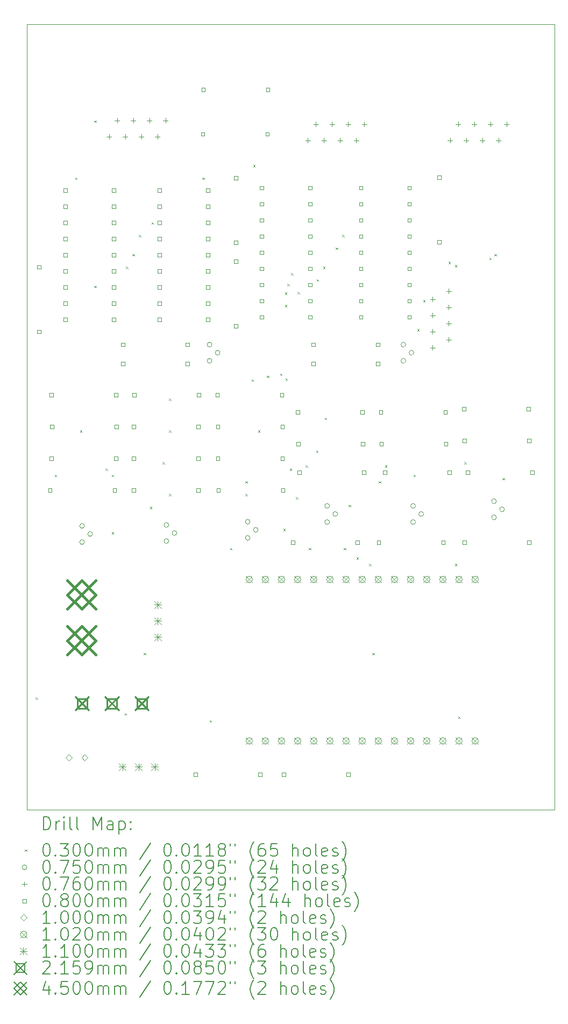
<source format=gbr>
%TF.GenerationSoftware,KiCad,Pcbnew,9.0.2*%
%TF.CreationDate,2025-06-26T10:54:21-04:00*%
%TF.ProjectId,caeluspcb,6361656c-7573-4706-9362-2e6b69636164,rev?*%
%TF.SameCoordinates,Original*%
%TF.FileFunction,Drillmap*%
%TF.FilePolarity,Positive*%
%FSLAX45Y45*%
G04 Gerber Fmt 4.5, Leading zero omitted, Abs format (unit mm)*
G04 Created by KiCad (PCBNEW 9.0.2) date 2025-06-26 10:54:21*
%MOMM*%
%LPD*%
G01*
G04 APERTURE LIST*
%ADD10C,0.050000*%
%ADD11C,0.200000*%
%ADD12C,0.100000*%
%ADD13C,0.102000*%
%ADD14C,0.110000*%
%ADD15C,0.215900*%
%ADD16C,0.450000*%
G04 APERTURE END LIST*
D10*
X4150000Y-6500000D02*
X12450000Y-6500000D01*
X12450000Y-18850000D01*
X4150000Y-18850000D01*
X4150000Y-6500000D01*
D11*
D12*
X4285000Y-17085000D02*
X4315000Y-17115000D01*
X4315000Y-17085000D02*
X4285000Y-17115000D01*
X4585000Y-13585000D02*
X4615000Y-13615000D01*
X4615000Y-13585000D02*
X4585000Y-13615000D01*
X4909000Y-8911000D02*
X4939000Y-8941000D01*
X4939000Y-8911000D02*
X4909000Y-8941000D01*
X4985000Y-12885000D02*
X5015000Y-12915000D01*
X5015000Y-12885000D02*
X4985000Y-12915000D01*
X5209000Y-8011000D02*
X5239000Y-8041000D01*
X5239000Y-8011000D02*
X5209000Y-8041000D01*
X5209000Y-10611000D02*
X5239000Y-10641000D01*
X5239000Y-10611000D02*
X5209000Y-10641000D01*
X5385000Y-13485000D02*
X5415000Y-13515000D01*
X5415000Y-13485000D02*
X5385000Y-13515000D01*
X5485000Y-13585000D02*
X5515000Y-13615000D01*
X5515000Y-13585000D02*
X5485000Y-13615000D01*
X5485000Y-14485000D02*
X5515000Y-14515000D01*
X5515000Y-14485000D02*
X5485000Y-14515000D01*
X5685000Y-17335000D02*
X5715000Y-17365000D01*
X5715000Y-17335000D02*
X5685000Y-17365000D01*
X5709000Y-10311000D02*
X5739000Y-10341000D01*
X5739000Y-10311000D02*
X5709000Y-10341000D01*
X5809000Y-10111000D02*
X5839000Y-10141000D01*
X5839000Y-10111000D02*
X5809000Y-10141000D01*
X5909000Y-9811000D02*
X5939000Y-9841000D01*
X5939000Y-9811000D02*
X5909000Y-9841000D01*
X5985000Y-16385000D02*
X6015000Y-16415000D01*
X6015000Y-16385000D02*
X5985000Y-16415000D01*
X6085000Y-14085000D02*
X6115000Y-14115000D01*
X6115000Y-14085000D02*
X6085000Y-14115000D01*
X6109000Y-9611000D02*
X6139000Y-9641000D01*
X6139000Y-9611000D02*
X6109000Y-9641000D01*
X6285000Y-13385000D02*
X6315000Y-13415000D01*
X6315000Y-13385000D02*
X6285000Y-13415000D01*
X6385000Y-12385000D02*
X6415000Y-12415000D01*
X6415000Y-12385000D02*
X6385000Y-12415000D01*
X6385000Y-12885000D02*
X6415000Y-12915000D01*
X6415000Y-12885000D02*
X6385000Y-12915000D01*
X6385000Y-13885000D02*
X6415000Y-13915000D01*
X6415000Y-13885000D02*
X6385000Y-13915000D01*
X6909000Y-8911000D02*
X6939000Y-8941000D01*
X6939000Y-8911000D02*
X6909000Y-8941000D01*
X7022600Y-17445000D02*
X7052600Y-17475000D01*
X7052600Y-17445000D02*
X7022600Y-17475000D01*
X7345000Y-14735000D02*
X7375000Y-14765000D01*
X7375000Y-14735000D02*
X7345000Y-14765000D01*
X7585000Y-13685000D02*
X7615000Y-13715000D01*
X7615000Y-13685000D02*
X7585000Y-13715000D01*
X7585000Y-13885000D02*
X7615000Y-13915000D01*
X7615000Y-13885000D02*
X7585000Y-13915000D01*
X7685000Y-12085000D02*
X7715000Y-12115000D01*
X7715000Y-12085000D02*
X7685000Y-12115000D01*
X7709000Y-8711000D02*
X7739000Y-8741000D01*
X7739000Y-8711000D02*
X7709000Y-8741000D01*
X7785000Y-12885000D02*
X7815000Y-12915000D01*
X7815000Y-12885000D02*
X7785000Y-12915000D01*
X7924900Y-12025000D02*
X7954900Y-12055000D01*
X7954900Y-12025000D02*
X7924900Y-12055000D01*
X8135000Y-11993100D02*
X8165000Y-12023100D01*
X8165000Y-11993100D02*
X8135000Y-12023100D01*
X8185000Y-14435000D02*
X8215000Y-14465000D01*
X8215000Y-14435000D02*
X8185000Y-14465000D01*
X8208900Y-10716721D02*
X8238900Y-10746721D01*
X8238900Y-10716721D02*
X8208900Y-10746721D01*
X8208900Y-10911000D02*
X8238900Y-10941000D01*
X8238900Y-10911000D02*
X8208900Y-10941000D01*
X8217000Y-12067000D02*
X8247000Y-12097000D01*
X8247000Y-12067000D02*
X8217000Y-12097000D01*
X8249000Y-10581000D02*
X8279000Y-10611000D01*
X8279000Y-10581000D02*
X8249000Y-10611000D01*
X8285000Y-13485000D02*
X8315000Y-13515000D01*
X8315000Y-13485000D02*
X8285000Y-13515000D01*
X8309000Y-10411000D02*
X8339000Y-10441000D01*
X8339000Y-10411000D02*
X8309000Y-10441000D01*
X8385000Y-13935000D02*
X8415000Y-13965000D01*
X8415000Y-13935000D02*
X8385000Y-13965000D01*
X8409000Y-10711000D02*
X8439000Y-10741000D01*
X8439000Y-10711000D02*
X8409000Y-10741000D01*
X8535000Y-13435000D02*
X8565000Y-13465000D01*
X8565000Y-13435000D02*
X8535000Y-13465000D01*
X8585000Y-14735000D02*
X8615000Y-14765000D01*
X8615000Y-14735000D02*
X8585000Y-14765000D01*
X8701900Y-13201900D02*
X8731900Y-13231900D01*
X8731900Y-13201900D02*
X8701900Y-13231900D01*
X8709000Y-10511000D02*
X8739000Y-10541000D01*
X8739000Y-10511000D02*
X8709000Y-10541000D01*
X8809000Y-10311000D02*
X8839000Y-10341000D01*
X8839000Y-10311000D02*
X8809000Y-10341000D01*
X8835000Y-12685000D02*
X8865000Y-12715000D01*
X8865000Y-12685000D02*
X8835000Y-12715000D01*
X9009000Y-10011000D02*
X9039000Y-10041000D01*
X9039000Y-10011000D02*
X9009000Y-10041000D01*
X9109000Y-9811000D02*
X9139000Y-9841000D01*
X9139000Y-9811000D02*
X9109000Y-9841000D01*
X9135000Y-14735000D02*
X9165000Y-14765000D01*
X9165000Y-14735000D02*
X9135000Y-14765000D01*
X9212000Y-14058000D02*
X9242000Y-14088000D01*
X9242000Y-14058000D02*
X9212000Y-14088000D01*
X9335000Y-14885000D02*
X9365000Y-14915000D01*
X9365000Y-14885000D02*
X9335000Y-14915000D01*
X9535000Y-14985000D02*
X9565000Y-15015000D01*
X9565000Y-14985000D02*
X9535000Y-15015000D01*
X9585000Y-16385000D02*
X9615000Y-16415000D01*
X9615000Y-16385000D02*
X9585000Y-16415000D01*
X9685000Y-13685000D02*
X9715000Y-13715000D01*
X9715000Y-13685000D02*
X9685000Y-13715000D01*
X9785000Y-13435000D02*
X9815000Y-13465000D01*
X9815000Y-13435000D02*
X9785000Y-13465000D01*
X10235000Y-13585000D02*
X10265000Y-13615000D01*
X10265000Y-13585000D02*
X10235000Y-13615000D01*
X10290875Y-11292875D02*
X10320875Y-11322875D01*
X10320875Y-11292875D02*
X10290875Y-11322875D01*
X10385000Y-10835000D02*
X10415000Y-10865000D01*
X10415000Y-10835000D02*
X10385000Y-10865000D01*
X10785000Y-10235000D02*
X10815000Y-10265000D01*
X10815000Y-10235000D02*
X10785000Y-10265000D01*
X10885000Y-10285000D02*
X10915000Y-10315000D01*
X10915000Y-10285000D02*
X10885000Y-10315000D01*
X10885000Y-14985000D02*
X10915000Y-15015000D01*
X10915000Y-14985000D02*
X10885000Y-15015000D01*
X10935000Y-17385000D02*
X10965000Y-17415000D01*
X10965000Y-17385000D02*
X10935000Y-17415000D01*
X11035000Y-13385000D02*
X11065000Y-13415000D01*
X11065000Y-13385000D02*
X11035000Y-13415000D01*
X11428000Y-10171000D02*
X11458000Y-10201000D01*
X11458000Y-10171000D02*
X11428000Y-10201000D01*
X11509000Y-10111000D02*
X11539000Y-10141000D01*
X11539000Y-10111000D02*
X11509000Y-10141000D01*
X11635000Y-13635000D02*
X11665000Y-13665000D01*
X11665000Y-13635000D02*
X11635000Y-13665000D01*
X5053500Y-14388000D02*
G75*
G02*
X4978500Y-14388000I-37500J0D01*
G01*
X4978500Y-14388000D02*
G75*
G02*
X5053500Y-14388000I37500J0D01*
G01*
X5053500Y-14642000D02*
G75*
G02*
X4978500Y-14642000I-37500J0D01*
G01*
X4978500Y-14642000D02*
G75*
G02*
X5053500Y-14642000I37500J0D01*
G01*
X5180500Y-14515000D02*
G75*
G02*
X5105500Y-14515000I-37500J0D01*
G01*
X5105500Y-14515000D02*
G75*
G02*
X5180500Y-14515000I37500J0D01*
G01*
X6380500Y-14373000D02*
G75*
G02*
X6305500Y-14373000I-37500J0D01*
G01*
X6305500Y-14373000D02*
G75*
G02*
X6380500Y-14373000I37500J0D01*
G01*
X6380500Y-14627000D02*
G75*
G02*
X6305500Y-14627000I-37500J0D01*
G01*
X6305500Y-14627000D02*
G75*
G02*
X6380500Y-14627000I37500J0D01*
G01*
X6507500Y-14500000D02*
G75*
G02*
X6432500Y-14500000I-37500J0D01*
G01*
X6432500Y-14500000D02*
G75*
G02*
X6507500Y-14500000I37500J0D01*
G01*
X7061500Y-11538000D02*
G75*
G02*
X6986500Y-11538000I-37500J0D01*
G01*
X6986500Y-11538000D02*
G75*
G02*
X7061500Y-11538000I37500J0D01*
G01*
X7061500Y-11792000D02*
G75*
G02*
X6986500Y-11792000I-37500J0D01*
G01*
X6986500Y-11792000D02*
G75*
G02*
X7061500Y-11792000I37500J0D01*
G01*
X7188500Y-11665000D02*
G75*
G02*
X7113500Y-11665000I-37500J0D01*
G01*
X7113500Y-11665000D02*
G75*
G02*
X7188500Y-11665000I37500J0D01*
G01*
X7660500Y-14323000D02*
G75*
G02*
X7585500Y-14323000I-37500J0D01*
G01*
X7585500Y-14323000D02*
G75*
G02*
X7660500Y-14323000I37500J0D01*
G01*
X7660500Y-14577000D02*
G75*
G02*
X7585500Y-14577000I-37500J0D01*
G01*
X7585500Y-14577000D02*
G75*
G02*
X7660500Y-14577000I37500J0D01*
G01*
X7787500Y-14450000D02*
G75*
G02*
X7712500Y-14450000I-37500J0D01*
G01*
X7712500Y-14450000D02*
G75*
G02*
X7787500Y-14450000I37500J0D01*
G01*
X8910500Y-14073000D02*
G75*
G02*
X8835500Y-14073000I-37500J0D01*
G01*
X8835500Y-14073000D02*
G75*
G02*
X8910500Y-14073000I37500J0D01*
G01*
X8910500Y-14327000D02*
G75*
G02*
X8835500Y-14327000I-37500J0D01*
G01*
X8835500Y-14327000D02*
G75*
G02*
X8910500Y-14327000I37500J0D01*
G01*
X9037500Y-14200000D02*
G75*
G02*
X8962500Y-14200000I-37500J0D01*
G01*
X8962500Y-14200000D02*
G75*
G02*
X9037500Y-14200000I37500J0D01*
G01*
X10111500Y-11538000D02*
G75*
G02*
X10036500Y-11538000I-37500J0D01*
G01*
X10036500Y-11538000D02*
G75*
G02*
X10111500Y-11538000I37500J0D01*
G01*
X10111500Y-11792000D02*
G75*
G02*
X10036500Y-11792000I-37500J0D01*
G01*
X10036500Y-11792000D02*
G75*
G02*
X10111500Y-11792000I37500J0D01*
G01*
X10238500Y-11665000D02*
G75*
G02*
X10163500Y-11665000I-37500J0D01*
G01*
X10163500Y-11665000D02*
G75*
G02*
X10238500Y-11665000I37500J0D01*
G01*
X10264500Y-14073000D02*
G75*
G02*
X10189500Y-14073000I-37500J0D01*
G01*
X10189500Y-14073000D02*
G75*
G02*
X10264500Y-14073000I37500J0D01*
G01*
X10264500Y-14327000D02*
G75*
G02*
X10189500Y-14327000I-37500J0D01*
G01*
X10189500Y-14327000D02*
G75*
G02*
X10264500Y-14327000I37500J0D01*
G01*
X10391500Y-14200000D02*
G75*
G02*
X10316500Y-14200000I-37500J0D01*
G01*
X10316500Y-14200000D02*
G75*
G02*
X10391500Y-14200000I37500J0D01*
G01*
X11537500Y-14000000D02*
G75*
G02*
X11462500Y-14000000I-37500J0D01*
G01*
X11462500Y-14000000D02*
G75*
G02*
X11537500Y-14000000I37500J0D01*
G01*
X11537500Y-14254000D02*
G75*
G02*
X11462500Y-14254000I-37500J0D01*
G01*
X11462500Y-14254000D02*
G75*
G02*
X11537500Y-14254000I37500J0D01*
G01*
X11664500Y-14127000D02*
G75*
G02*
X11589500Y-14127000I-37500J0D01*
G01*
X11589500Y-14127000D02*
G75*
G02*
X11664500Y-14127000I37500J0D01*
G01*
X5439750Y-8229000D02*
X5439750Y-8305000D01*
X5401750Y-8267000D02*
X5477750Y-8267000D01*
X5566750Y-7975000D02*
X5566750Y-8051000D01*
X5528750Y-8013000D02*
X5604750Y-8013000D01*
X5693750Y-8229000D02*
X5693750Y-8305000D01*
X5655750Y-8267000D02*
X5731750Y-8267000D01*
X5820750Y-7975000D02*
X5820750Y-8051000D01*
X5782750Y-8013000D02*
X5858750Y-8013000D01*
X5947750Y-8229000D02*
X5947750Y-8305000D01*
X5909750Y-8267000D02*
X5985750Y-8267000D01*
X6074750Y-7975000D02*
X6074750Y-8051000D01*
X6036750Y-8013000D02*
X6112750Y-8013000D01*
X6201750Y-8229000D02*
X6201750Y-8305000D01*
X6163750Y-8267000D02*
X6239750Y-8267000D01*
X6328750Y-7975000D02*
X6328750Y-8051000D01*
X6290750Y-8013000D02*
X6366750Y-8013000D01*
X8569000Y-8289000D02*
X8569000Y-8365000D01*
X8531000Y-8327000D02*
X8607000Y-8327000D01*
X8696000Y-8035000D02*
X8696000Y-8111000D01*
X8658000Y-8073000D02*
X8734000Y-8073000D01*
X8823000Y-8289000D02*
X8823000Y-8365000D01*
X8785000Y-8327000D02*
X8861000Y-8327000D01*
X8950000Y-8035000D02*
X8950000Y-8111000D01*
X8912000Y-8073000D02*
X8988000Y-8073000D01*
X9077000Y-8289000D02*
X9077000Y-8365000D01*
X9039000Y-8327000D02*
X9115000Y-8327000D01*
X9204000Y-8035000D02*
X9204000Y-8111000D01*
X9166000Y-8073000D02*
X9242000Y-8073000D01*
X9331000Y-8289000D02*
X9331000Y-8365000D01*
X9293000Y-8327000D02*
X9369000Y-8327000D01*
X9458000Y-8035000D02*
X9458000Y-8111000D01*
X9420000Y-8073000D02*
X9496000Y-8073000D01*
X10535000Y-10786750D02*
X10535000Y-10862750D01*
X10497000Y-10824750D02*
X10573000Y-10824750D01*
X10535000Y-11040750D02*
X10535000Y-11116750D01*
X10497000Y-11078750D02*
X10573000Y-11078750D01*
X10535000Y-11294750D02*
X10535000Y-11370750D01*
X10497000Y-11332750D02*
X10573000Y-11332750D01*
X10535000Y-11548750D02*
X10535000Y-11624750D01*
X10497000Y-11586750D02*
X10573000Y-11586750D01*
X10789000Y-10659750D02*
X10789000Y-10735750D01*
X10751000Y-10697750D02*
X10827000Y-10697750D01*
X10789000Y-10913750D02*
X10789000Y-10989750D01*
X10751000Y-10951750D02*
X10827000Y-10951750D01*
X10789000Y-11167750D02*
X10789000Y-11243750D01*
X10751000Y-11205750D02*
X10827000Y-11205750D01*
X10789000Y-11421750D02*
X10789000Y-11497750D01*
X10751000Y-11459750D02*
X10827000Y-11459750D01*
X10808000Y-8289000D02*
X10808000Y-8365000D01*
X10770000Y-8327000D02*
X10846000Y-8327000D01*
X10935000Y-8035000D02*
X10935000Y-8111000D01*
X10897000Y-8073000D02*
X10973000Y-8073000D01*
X11062000Y-8289000D02*
X11062000Y-8365000D01*
X11024000Y-8327000D02*
X11100000Y-8327000D01*
X11189000Y-8035000D02*
X11189000Y-8111000D01*
X11151000Y-8073000D02*
X11227000Y-8073000D01*
X11316000Y-8289000D02*
X11316000Y-8365000D01*
X11278000Y-8327000D02*
X11354000Y-8327000D01*
X11443000Y-8035000D02*
X11443000Y-8111000D01*
X11405000Y-8073000D02*
X11481000Y-8073000D01*
X11570000Y-8289000D02*
X11570000Y-8365000D01*
X11532000Y-8327000D02*
X11608000Y-8327000D01*
X11697000Y-8035000D02*
X11697000Y-8111000D01*
X11659000Y-8073000D02*
X11735000Y-8073000D01*
X4365035Y-10346285D02*
X4365035Y-10289716D01*
X4308466Y-10289716D01*
X4308466Y-10346285D01*
X4365035Y-10346285D01*
X4365035Y-11362284D02*
X4365035Y-11305715D01*
X4308466Y-11305715D01*
X4308466Y-11362284D01*
X4365035Y-11362284D01*
X4539285Y-13855284D02*
X4539285Y-13798715D01*
X4482716Y-13798715D01*
X4482716Y-13855284D01*
X4539285Y-13855284D01*
X4563285Y-12355284D02*
X4563285Y-12298715D01*
X4506716Y-12298715D01*
X4506716Y-12355284D01*
X4563285Y-12355284D01*
X4563285Y-13355284D02*
X4563285Y-13298715D01*
X4506716Y-13298715D01*
X4506716Y-13355284D01*
X4563285Y-13355284D01*
X4571285Y-12855284D02*
X4571285Y-12798715D01*
X4514716Y-12798715D01*
X4514716Y-12855284D01*
X4571285Y-12855284D01*
X4779035Y-9138285D02*
X4779035Y-9081716D01*
X4722466Y-9081716D01*
X4722466Y-9138285D01*
X4779035Y-9138285D01*
X4779035Y-9392285D02*
X4779035Y-9335716D01*
X4722466Y-9335716D01*
X4722466Y-9392285D01*
X4779035Y-9392285D01*
X4779035Y-9646285D02*
X4779035Y-9589716D01*
X4722466Y-9589716D01*
X4722466Y-9646285D01*
X4779035Y-9646285D01*
X4779035Y-9900285D02*
X4779035Y-9843716D01*
X4722466Y-9843716D01*
X4722466Y-9900285D01*
X4779035Y-9900285D01*
X4779035Y-10154285D02*
X4779035Y-10097716D01*
X4722466Y-10097716D01*
X4722466Y-10154285D01*
X4779035Y-10154285D01*
X4779035Y-10408285D02*
X4779035Y-10351716D01*
X4722466Y-10351716D01*
X4722466Y-10408285D01*
X4779035Y-10408285D01*
X4779035Y-10662285D02*
X4779035Y-10605716D01*
X4722466Y-10605716D01*
X4722466Y-10662285D01*
X4779035Y-10662285D01*
X4779035Y-10916285D02*
X4779035Y-10859716D01*
X4722466Y-10859716D01*
X4722466Y-10916285D01*
X4779035Y-10916285D01*
X4779035Y-11170285D02*
X4779035Y-11113716D01*
X4722466Y-11113716D01*
X4722466Y-11170285D01*
X4779035Y-11170285D01*
X5541035Y-9138285D02*
X5541035Y-9081716D01*
X5484466Y-9081716D01*
X5484466Y-9138285D01*
X5541035Y-9138285D01*
X5541035Y-9392285D02*
X5541035Y-9335716D01*
X5484466Y-9335716D01*
X5484466Y-9392285D01*
X5541035Y-9392285D01*
X5541035Y-9646285D02*
X5541035Y-9589716D01*
X5484466Y-9589716D01*
X5484466Y-9646285D01*
X5541035Y-9646285D01*
X5541035Y-9900285D02*
X5541035Y-9843716D01*
X5484466Y-9843716D01*
X5484466Y-9900285D01*
X5541035Y-9900285D01*
X5541035Y-10154285D02*
X5541035Y-10097716D01*
X5484466Y-10097716D01*
X5484466Y-10154285D01*
X5541035Y-10154285D01*
X5541035Y-10408285D02*
X5541035Y-10351716D01*
X5484466Y-10351716D01*
X5484466Y-10408285D01*
X5541035Y-10408285D01*
X5541035Y-10662285D02*
X5541035Y-10605716D01*
X5484466Y-10605716D01*
X5484466Y-10662285D01*
X5541035Y-10662285D01*
X5541035Y-10916285D02*
X5541035Y-10859716D01*
X5484466Y-10859716D01*
X5484466Y-10916285D01*
X5541035Y-10916285D01*
X5541035Y-11170285D02*
X5541035Y-11113716D01*
X5484466Y-11113716D01*
X5484466Y-11170285D01*
X5541035Y-11170285D01*
X5555285Y-13855284D02*
X5555285Y-13798715D01*
X5498716Y-13798715D01*
X5498716Y-13855284D01*
X5555285Y-13855284D01*
X5579285Y-12355284D02*
X5579285Y-12298715D01*
X5522716Y-12298715D01*
X5522716Y-12355284D01*
X5579285Y-12355284D01*
X5579285Y-13355284D02*
X5579285Y-13298715D01*
X5522716Y-13298715D01*
X5522716Y-13355284D01*
X5579285Y-13355284D01*
X5587285Y-12855284D02*
X5587285Y-12798715D01*
X5530716Y-12798715D01*
X5530716Y-12855284D01*
X5587285Y-12855284D01*
X5686284Y-11566284D02*
X5686284Y-11509715D01*
X5629715Y-11509715D01*
X5629715Y-11566284D01*
X5686284Y-11566284D01*
X5686284Y-11866284D02*
X5686284Y-11809715D01*
X5629715Y-11809715D01*
X5629715Y-11866284D01*
X5686284Y-11866284D01*
X5855284Y-12855284D02*
X5855284Y-12798715D01*
X5798715Y-12798715D01*
X5798715Y-12855284D01*
X5855284Y-12855284D01*
X5855284Y-13355284D02*
X5855284Y-13298715D01*
X5798715Y-13298715D01*
X5798715Y-13355284D01*
X5855284Y-13355284D01*
X5855284Y-13855284D02*
X5855284Y-13798715D01*
X5798715Y-13798715D01*
X5798715Y-13855284D01*
X5855284Y-13855284D01*
X5863284Y-12355284D02*
X5863284Y-12298715D01*
X5806715Y-12298715D01*
X5806715Y-12355284D01*
X5863284Y-12355284D01*
X6265034Y-9138285D02*
X6265034Y-9081716D01*
X6208465Y-9081716D01*
X6208465Y-9138285D01*
X6265034Y-9138285D01*
X6265034Y-9392285D02*
X6265034Y-9335716D01*
X6208465Y-9335716D01*
X6208465Y-9392285D01*
X6265034Y-9392285D01*
X6265034Y-9646285D02*
X6265034Y-9589716D01*
X6208465Y-9589716D01*
X6208465Y-9646285D01*
X6265034Y-9646285D01*
X6265034Y-9900285D02*
X6265034Y-9843716D01*
X6208465Y-9843716D01*
X6208465Y-9900285D01*
X6265034Y-9900285D01*
X6265034Y-10154285D02*
X6265034Y-10097716D01*
X6208465Y-10097716D01*
X6208465Y-10154285D01*
X6265034Y-10154285D01*
X6265034Y-10408285D02*
X6265034Y-10351716D01*
X6208465Y-10351716D01*
X6208465Y-10408285D01*
X6265034Y-10408285D01*
X6265034Y-10662285D02*
X6265034Y-10605716D01*
X6208465Y-10605716D01*
X6208465Y-10662285D01*
X6265034Y-10662285D01*
X6265034Y-10916285D02*
X6265034Y-10859716D01*
X6208465Y-10859716D01*
X6208465Y-10916285D01*
X6265034Y-10916285D01*
X6265034Y-11170285D02*
X6265034Y-11113716D01*
X6208465Y-11113716D01*
X6208465Y-11170285D01*
X6265034Y-11170285D01*
X6702284Y-11566284D02*
X6702284Y-11509715D01*
X6645715Y-11509715D01*
X6645715Y-11566284D01*
X6702284Y-11566284D01*
X6702284Y-11866284D02*
X6702284Y-11809715D01*
X6645715Y-11809715D01*
X6645715Y-11866284D01*
X6702284Y-11866284D01*
X6828284Y-18328285D02*
X6828284Y-18271716D01*
X6771715Y-18271716D01*
X6771715Y-18328285D01*
X6828284Y-18328285D01*
X6871284Y-12855284D02*
X6871284Y-12798715D01*
X6814715Y-12798715D01*
X6814715Y-12855284D01*
X6871284Y-12855284D01*
X6871284Y-13355284D02*
X6871284Y-13298715D01*
X6814715Y-13298715D01*
X6814715Y-13355284D01*
X6871284Y-13355284D01*
X6871284Y-13855284D02*
X6871284Y-13798715D01*
X6814715Y-13798715D01*
X6814715Y-13855284D01*
X6871284Y-13855284D01*
X6879284Y-12355284D02*
X6879284Y-12298715D01*
X6822715Y-12298715D01*
X6822715Y-12355284D01*
X6879284Y-12355284D01*
X6944284Y-8254284D02*
X6944284Y-8197715D01*
X6887715Y-8197715D01*
X6887715Y-8254284D01*
X6944284Y-8254284D01*
X6952284Y-7554284D02*
X6952284Y-7497715D01*
X6895715Y-7497715D01*
X6895715Y-7554284D01*
X6952284Y-7554284D01*
X7027034Y-9138285D02*
X7027034Y-9081716D01*
X6970465Y-9081716D01*
X6970465Y-9138285D01*
X7027034Y-9138285D01*
X7027034Y-9392285D02*
X7027034Y-9335716D01*
X6970465Y-9335716D01*
X6970465Y-9392285D01*
X7027034Y-9392285D01*
X7027034Y-9646285D02*
X7027034Y-9589716D01*
X6970465Y-9589716D01*
X6970465Y-9646285D01*
X7027034Y-9646285D01*
X7027034Y-9900285D02*
X7027034Y-9843716D01*
X6970465Y-9843716D01*
X6970465Y-9900285D01*
X7027034Y-9900285D01*
X7027034Y-10154285D02*
X7027034Y-10097716D01*
X6970465Y-10097716D01*
X6970465Y-10154285D01*
X7027034Y-10154285D01*
X7027034Y-10408285D02*
X7027034Y-10351716D01*
X6970465Y-10351716D01*
X6970465Y-10408285D01*
X7027034Y-10408285D01*
X7027034Y-10662285D02*
X7027034Y-10605716D01*
X6970465Y-10605716D01*
X6970465Y-10662285D01*
X7027034Y-10662285D01*
X7027034Y-10916285D02*
X7027034Y-10859716D01*
X6970465Y-10859716D01*
X6970465Y-10916285D01*
X7027034Y-10916285D01*
X7027034Y-11170285D02*
X7027034Y-11113716D01*
X6970465Y-11113716D01*
X6970465Y-11170285D01*
X7027034Y-11170285D01*
X7174284Y-12355284D02*
X7174284Y-12298715D01*
X7117715Y-12298715D01*
X7117715Y-12355284D01*
X7174284Y-12355284D01*
X7182284Y-12855284D02*
X7182284Y-12798715D01*
X7125715Y-12798715D01*
X7125715Y-12855284D01*
X7182284Y-12855284D01*
X7182284Y-13355284D02*
X7182284Y-13298715D01*
X7125715Y-13298715D01*
X7125715Y-13355284D01*
X7182284Y-13355284D01*
X7190284Y-13855284D02*
X7190284Y-13798715D01*
X7133715Y-13798715D01*
X7133715Y-13855284D01*
X7190284Y-13855284D01*
X7465034Y-8946285D02*
X7465034Y-8889716D01*
X7408465Y-8889716D01*
X7408465Y-8946285D01*
X7465034Y-8946285D01*
X7465034Y-9962285D02*
X7465034Y-9905716D01*
X7408465Y-9905716D01*
X7408465Y-9962285D01*
X7465034Y-9962285D01*
X7465034Y-10254285D02*
X7465034Y-10197716D01*
X7408465Y-10197716D01*
X7408465Y-10254285D01*
X7465034Y-10254285D01*
X7465034Y-11270284D02*
X7465034Y-11213715D01*
X7408465Y-11213715D01*
X7408465Y-11270284D01*
X7465034Y-11270284D01*
X7844284Y-18328285D02*
X7844284Y-18271716D01*
X7787715Y-18271716D01*
X7787715Y-18328285D01*
X7844284Y-18328285D01*
X7870784Y-9100285D02*
X7870784Y-9043716D01*
X7814215Y-9043716D01*
X7814215Y-9100285D01*
X7870784Y-9100285D01*
X7870784Y-9354285D02*
X7870784Y-9297716D01*
X7814215Y-9297716D01*
X7814215Y-9354285D01*
X7870784Y-9354285D01*
X7870784Y-9608285D02*
X7870784Y-9551716D01*
X7814215Y-9551716D01*
X7814215Y-9608285D01*
X7870784Y-9608285D01*
X7870784Y-9862285D02*
X7870784Y-9805716D01*
X7814215Y-9805716D01*
X7814215Y-9862285D01*
X7870784Y-9862285D01*
X7870784Y-10116285D02*
X7870784Y-10059716D01*
X7814215Y-10059716D01*
X7814215Y-10116285D01*
X7870784Y-10116285D01*
X7870784Y-10370285D02*
X7870784Y-10313716D01*
X7814215Y-10313716D01*
X7814215Y-10370285D01*
X7870784Y-10370285D01*
X7870784Y-10624285D02*
X7870784Y-10567716D01*
X7814215Y-10567716D01*
X7814215Y-10624285D01*
X7870784Y-10624285D01*
X7870784Y-10878285D02*
X7870784Y-10821716D01*
X7814215Y-10821716D01*
X7814215Y-10878285D01*
X7870784Y-10878285D01*
X7870784Y-11132285D02*
X7870784Y-11075716D01*
X7814215Y-11075716D01*
X7814215Y-11132285D01*
X7870784Y-11132285D01*
X7960284Y-8254284D02*
X7960284Y-8197715D01*
X7903715Y-8197715D01*
X7903715Y-8254284D01*
X7960284Y-8254284D01*
X7968284Y-7554284D02*
X7968284Y-7497715D01*
X7911715Y-7497715D01*
X7911715Y-7554284D01*
X7968284Y-7554284D01*
X8190284Y-12355284D02*
X8190284Y-12298715D01*
X8133715Y-12298715D01*
X8133715Y-12355284D01*
X8190284Y-12355284D01*
X8198284Y-12855284D02*
X8198284Y-12798715D01*
X8141715Y-12798715D01*
X8141715Y-12855284D01*
X8198284Y-12855284D01*
X8198284Y-13355284D02*
X8198284Y-13298715D01*
X8141715Y-13298715D01*
X8141715Y-13355284D01*
X8198284Y-13355284D01*
X8206284Y-13855284D02*
X8206284Y-13798715D01*
X8149715Y-13798715D01*
X8149715Y-13855284D01*
X8206284Y-13855284D01*
X8220284Y-18328285D02*
X8220284Y-18271716D01*
X8163715Y-18271716D01*
X8163715Y-18328285D01*
X8220284Y-18328285D01*
X8362284Y-14678284D02*
X8362284Y-14621715D01*
X8305715Y-14621715D01*
X8305715Y-14678284D01*
X8362284Y-14678284D01*
X8439285Y-12628284D02*
X8439285Y-12571715D01*
X8382715Y-12571715D01*
X8382715Y-12628284D01*
X8439285Y-12628284D01*
X8447285Y-13128284D02*
X8447285Y-13071715D01*
X8390716Y-13071715D01*
X8390716Y-13128284D01*
X8447285Y-13128284D01*
X8462285Y-13578284D02*
X8462285Y-13521715D01*
X8405716Y-13521715D01*
X8405716Y-13578284D01*
X8462285Y-13578284D01*
X8632785Y-9100285D02*
X8632785Y-9043716D01*
X8576216Y-9043716D01*
X8576216Y-9100285D01*
X8632785Y-9100285D01*
X8632785Y-9354285D02*
X8632785Y-9297716D01*
X8576216Y-9297716D01*
X8576216Y-9354285D01*
X8632785Y-9354285D01*
X8632785Y-9608285D02*
X8632785Y-9551716D01*
X8576216Y-9551716D01*
X8576216Y-9608285D01*
X8632785Y-9608285D01*
X8632785Y-9862285D02*
X8632785Y-9805716D01*
X8576216Y-9805716D01*
X8576216Y-9862285D01*
X8632785Y-9862285D01*
X8632785Y-10116285D02*
X8632785Y-10059716D01*
X8576216Y-10059716D01*
X8576216Y-10116285D01*
X8632785Y-10116285D01*
X8632785Y-10370285D02*
X8632785Y-10313716D01*
X8576216Y-10313716D01*
X8576216Y-10370285D01*
X8632785Y-10370285D01*
X8632785Y-10624285D02*
X8632785Y-10567716D01*
X8576216Y-10567716D01*
X8576216Y-10624285D01*
X8632785Y-10624285D01*
X8632785Y-10878285D02*
X8632785Y-10821716D01*
X8576216Y-10821716D01*
X8576216Y-10878285D01*
X8632785Y-10878285D01*
X8632785Y-11132285D02*
X8632785Y-11075716D01*
X8576216Y-11075716D01*
X8576216Y-11132285D01*
X8632785Y-11132285D01*
X8686285Y-11566284D02*
X8686285Y-11509715D01*
X8629716Y-11509715D01*
X8629716Y-11566284D01*
X8686285Y-11566284D01*
X8686285Y-11866284D02*
X8686285Y-11809715D01*
X8629716Y-11809715D01*
X8629716Y-11866284D01*
X8686285Y-11866284D01*
X9236285Y-18328285D02*
X9236285Y-18271716D01*
X9179716Y-18271716D01*
X9179716Y-18328285D01*
X9236285Y-18328285D01*
X9378285Y-14678284D02*
X9378285Y-14621715D01*
X9321716Y-14621715D01*
X9321716Y-14678284D01*
X9378285Y-14678284D01*
X9432785Y-9100285D02*
X9432785Y-9043716D01*
X9376216Y-9043716D01*
X9376216Y-9100285D01*
X9432785Y-9100285D01*
X9432785Y-9354285D02*
X9432785Y-9297716D01*
X9376216Y-9297716D01*
X9376216Y-9354285D01*
X9432785Y-9354285D01*
X9432785Y-9608285D02*
X9432785Y-9551716D01*
X9376216Y-9551716D01*
X9376216Y-9608285D01*
X9432785Y-9608285D01*
X9432785Y-9862285D02*
X9432785Y-9805716D01*
X9376216Y-9805716D01*
X9376216Y-9862285D01*
X9432785Y-9862285D01*
X9432785Y-10116285D02*
X9432785Y-10059716D01*
X9376216Y-10059716D01*
X9376216Y-10116285D01*
X9432785Y-10116285D01*
X9432785Y-10370285D02*
X9432785Y-10313716D01*
X9376216Y-10313716D01*
X9376216Y-10370285D01*
X9432785Y-10370285D01*
X9432785Y-10624285D02*
X9432785Y-10567716D01*
X9376216Y-10567716D01*
X9376216Y-10624285D01*
X9432785Y-10624285D01*
X9432785Y-10878285D02*
X9432785Y-10821716D01*
X9376216Y-10821716D01*
X9376216Y-10878285D01*
X9432785Y-10878285D01*
X9432785Y-11132285D02*
X9432785Y-11075716D01*
X9376216Y-11075716D01*
X9376216Y-11132285D01*
X9432785Y-11132285D01*
X9455285Y-12628284D02*
X9455285Y-12571715D01*
X9398716Y-12571715D01*
X9398716Y-12628284D01*
X9455285Y-12628284D01*
X9463285Y-13128284D02*
X9463285Y-13071715D01*
X9406716Y-13071715D01*
X9406716Y-13128284D01*
X9463285Y-13128284D01*
X9478285Y-13578284D02*
X9478285Y-13521715D01*
X9421716Y-13521715D01*
X9421716Y-13578284D01*
X9478285Y-13578284D01*
X9702285Y-11566284D02*
X9702285Y-11509715D01*
X9645716Y-11509715D01*
X9645716Y-11566284D01*
X9702285Y-11566284D01*
X9702285Y-11866284D02*
X9702285Y-11809715D01*
X9645716Y-11809715D01*
X9645716Y-11866284D01*
X9702285Y-11866284D01*
X9712285Y-14678284D02*
X9712285Y-14621715D01*
X9655716Y-14621715D01*
X9655716Y-14678284D01*
X9712285Y-14678284D01*
X9747285Y-12628284D02*
X9747285Y-12571715D01*
X9690716Y-12571715D01*
X9690716Y-12628284D01*
X9747285Y-12628284D01*
X9755285Y-13128284D02*
X9755285Y-13071715D01*
X9698716Y-13071715D01*
X9698716Y-13128284D01*
X9755285Y-13128284D01*
X9812285Y-13578284D02*
X9812285Y-13521715D01*
X9755716Y-13521715D01*
X9755716Y-13578284D01*
X9812285Y-13578284D01*
X10194785Y-9100285D02*
X10194785Y-9043716D01*
X10138216Y-9043716D01*
X10138216Y-9100285D01*
X10194785Y-9100285D01*
X10194785Y-9354285D02*
X10194785Y-9297716D01*
X10138216Y-9297716D01*
X10138216Y-9354285D01*
X10194785Y-9354285D01*
X10194785Y-9608285D02*
X10194785Y-9551716D01*
X10138216Y-9551716D01*
X10138216Y-9608285D01*
X10194785Y-9608285D01*
X10194785Y-9862285D02*
X10194785Y-9805716D01*
X10138216Y-9805716D01*
X10138216Y-9862285D01*
X10194785Y-9862285D01*
X10194785Y-10116285D02*
X10194785Y-10059716D01*
X10138216Y-10059716D01*
X10138216Y-10116285D01*
X10194785Y-10116285D01*
X10194785Y-10370285D02*
X10194785Y-10313716D01*
X10138216Y-10313716D01*
X10138216Y-10370285D01*
X10194785Y-10370285D01*
X10194785Y-10624285D02*
X10194785Y-10567716D01*
X10138216Y-10567716D01*
X10138216Y-10624285D01*
X10194785Y-10624285D01*
X10194785Y-10878285D02*
X10194785Y-10821716D01*
X10138216Y-10821716D01*
X10138216Y-10878285D01*
X10194785Y-10878285D01*
X10194785Y-11132285D02*
X10194785Y-11075716D01*
X10138216Y-11075716D01*
X10138216Y-11132285D01*
X10194785Y-11132285D01*
X10665035Y-8938285D02*
X10665035Y-8881716D01*
X10608466Y-8881716D01*
X10608466Y-8938285D01*
X10665035Y-8938285D01*
X10665035Y-9954285D02*
X10665035Y-9897716D01*
X10608466Y-9897716D01*
X10608466Y-9954285D01*
X10665035Y-9954285D01*
X10728285Y-14678284D02*
X10728285Y-14621715D01*
X10671716Y-14621715D01*
X10671716Y-14678284D01*
X10728285Y-14678284D01*
X10763285Y-12628284D02*
X10763285Y-12571715D01*
X10706716Y-12571715D01*
X10706716Y-12628284D01*
X10763285Y-12628284D01*
X10771285Y-13128284D02*
X10771285Y-13071715D01*
X10714716Y-13071715D01*
X10714716Y-13128284D01*
X10771285Y-13128284D01*
X10828285Y-13578284D02*
X10828285Y-13521715D01*
X10771716Y-13521715D01*
X10771716Y-13578284D01*
X10828285Y-13578284D01*
X11054285Y-12578284D02*
X11054285Y-12521715D01*
X10997716Y-12521715D01*
X10997716Y-12578284D01*
X11054285Y-12578284D01*
X11062285Y-13078284D02*
X11062285Y-13021715D01*
X11005716Y-13021715D01*
X11005716Y-13078284D01*
X11062285Y-13078284D01*
X11062285Y-14678284D02*
X11062285Y-14621715D01*
X11005716Y-14621715D01*
X11005716Y-14678284D01*
X11062285Y-14678284D01*
X11112285Y-13578284D02*
X11112285Y-13521715D01*
X11055716Y-13521715D01*
X11055716Y-13578284D01*
X11112285Y-13578284D01*
X12070284Y-12578284D02*
X12070284Y-12521715D01*
X12013715Y-12521715D01*
X12013715Y-12578284D01*
X12070284Y-12578284D01*
X12078284Y-13078284D02*
X12078284Y-13021715D01*
X12021715Y-13021715D01*
X12021715Y-13078284D01*
X12078284Y-13078284D01*
X12078284Y-14678284D02*
X12078284Y-14621715D01*
X12021715Y-14621715D01*
X12021715Y-14678284D01*
X12078284Y-14678284D01*
X12128284Y-13578284D02*
X12128284Y-13521715D01*
X12071715Y-13521715D01*
X12071715Y-13578284D01*
X12128284Y-13578284D01*
X4807500Y-18080000D02*
X4857500Y-18030000D01*
X4807500Y-17980000D01*
X4757500Y-18030000D01*
X4807500Y-18080000D01*
X5057500Y-18080000D02*
X5107500Y-18030000D01*
X5057500Y-17980000D01*
X5007500Y-18030000D01*
X5057500Y-18080000D01*
D13*
X7597500Y-15179000D02*
X7699500Y-15281000D01*
X7699500Y-15179000D02*
X7597500Y-15281000D01*
X7699500Y-15230000D02*
G75*
G02*
X7597500Y-15230000I-51000J0D01*
G01*
X7597500Y-15230000D02*
G75*
G02*
X7699500Y-15230000I51000J0D01*
G01*
X7597500Y-17719000D02*
X7699500Y-17821000D01*
X7699500Y-17719000D02*
X7597500Y-17821000D01*
X7699500Y-17770000D02*
G75*
G02*
X7597500Y-17770000I-51000J0D01*
G01*
X7597500Y-17770000D02*
G75*
G02*
X7699500Y-17770000I51000J0D01*
G01*
X7851500Y-15179000D02*
X7953500Y-15281000D01*
X7953500Y-15179000D02*
X7851500Y-15281000D01*
X7953500Y-15230000D02*
G75*
G02*
X7851500Y-15230000I-51000J0D01*
G01*
X7851500Y-15230000D02*
G75*
G02*
X7953500Y-15230000I51000J0D01*
G01*
X7851500Y-17719000D02*
X7953500Y-17821000D01*
X7953500Y-17719000D02*
X7851500Y-17821000D01*
X7953500Y-17770000D02*
G75*
G02*
X7851500Y-17770000I-51000J0D01*
G01*
X7851500Y-17770000D02*
G75*
G02*
X7953500Y-17770000I51000J0D01*
G01*
X8105500Y-15179000D02*
X8207500Y-15281000D01*
X8207500Y-15179000D02*
X8105500Y-15281000D01*
X8207500Y-15230000D02*
G75*
G02*
X8105500Y-15230000I-51000J0D01*
G01*
X8105500Y-15230000D02*
G75*
G02*
X8207500Y-15230000I51000J0D01*
G01*
X8105500Y-17719000D02*
X8207500Y-17821000D01*
X8207500Y-17719000D02*
X8105500Y-17821000D01*
X8207500Y-17770000D02*
G75*
G02*
X8105500Y-17770000I-51000J0D01*
G01*
X8105500Y-17770000D02*
G75*
G02*
X8207500Y-17770000I51000J0D01*
G01*
X8359500Y-15179000D02*
X8461500Y-15281000D01*
X8461500Y-15179000D02*
X8359500Y-15281000D01*
X8461500Y-15230000D02*
G75*
G02*
X8359500Y-15230000I-51000J0D01*
G01*
X8359500Y-15230000D02*
G75*
G02*
X8461500Y-15230000I51000J0D01*
G01*
X8359500Y-17719000D02*
X8461500Y-17821000D01*
X8461500Y-17719000D02*
X8359500Y-17821000D01*
X8461500Y-17770000D02*
G75*
G02*
X8359500Y-17770000I-51000J0D01*
G01*
X8359500Y-17770000D02*
G75*
G02*
X8461500Y-17770000I51000J0D01*
G01*
X8613500Y-15179000D02*
X8715500Y-15281000D01*
X8715500Y-15179000D02*
X8613500Y-15281000D01*
X8715500Y-15230000D02*
G75*
G02*
X8613500Y-15230000I-51000J0D01*
G01*
X8613500Y-15230000D02*
G75*
G02*
X8715500Y-15230000I51000J0D01*
G01*
X8613500Y-17719000D02*
X8715500Y-17821000D01*
X8715500Y-17719000D02*
X8613500Y-17821000D01*
X8715500Y-17770000D02*
G75*
G02*
X8613500Y-17770000I-51000J0D01*
G01*
X8613500Y-17770000D02*
G75*
G02*
X8715500Y-17770000I51000J0D01*
G01*
X8867500Y-15179000D02*
X8969500Y-15281000D01*
X8969500Y-15179000D02*
X8867500Y-15281000D01*
X8969500Y-15230000D02*
G75*
G02*
X8867500Y-15230000I-51000J0D01*
G01*
X8867500Y-15230000D02*
G75*
G02*
X8969500Y-15230000I51000J0D01*
G01*
X8867500Y-17719000D02*
X8969500Y-17821000D01*
X8969500Y-17719000D02*
X8867500Y-17821000D01*
X8969500Y-17770000D02*
G75*
G02*
X8867500Y-17770000I-51000J0D01*
G01*
X8867500Y-17770000D02*
G75*
G02*
X8969500Y-17770000I51000J0D01*
G01*
X9121500Y-15179000D02*
X9223500Y-15281000D01*
X9223500Y-15179000D02*
X9121500Y-15281000D01*
X9223500Y-15230000D02*
G75*
G02*
X9121500Y-15230000I-51000J0D01*
G01*
X9121500Y-15230000D02*
G75*
G02*
X9223500Y-15230000I51000J0D01*
G01*
X9121500Y-17719000D02*
X9223500Y-17821000D01*
X9223500Y-17719000D02*
X9121500Y-17821000D01*
X9223500Y-17770000D02*
G75*
G02*
X9121500Y-17770000I-51000J0D01*
G01*
X9121500Y-17770000D02*
G75*
G02*
X9223500Y-17770000I51000J0D01*
G01*
X9375500Y-15179000D02*
X9477500Y-15281000D01*
X9477500Y-15179000D02*
X9375500Y-15281000D01*
X9477500Y-15230000D02*
G75*
G02*
X9375500Y-15230000I-51000J0D01*
G01*
X9375500Y-15230000D02*
G75*
G02*
X9477500Y-15230000I51000J0D01*
G01*
X9375500Y-17719000D02*
X9477500Y-17821000D01*
X9477500Y-17719000D02*
X9375500Y-17821000D01*
X9477500Y-17770000D02*
G75*
G02*
X9375500Y-17770000I-51000J0D01*
G01*
X9375500Y-17770000D02*
G75*
G02*
X9477500Y-17770000I51000J0D01*
G01*
X9629500Y-15179000D02*
X9731500Y-15281000D01*
X9731500Y-15179000D02*
X9629500Y-15281000D01*
X9731500Y-15230000D02*
G75*
G02*
X9629500Y-15230000I-51000J0D01*
G01*
X9629500Y-15230000D02*
G75*
G02*
X9731500Y-15230000I51000J0D01*
G01*
X9629500Y-17719000D02*
X9731500Y-17821000D01*
X9731500Y-17719000D02*
X9629500Y-17821000D01*
X9731500Y-17770000D02*
G75*
G02*
X9629500Y-17770000I-51000J0D01*
G01*
X9629500Y-17770000D02*
G75*
G02*
X9731500Y-17770000I51000J0D01*
G01*
X9883500Y-15179000D02*
X9985500Y-15281000D01*
X9985500Y-15179000D02*
X9883500Y-15281000D01*
X9985500Y-15230000D02*
G75*
G02*
X9883500Y-15230000I-51000J0D01*
G01*
X9883500Y-15230000D02*
G75*
G02*
X9985500Y-15230000I51000J0D01*
G01*
X9883500Y-17719000D02*
X9985500Y-17821000D01*
X9985500Y-17719000D02*
X9883500Y-17821000D01*
X9985500Y-17770000D02*
G75*
G02*
X9883500Y-17770000I-51000J0D01*
G01*
X9883500Y-17770000D02*
G75*
G02*
X9985500Y-17770000I51000J0D01*
G01*
X10137500Y-15179000D02*
X10239500Y-15281000D01*
X10239500Y-15179000D02*
X10137500Y-15281000D01*
X10239500Y-15230000D02*
G75*
G02*
X10137500Y-15230000I-51000J0D01*
G01*
X10137500Y-15230000D02*
G75*
G02*
X10239500Y-15230000I51000J0D01*
G01*
X10137500Y-17719000D02*
X10239500Y-17821000D01*
X10239500Y-17719000D02*
X10137500Y-17821000D01*
X10239500Y-17770000D02*
G75*
G02*
X10137500Y-17770000I-51000J0D01*
G01*
X10137500Y-17770000D02*
G75*
G02*
X10239500Y-17770000I51000J0D01*
G01*
X10391500Y-15179000D02*
X10493500Y-15281000D01*
X10493500Y-15179000D02*
X10391500Y-15281000D01*
X10493500Y-15230000D02*
G75*
G02*
X10391500Y-15230000I-51000J0D01*
G01*
X10391500Y-15230000D02*
G75*
G02*
X10493500Y-15230000I51000J0D01*
G01*
X10391500Y-17719000D02*
X10493500Y-17821000D01*
X10493500Y-17719000D02*
X10391500Y-17821000D01*
X10493500Y-17770000D02*
G75*
G02*
X10391500Y-17770000I-51000J0D01*
G01*
X10391500Y-17770000D02*
G75*
G02*
X10493500Y-17770000I51000J0D01*
G01*
X10645500Y-15179000D02*
X10747500Y-15281000D01*
X10747500Y-15179000D02*
X10645500Y-15281000D01*
X10747500Y-15230000D02*
G75*
G02*
X10645500Y-15230000I-51000J0D01*
G01*
X10645500Y-15230000D02*
G75*
G02*
X10747500Y-15230000I51000J0D01*
G01*
X10645500Y-17719000D02*
X10747500Y-17821000D01*
X10747500Y-17719000D02*
X10645500Y-17821000D01*
X10747500Y-17770000D02*
G75*
G02*
X10645500Y-17770000I-51000J0D01*
G01*
X10645500Y-17770000D02*
G75*
G02*
X10747500Y-17770000I51000J0D01*
G01*
X10899500Y-15179000D02*
X11001500Y-15281000D01*
X11001500Y-15179000D02*
X10899500Y-15281000D01*
X11001500Y-15230000D02*
G75*
G02*
X10899500Y-15230000I-51000J0D01*
G01*
X10899500Y-15230000D02*
G75*
G02*
X11001500Y-15230000I51000J0D01*
G01*
X10899500Y-17719000D02*
X11001500Y-17821000D01*
X11001500Y-17719000D02*
X10899500Y-17821000D01*
X11001500Y-17770000D02*
G75*
G02*
X10899500Y-17770000I-51000J0D01*
G01*
X10899500Y-17770000D02*
G75*
G02*
X11001500Y-17770000I51000J0D01*
G01*
X11153500Y-15179000D02*
X11255500Y-15281000D01*
X11255500Y-15179000D02*
X11153500Y-15281000D01*
X11255500Y-15230000D02*
G75*
G02*
X11153500Y-15230000I-51000J0D01*
G01*
X11153500Y-15230000D02*
G75*
G02*
X11255500Y-15230000I51000J0D01*
G01*
X11153500Y-17719000D02*
X11255500Y-17821000D01*
X11255500Y-17719000D02*
X11153500Y-17821000D01*
X11255500Y-17770000D02*
G75*
G02*
X11153500Y-17770000I-51000J0D01*
G01*
X11153500Y-17770000D02*
G75*
G02*
X11255500Y-17770000I51000J0D01*
G01*
D14*
X5598500Y-18120000D02*
X5708500Y-18230000D01*
X5708500Y-18120000D02*
X5598500Y-18230000D01*
X5653500Y-18120000D02*
X5653500Y-18230000D01*
X5598500Y-18175000D02*
X5708500Y-18175000D01*
X5852500Y-18120000D02*
X5962500Y-18230000D01*
X5962500Y-18120000D02*
X5852500Y-18230000D01*
X5907500Y-18120000D02*
X5907500Y-18230000D01*
X5852500Y-18175000D02*
X5962500Y-18175000D01*
X6106500Y-18120000D02*
X6216500Y-18230000D01*
X6216500Y-18120000D02*
X6106500Y-18230000D01*
X6161500Y-18120000D02*
X6161500Y-18230000D01*
X6106500Y-18175000D02*
X6216500Y-18175000D01*
X6152500Y-15575000D02*
X6262500Y-15685000D01*
X6262500Y-15575000D02*
X6152500Y-15685000D01*
X6207500Y-15575000D02*
X6207500Y-15685000D01*
X6152500Y-15630000D02*
X6262500Y-15630000D01*
X6152500Y-15829000D02*
X6262500Y-15939000D01*
X6262500Y-15829000D02*
X6152500Y-15939000D01*
X6207500Y-15829000D02*
X6207500Y-15939000D01*
X6152500Y-15884000D02*
X6262500Y-15884000D01*
X6152500Y-16083000D02*
X6262500Y-16193000D01*
X6262500Y-16083000D02*
X6152500Y-16193000D01*
X6207500Y-16083000D02*
X6207500Y-16193000D01*
X6152500Y-16138000D02*
X6262500Y-16138000D01*
D15*
X4909750Y-17072050D02*
X5125650Y-17287950D01*
X5125650Y-17072050D02*
X4909750Y-17287950D01*
X5094033Y-17256333D02*
X5094033Y-17103667D01*
X4941367Y-17103667D01*
X4941367Y-17256333D01*
X5094033Y-17256333D01*
X5379650Y-17072050D02*
X5595550Y-17287950D01*
X5595550Y-17072050D02*
X5379650Y-17287950D01*
X5563933Y-17256333D02*
X5563933Y-17103667D01*
X5411267Y-17103667D01*
X5411267Y-17256333D01*
X5563933Y-17256333D01*
X5849550Y-17072050D02*
X6065450Y-17287950D01*
X6065450Y-17072050D02*
X5849550Y-17287950D01*
X6033833Y-17256333D02*
X6033833Y-17103667D01*
X5881167Y-17103667D01*
X5881167Y-17256333D01*
X6033833Y-17256333D01*
D16*
X4782500Y-15245000D02*
X5232500Y-15695000D01*
X5232500Y-15245000D02*
X4782500Y-15695000D01*
X5007500Y-15695000D02*
X5232500Y-15470000D01*
X5007500Y-15245000D01*
X4782500Y-15470000D01*
X5007500Y-15695000D01*
X4782500Y-15965000D02*
X5232500Y-16415000D01*
X5232500Y-15965000D02*
X4782500Y-16415000D01*
X5007500Y-16415000D02*
X5232500Y-16190000D01*
X5007500Y-15965000D01*
X4782500Y-16190000D01*
X5007500Y-16415000D01*
D11*
X4408277Y-19163984D02*
X4408277Y-18963984D01*
X4408277Y-18963984D02*
X4455896Y-18963984D01*
X4455896Y-18963984D02*
X4484467Y-18973508D01*
X4484467Y-18973508D02*
X4503515Y-18992555D01*
X4503515Y-18992555D02*
X4513039Y-19011603D01*
X4513039Y-19011603D02*
X4522563Y-19049698D01*
X4522563Y-19049698D02*
X4522563Y-19078270D01*
X4522563Y-19078270D02*
X4513039Y-19116365D01*
X4513039Y-19116365D02*
X4503515Y-19135412D01*
X4503515Y-19135412D02*
X4484467Y-19154460D01*
X4484467Y-19154460D02*
X4455896Y-19163984D01*
X4455896Y-19163984D02*
X4408277Y-19163984D01*
X4608277Y-19163984D02*
X4608277Y-19030650D01*
X4608277Y-19068746D02*
X4617801Y-19049698D01*
X4617801Y-19049698D02*
X4627324Y-19040174D01*
X4627324Y-19040174D02*
X4646372Y-19030650D01*
X4646372Y-19030650D02*
X4665420Y-19030650D01*
X4732086Y-19163984D02*
X4732086Y-19030650D01*
X4732086Y-18963984D02*
X4722563Y-18973508D01*
X4722563Y-18973508D02*
X4732086Y-18983031D01*
X4732086Y-18983031D02*
X4741610Y-18973508D01*
X4741610Y-18973508D02*
X4732086Y-18963984D01*
X4732086Y-18963984D02*
X4732086Y-18983031D01*
X4855896Y-19163984D02*
X4836848Y-19154460D01*
X4836848Y-19154460D02*
X4827324Y-19135412D01*
X4827324Y-19135412D02*
X4827324Y-18963984D01*
X4960658Y-19163984D02*
X4941610Y-19154460D01*
X4941610Y-19154460D02*
X4932086Y-19135412D01*
X4932086Y-19135412D02*
X4932086Y-18963984D01*
X5189229Y-19163984D02*
X5189229Y-18963984D01*
X5189229Y-18963984D02*
X5255896Y-19106841D01*
X5255896Y-19106841D02*
X5322563Y-18963984D01*
X5322563Y-18963984D02*
X5322563Y-19163984D01*
X5503515Y-19163984D02*
X5503515Y-19059222D01*
X5503515Y-19059222D02*
X5493991Y-19040174D01*
X5493991Y-19040174D02*
X5474944Y-19030650D01*
X5474944Y-19030650D02*
X5436848Y-19030650D01*
X5436848Y-19030650D02*
X5417801Y-19040174D01*
X5503515Y-19154460D02*
X5484467Y-19163984D01*
X5484467Y-19163984D02*
X5436848Y-19163984D01*
X5436848Y-19163984D02*
X5417801Y-19154460D01*
X5417801Y-19154460D02*
X5408277Y-19135412D01*
X5408277Y-19135412D02*
X5408277Y-19116365D01*
X5408277Y-19116365D02*
X5417801Y-19097317D01*
X5417801Y-19097317D02*
X5436848Y-19087793D01*
X5436848Y-19087793D02*
X5484467Y-19087793D01*
X5484467Y-19087793D02*
X5503515Y-19078270D01*
X5598753Y-19030650D02*
X5598753Y-19230650D01*
X5598753Y-19040174D02*
X5617801Y-19030650D01*
X5617801Y-19030650D02*
X5655896Y-19030650D01*
X5655896Y-19030650D02*
X5674943Y-19040174D01*
X5674943Y-19040174D02*
X5684467Y-19049698D01*
X5684467Y-19049698D02*
X5693991Y-19068746D01*
X5693991Y-19068746D02*
X5693991Y-19125889D01*
X5693991Y-19125889D02*
X5684467Y-19144936D01*
X5684467Y-19144936D02*
X5674943Y-19154460D01*
X5674943Y-19154460D02*
X5655896Y-19163984D01*
X5655896Y-19163984D02*
X5617801Y-19163984D01*
X5617801Y-19163984D02*
X5598753Y-19154460D01*
X5779705Y-19144936D02*
X5789229Y-19154460D01*
X5789229Y-19154460D02*
X5779705Y-19163984D01*
X5779705Y-19163984D02*
X5770182Y-19154460D01*
X5770182Y-19154460D02*
X5779705Y-19144936D01*
X5779705Y-19144936D02*
X5779705Y-19163984D01*
X5779705Y-19040174D02*
X5789229Y-19049698D01*
X5789229Y-19049698D02*
X5779705Y-19059222D01*
X5779705Y-19059222D02*
X5770182Y-19049698D01*
X5770182Y-19049698D02*
X5779705Y-19040174D01*
X5779705Y-19040174D02*
X5779705Y-19059222D01*
D12*
X4117500Y-19477500D02*
X4147500Y-19507500D01*
X4147500Y-19477500D02*
X4117500Y-19507500D01*
D11*
X4446372Y-19383984D02*
X4465420Y-19383984D01*
X4465420Y-19383984D02*
X4484467Y-19393508D01*
X4484467Y-19393508D02*
X4493991Y-19403031D01*
X4493991Y-19403031D02*
X4503515Y-19422079D01*
X4503515Y-19422079D02*
X4513039Y-19460174D01*
X4513039Y-19460174D02*
X4513039Y-19507793D01*
X4513039Y-19507793D02*
X4503515Y-19545889D01*
X4503515Y-19545889D02*
X4493991Y-19564936D01*
X4493991Y-19564936D02*
X4484467Y-19574460D01*
X4484467Y-19574460D02*
X4465420Y-19583984D01*
X4465420Y-19583984D02*
X4446372Y-19583984D01*
X4446372Y-19583984D02*
X4427324Y-19574460D01*
X4427324Y-19574460D02*
X4417801Y-19564936D01*
X4417801Y-19564936D02*
X4408277Y-19545889D01*
X4408277Y-19545889D02*
X4398753Y-19507793D01*
X4398753Y-19507793D02*
X4398753Y-19460174D01*
X4398753Y-19460174D02*
X4408277Y-19422079D01*
X4408277Y-19422079D02*
X4417801Y-19403031D01*
X4417801Y-19403031D02*
X4427324Y-19393508D01*
X4427324Y-19393508D02*
X4446372Y-19383984D01*
X4598753Y-19564936D02*
X4608277Y-19574460D01*
X4608277Y-19574460D02*
X4598753Y-19583984D01*
X4598753Y-19583984D02*
X4589229Y-19574460D01*
X4589229Y-19574460D02*
X4598753Y-19564936D01*
X4598753Y-19564936D02*
X4598753Y-19583984D01*
X4674944Y-19383984D02*
X4798753Y-19383984D01*
X4798753Y-19383984D02*
X4732086Y-19460174D01*
X4732086Y-19460174D02*
X4760658Y-19460174D01*
X4760658Y-19460174D02*
X4779705Y-19469698D01*
X4779705Y-19469698D02*
X4789229Y-19479222D01*
X4789229Y-19479222D02*
X4798753Y-19498270D01*
X4798753Y-19498270D02*
X4798753Y-19545889D01*
X4798753Y-19545889D02*
X4789229Y-19564936D01*
X4789229Y-19564936D02*
X4779705Y-19574460D01*
X4779705Y-19574460D02*
X4760658Y-19583984D01*
X4760658Y-19583984D02*
X4703515Y-19583984D01*
X4703515Y-19583984D02*
X4684467Y-19574460D01*
X4684467Y-19574460D02*
X4674944Y-19564936D01*
X4922563Y-19383984D02*
X4941610Y-19383984D01*
X4941610Y-19383984D02*
X4960658Y-19393508D01*
X4960658Y-19393508D02*
X4970182Y-19403031D01*
X4970182Y-19403031D02*
X4979705Y-19422079D01*
X4979705Y-19422079D02*
X4989229Y-19460174D01*
X4989229Y-19460174D02*
X4989229Y-19507793D01*
X4989229Y-19507793D02*
X4979705Y-19545889D01*
X4979705Y-19545889D02*
X4970182Y-19564936D01*
X4970182Y-19564936D02*
X4960658Y-19574460D01*
X4960658Y-19574460D02*
X4941610Y-19583984D01*
X4941610Y-19583984D02*
X4922563Y-19583984D01*
X4922563Y-19583984D02*
X4903515Y-19574460D01*
X4903515Y-19574460D02*
X4893991Y-19564936D01*
X4893991Y-19564936D02*
X4884467Y-19545889D01*
X4884467Y-19545889D02*
X4874944Y-19507793D01*
X4874944Y-19507793D02*
X4874944Y-19460174D01*
X4874944Y-19460174D02*
X4884467Y-19422079D01*
X4884467Y-19422079D02*
X4893991Y-19403031D01*
X4893991Y-19403031D02*
X4903515Y-19393508D01*
X4903515Y-19393508D02*
X4922563Y-19383984D01*
X5113039Y-19383984D02*
X5132086Y-19383984D01*
X5132086Y-19383984D02*
X5151134Y-19393508D01*
X5151134Y-19393508D02*
X5160658Y-19403031D01*
X5160658Y-19403031D02*
X5170182Y-19422079D01*
X5170182Y-19422079D02*
X5179705Y-19460174D01*
X5179705Y-19460174D02*
X5179705Y-19507793D01*
X5179705Y-19507793D02*
X5170182Y-19545889D01*
X5170182Y-19545889D02*
X5160658Y-19564936D01*
X5160658Y-19564936D02*
X5151134Y-19574460D01*
X5151134Y-19574460D02*
X5132086Y-19583984D01*
X5132086Y-19583984D02*
X5113039Y-19583984D01*
X5113039Y-19583984D02*
X5093991Y-19574460D01*
X5093991Y-19574460D02*
X5084467Y-19564936D01*
X5084467Y-19564936D02*
X5074944Y-19545889D01*
X5074944Y-19545889D02*
X5065420Y-19507793D01*
X5065420Y-19507793D02*
X5065420Y-19460174D01*
X5065420Y-19460174D02*
X5074944Y-19422079D01*
X5074944Y-19422079D02*
X5084467Y-19403031D01*
X5084467Y-19403031D02*
X5093991Y-19393508D01*
X5093991Y-19393508D02*
X5113039Y-19383984D01*
X5265420Y-19583984D02*
X5265420Y-19450650D01*
X5265420Y-19469698D02*
X5274944Y-19460174D01*
X5274944Y-19460174D02*
X5293991Y-19450650D01*
X5293991Y-19450650D02*
X5322563Y-19450650D01*
X5322563Y-19450650D02*
X5341610Y-19460174D01*
X5341610Y-19460174D02*
X5351134Y-19479222D01*
X5351134Y-19479222D02*
X5351134Y-19583984D01*
X5351134Y-19479222D02*
X5360658Y-19460174D01*
X5360658Y-19460174D02*
X5379705Y-19450650D01*
X5379705Y-19450650D02*
X5408277Y-19450650D01*
X5408277Y-19450650D02*
X5427325Y-19460174D01*
X5427325Y-19460174D02*
X5436848Y-19479222D01*
X5436848Y-19479222D02*
X5436848Y-19583984D01*
X5532086Y-19583984D02*
X5532086Y-19450650D01*
X5532086Y-19469698D02*
X5541610Y-19460174D01*
X5541610Y-19460174D02*
X5560658Y-19450650D01*
X5560658Y-19450650D02*
X5589229Y-19450650D01*
X5589229Y-19450650D02*
X5608277Y-19460174D01*
X5608277Y-19460174D02*
X5617801Y-19479222D01*
X5617801Y-19479222D02*
X5617801Y-19583984D01*
X5617801Y-19479222D02*
X5627324Y-19460174D01*
X5627324Y-19460174D02*
X5646372Y-19450650D01*
X5646372Y-19450650D02*
X5674943Y-19450650D01*
X5674943Y-19450650D02*
X5693991Y-19460174D01*
X5693991Y-19460174D02*
X5703515Y-19479222D01*
X5703515Y-19479222D02*
X5703515Y-19583984D01*
X6093991Y-19374460D02*
X5922563Y-19631603D01*
X6351134Y-19383984D02*
X6370182Y-19383984D01*
X6370182Y-19383984D02*
X6389229Y-19393508D01*
X6389229Y-19393508D02*
X6398753Y-19403031D01*
X6398753Y-19403031D02*
X6408277Y-19422079D01*
X6408277Y-19422079D02*
X6417801Y-19460174D01*
X6417801Y-19460174D02*
X6417801Y-19507793D01*
X6417801Y-19507793D02*
X6408277Y-19545889D01*
X6408277Y-19545889D02*
X6398753Y-19564936D01*
X6398753Y-19564936D02*
X6389229Y-19574460D01*
X6389229Y-19574460D02*
X6370182Y-19583984D01*
X6370182Y-19583984D02*
X6351134Y-19583984D01*
X6351134Y-19583984D02*
X6332086Y-19574460D01*
X6332086Y-19574460D02*
X6322563Y-19564936D01*
X6322563Y-19564936D02*
X6313039Y-19545889D01*
X6313039Y-19545889D02*
X6303515Y-19507793D01*
X6303515Y-19507793D02*
X6303515Y-19460174D01*
X6303515Y-19460174D02*
X6313039Y-19422079D01*
X6313039Y-19422079D02*
X6322563Y-19403031D01*
X6322563Y-19403031D02*
X6332086Y-19393508D01*
X6332086Y-19393508D02*
X6351134Y-19383984D01*
X6503515Y-19564936D02*
X6513039Y-19574460D01*
X6513039Y-19574460D02*
X6503515Y-19583984D01*
X6503515Y-19583984D02*
X6493991Y-19574460D01*
X6493991Y-19574460D02*
X6503515Y-19564936D01*
X6503515Y-19564936D02*
X6503515Y-19583984D01*
X6636848Y-19383984D02*
X6655896Y-19383984D01*
X6655896Y-19383984D02*
X6674944Y-19393508D01*
X6674944Y-19393508D02*
X6684467Y-19403031D01*
X6684467Y-19403031D02*
X6693991Y-19422079D01*
X6693991Y-19422079D02*
X6703515Y-19460174D01*
X6703515Y-19460174D02*
X6703515Y-19507793D01*
X6703515Y-19507793D02*
X6693991Y-19545889D01*
X6693991Y-19545889D02*
X6684467Y-19564936D01*
X6684467Y-19564936D02*
X6674944Y-19574460D01*
X6674944Y-19574460D02*
X6655896Y-19583984D01*
X6655896Y-19583984D02*
X6636848Y-19583984D01*
X6636848Y-19583984D02*
X6617801Y-19574460D01*
X6617801Y-19574460D02*
X6608277Y-19564936D01*
X6608277Y-19564936D02*
X6598753Y-19545889D01*
X6598753Y-19545889D02*
X6589229Y-19507793D01*
X6589229Y-19507793D02*
X6589229Y-19460174D01*
X6589229Y-19460174D02*
X6598753Y-19422079D01*
X6598753Y-19422079D02*
X6608277Y-19403031D01*
X6608277Y-19403031D02*
X6617801Y-19393508D01*
X6617801Y-19393508D02*
X6636848Y-19383984D01*
X6893991Y-19583984D02*
X6779706Y-19583984D01*
X6836848Y-19583984D02*
X6836848Y-19383984D01*
X6836848Y-19383984D02*
X6817801Y-19412555D01*
X6817801Y-19412555D02*
X6798753Y-19431603D01*
X6798753Y-19431603D02*
X6779706Y-19441127D01*
X7084467Y-19583984D02*
X6970182Y-19583984D01*
X7027325Y-19583984D02*
X7027325Y-19383984D01*
X7027325Y-19383984D02*
X7008277Y-19412555D01*
X7008277Y-19412555D02*
X6989229Y-19431603D01*
X6989229Y-19431603D02*
X6970182Y-19441127D01*
X7198753Y-19469698D02*
X7179706Y-19460174D01*
X7179706Y-19460174D02*
X7170182Y-19450650D01*
X7170182Y-19450650D02*
X7160658Y-19431603D01*
X7160658Y-19431603D02*
X7160658Y-19422079D01*
X7160658Y-19422079D02*
X7170182Y-19403031D01*
X7170182Y-19403031D02*
X7179706Y-19393508D01*
X7179706Y-19393508D02*
X7198753Y-19383984D01*
X7198753Y-19383984D02*
X7236848Y-19383984D01*
X7236848Y-19383984D02*
X7255896Y-19393508D01*
X7255896Y-19393508D02*
X7265420Y-19403031D01*
X7265420Y-19403031D02*
X7274944Y-19422079D01*
X7274944Y-19422079D02*
X7274944Y-19431603D01*
X7274944Y-19431603D02*
X7265420Y-19450650D01*
X7265420Y-19450650D02*
X7255896Y-19460174D01*
X7255896Y-19460174D02*
X7236848Y-19469698D01*
X7236848Y-19469698D02*
X7198753Y-19469698D01*
X7198753Y-19469698D02*
X7179706Y-19479222D01*
X7179706Y-19479222D02*
X7170182Y-19488746D01*
X7170182Y-19488746D02*
X7160658Y-19507793D01*
X7160658Y-19507793D02*
X7160658Y-19545889D01*
X7160658Y-19545889D02*
X7170182Y-19564936D01*
X7170182Y-19564936D02*
X7179706Y-19574460D01*
X7179706Y-19574460D02*
X7198753Y-19583984D01*
X7198753Y-19583984D02*
X7236848Y-19583984D01*
X7236848Y-19583984D02*
X7255896Y-19574460D01*
X7255896Y-19574460D02*
X7265420Y-19564936D01*
X7265420Y-19564936D02*
X7274944Y-19545889D01*
X7274944Y-19545889D02*
X7274944Y-19507793D01*
X7274944Y-19507793D02*
X7265420Y-19488746D01*
X7265420Y-19488746D02*
X7255896Y-19479222D01*
X7255896Y-19479222D02*
X7236848Y-19469698D01*
X7351134Y-19383984D02*
X7351134Y-19422079D01*
X7427325Y-19383984D02*
X7427325Y-19422079D01*
X7722563Y-19660174D02*
X7713039Y-19650650D01*
X7713039Y-19650650D02*
X7693991Y-19622079D01*
X7693991Y-19622079D02*
X7684468Y-19603031D01*
X7684468Y-19603031D02*
X7674944Y-19574460D01*
X7674944Y-19574460D02*
X7665420Y-19526841D01*
X7665420Y-19526841D02*
X7665420Y-19488746D01*
X7665420Y-19488746D02*
X7674944Y-19441127D01*
X7674944Y-19441127D02*
X7684468Y-19412555D01*
X7684468Y-19412555D02*
X7693991Y-19393508D01*
X7693991Y-19393508D02*
X7713039Y-19364936D01*
X7713039Y-19364936D02*
X7722563Y-19355412D01*
X7884468Y-19383984D02*
X7846372Y-19383984D01*
X7846372Y-19383984D02*
X7827325Y-19393508D01*
X7827325Y-19393508D02*
X7817801Y-19403031D01*
X7817801Y-19403031D02*
X7798753Y-19431603D01*
X7798753Y-19431603D02*
X7789229Y-19469698D01*
X7789229Y-19469698D02*
X7789229Y-19545889D01*
X7789229Y-19545889D02*
X7798753Y-19564936D01*
X7798753Y-19564936D02*
X7808277Y-19574460D01*
X7808277Y-19574460D02*
X7827325Y-19583984D01*
X7827325Y-19583984D02*
X7865420Y-19583984D01*
X7865420Y-19583984D02*
X7884468Y-19574460D01*
X7884468Y-19574460D02*
X7893991Y-19564936D01*
X7893991Y-19564936D02*
X7903515Y-19545889D01*
X7903515Y-19545889D02*
X7903515Y-19498270D01*
X7903515Y-19498270D02*
X7893991Y-19479222D01*
X7893991Y-19479222D02*
X7884468Y-19469698D01*
X7884468Y-19469698D02*
X7865420Y-19460174D01*
X7865420Y-19460174D02*
X7827325Y-19460174D01*
X7827325Y-19460174D02*
X7808277Y-19469698D01*
X7808277Y-19469698D02*
X7798753Y-19479222D01*
X7798753Y-19479222D02*
X7789229Y-19498270D01*
X8084468Y-19383984D02*
X7989229Y-19383984D01*
X7989229Y-19383984D02*
X7979706Y-19479222D01*
X7979706Y-19479222D02*
X7989229Y-19469698D01*
X7989229Y-19469698D02*
X8008277Y-19460174D01*
X8008277Y-19460174D02*
X8055896Y-19460174D01*
X8055896Y-19460174D02*
X8074944Y-19469698D01*
X8074944Y-19469698D02*
X8084468Y-19479222D01*
X8084468Y-19479222D02*
X8093991Y-19498270D01*
X8093991Y-19498270D02*
X8093991Y-19545889D01*
X8093991Y-19545889D02*
X8084468Y-19564936D01*
X8084468Y-19564936D02*
X8074944Y-19574460D01*
X8074944Y-19574460D02*
X8055896Y-19583984D01*
X8055896Y-19583984D02*
X8008277Y-19583984D01*
X8008277Y-19583984D02*
X7989229Y-19574460D01*
X7989229Y-19574460D02*
X7979706Y-19564936D01*
X8332087Y-19583984D02*
X8332087Y-19383984D01*
X8417801Y-19583984D02*
X8417801Y-19479222D01*
X8417801Y-19479222D02*
X8408277Y-19460174D01*
X8408277Y-19460174D02*
X8389230Y-19450650D01*
X8389230Y-19450650D02*
X8360658Y-19450650D01*
X8360658Y-19450650D02*
X8341610Y-19460174D01*
X8341610Y-19460174D02*
X8332087Y-19469698D01*
X8541611Y-19583984D02*
X8522563Y-19574460D01*
X8522563Y-19574460D02*
X8513039Y-19564936D01*
X8513039Y-19564936D02*
X8503515Y-19545889D01*
X8503515Y-19545889D02*
X8503515Y-19488746D01*
X8503515Y-19488746D02*
X8513039Y-19469698D01*
X8513039Y-19469698D02*
X8522563Y-19460174D01*
X8522563Y-19460174D02*
X8541611Y-19450650D01*
X8541611Y-19450650D02*
X8570182Y-19450650D01*
X8570182Y-19450650D02*
X8589230Y-19460174D01*
X8589230Y-19460174D02*
X8598753Y-19469698D01*
X8598753Y-19469698D02*
X8608277Y-19488746D01*
X8608277Y-19488746D02*
X8608277Y-19545889D01*
X8608277Y-19545889D02*
X8598753Y-19564936D01*
X8598753Y-19564936D02*
X8589230Y-19574460D01*
X8589230Y-19574460D02*
X8570182Y-19583984D01*
X8570182Y-19583984D02*
X8541611Y-19583984D01*
X8722563Y-19583984D02*
X8703515Y-19574460D01*
X8703515Y-19574460D02*
X8693992Y-19555412D01*
X8693992Y-19555412D02*
X8693992Y-19383984D01*
X8874944Y-19574460D02*
X8855896Y-19583984D01*
X8855896Y-19583984D02*
X8817801Y-19583984D01*
X8817801Y-19583984D02*
X8798753Y-19574460D01*
X8798753Y-19574460D02*
X8789230Y-19555412D01*
X8789230Y-19555412D02*
X8789230Y-19479222D01*
X8789230Y-19479222D02*
X8798753Y-19460174D01*
X8798753Y-19460174D02*
X8817801Y-19450650D01*
X8817801Y-19450650D02*
X8855896Y-19450650D01*
X8855896Y-19450650D02*
X8874944Y-19460174D01*
X8874944Y-19460174D02*
X8884468Y-19479222D01*
X8884468Y-19479222D02*
X8884468Y-19498270D01*
X8884468Y-19498270D02*
X8789230Y-19517317D01*
X8960658Y-19574460D02*
X8979706Y-19583984D01*
X8979706Y-19583984D02*
X9017801Y-19583984D01*
X9017801Y-19583984D02*
X9036849Y-19574460D01*
X9036849Y-19574460D02*
X9046373Y-19555412D01*
X9046373Y-19555412D02*
X9046373Y-19545889D01*
X9046373Y-19545889D02*
X9036849Y-19526841D01*
X9036849Y-19526841D02*
X9017801Y-19517317D01*
X9017801Y-19517317D02*
X8989230Y-19517317D01*
X8989230Y-19517317D02*
X8970182Y-19507793D01*
X8970182Y-19507793D02*
X8960658Y-19488746D01*
X8960658Y-19488746D02*
X8960658Y-19479222D01*
X8960658Y-19479222D02*
X8970182Y-19460174D01*
X8970182Y-19460174D02*
X8989230Y-19450650D01*
X8989230Y-19450650D02*
X9017801Y-19450650D01*
X9017801Y-19450650D02*
X9036849Y-19460174D01*
X9113039Y-19660174D02*
X9122563Y-19650650D01*
X9122563Y-19650650D02*
X9141611Y-19622079D01*
X9141611Y-19622079D02*
X9151134Y-19603031D01*
X9151134Y-19603031D02*
X9160658Y-19574460D01*
X9160658Y-19574460D02*
X9170182Y-19526841D01*
X9170182Y-19526841D02*
X9170182Y-19488746D01*
X9170182Y-19488746D02*
X9160658Y-19441127D01*
X9160658Y-19441127D02*
X9151134Y-19412555D01*
X9151134Y-19412555D02*
X9141611Y-19393508D01*
X9141611Y-19393508D02*
X9122563Y-19364936D01*
X9122563Y-19364936D02*
X9113039Y-19355412D01*
D12*
X4147500Y-19756500D02*
G75*
G02*
X4072500Y-19756500I-37500J0D01*
G01*
X4072500Y-19756500D02*
G75*
G02*
X4147500Y-19756500I37500J0D01*
G01*
D11*
X4446372Y-19647984D02*
X4465420Y-19647984D01*
X4465420Y-19647984D02*
X4484467Y-19657508D01*
X4484467Y-19657508D02*
X4493991Y-19667031D01*
X4493991Y-19667031D02*
X4503515Y-19686079D01*
X4503515Y-19686079D02*
X4513039Y-19724174D01*
X4513039Y-19724174D02*
X4513039Y-19771793D01*
X4513039Y-19771793D02*
X4503515Y-19809889D01*
X4503515Y-19809889D02*
X4493991Y-19828936D01*
X4493991Y-19828936D02*
X4484467Y-19838460D01*
X4484467Y-19838460D02*
X4465420Y-19847984D01*
X4465420Y-19847984D02*
X4446372Y-19847984D01*
X4446372Y-19847984D02*
X4427324Y-19838460D01*
X4427324Y-19838460D02*
X4417801Y-19828936D01*
X4417801Y-19828936D02*
X4408277Y-19809889D01*
X4408277Y-19809889D02*
X4398753Y-19771793D01*
X4398753Y-19771793D02*
X4398753Y-19724174D01*
X4398753Y-19724174D02*
X4408277Y-19686079D01*
X4408277Y-19686079D02*
X4417801Y-19667031D01*
X4417801Y-19667031D02*
X4427324Y-19657508D01*
X4427324Y-19657508D02*
X4446372Y-19647984D01*
X4598753Y-19828936D02*
X4608277Y-19838460D01*
X4608277Y-19838460D02*
X4598753Y-19847984D01*
X4598753Y-19847984D02*
X4589229Y-19838460D01*
X4589229Y-19838460D02*
X4598753Y-19828936D01*
X4598753Y-19828936D02*
X4598753Y-19847984D01*
X4674944Y-19647984D02*
X4808277Y-19647984D01*
X4808277Y-19647984D02*
X4722563Y-19847984D01*
X4979705Y-19647984D02*
X4884467Y-19647984D01*
X4884467Y-19647984D02*
X4874944Y-19743222D01*
X4874944Y-19743222D02*
X4884467Y-19733698D01*
X4884467Y-19733698D02*
X4903515Y-19724174D01*
X4903515Y-19724174D02*
X4951134Y-19724174D01*
X4951134Y-19724174D02*
X4970182Y-19733698D01*
X4970182Y-19733698D02*
X4979705Y-19743222D01*
X4979705Y-19743222D02*
X4989229Y-19762270D01*
X4989229Y-19762270D02*
X4989229Y-19809889D01*
X4989229Y-19809889D02*
X4979705Y-19828936D01*
X4979705Y-19828936D02*
X4970182Y-19838460D01*
X4970182Y-19838460D02*
X4951134Y-19847984D01*
X4951134Y-19847984D02*
X4903515Y-19847984D01*
X4903515Y-19847984D02*
X4884467Y-19838460D01*
X4884467Y-19838460D02*
X4874944Y-19828936D01*
X5113039Y-19647984D02*
X5132086Y-19647984D01*
X5132086Y-19647984D02*
X5151134Y-19657508D01*
X5151134Y-19657508D02*
X5160658Y-19667031D01*
X5160658Y-19667031D02*
X5170182Y-19686079D01*
X5170182Y-19686079D02*
X5179705Y-19724174D01*
X5179705Y-19724174D02*
X5179705Y-19771793D01*
X5179705Y-19771793D02*
X5170182Y-19809889D01*
X5170182Y-19809889D02*
X5160658Y-19828936D01*
X5160658Y-19828936D02*
X5151134Y-19838460D01*
X5151134Y-19838460D02*
X5132086Y-19847984D01*
X5132086Y-19847984D02*
X5113039Y-19847984D01*
X5113039Y-19847984D02*
X5093991Y-19838460D01*
X5093991Y-19838460D02*
X5084467Y-19828936D01*
X5084467Y-19828936D02*
X5074944Y-19809889D01*
X5074944Y-19809889D02*
X5065420Y-19771793D01*
X5065420Y-19771793D02*
X5065420Y-19724174D01*
X5065420Y-19724174D02*
X5074944Y-19686079D01*
X5074944Y-19686079D02*
X5084467Y-19667031D01*
X5084467Y-19667031D02*
X5093991Y-19657508D01*
X5093991Y-19657508D02*
X5113039Y-19647984D01*
X5265420Y-19847984D02*
X5265420Y-19714650D01*
X5265420Y-19733698D02*
X5274944Y-19724174D01*
X5274944Y-19724174D02*
X5293991Y-19714650D01*
X5293991Y-19714650D02*
X5322563Y-19714650D01*
X5322563Y-19714650D02*
X5341610Y-19724174D01*
X5341610Y-19724174D02*
X5351134Y-19743222D01*
X5351134Y-19743222D02*
X5351134Y-19847984D01*
X5351134Y-19743222D02*
X5360658Y-19724174D01*
X5360658Y-19724174D02*
X5379705Y-19714650D01*
X5379705Y-19714650D02*
X5408277Y-19714650D01*
X5408277Y-19714650D02*
X5427325Y-19724174D01*
X5427325Y-19724174D02*
X5436848Y-19743222D01*
X5436848Y-19743222D02*
X5436848Y-19847984D01*
X5532086Y-19847984D02*
X5532086Y-19714650D01*
X5532086Y-19733698D02*
X5541610Y-19724174D01*
X5541610Y-19724174D02*
X5560658Y-19714650D01*
X5560658Y-19714650D02*
X5589229Y-19714650D01*
X5589229Y-19714650D02*
X5608277Y-19724174D01*
X5608277Y-19724174D02*
X5617801Y-19743222D01*
X5617801Y-19743222D02*
X5617801Y-19847984D01*
X5617801Y-19743222D02*
X5627324Y-19724174D01*
X5627324Y-19724174D02*
X5646372Y-19714650D01*
X5646372Y-19714650D02*
X5674943Y-19714650D01*
X5674943Y-19714650D02*
X5693991Y-19724174D01*
X5693991Y-19724174D02*
X5703515Y-19743222D01*
X5703515Y-19743222D02*
X5703515Y-19847984D01*
X6093991Y-19638460D02*
X5922563Y-19895603D01*
X6351134Y-19647984D02*
X6370182Y-19647984D01*
X6370182Y-19647984D02*
X6389229Y-19657508D01*
X6389229Y-19657508D02*
X6398753Y-19667031D01*
X6398753Y-19667031D02*
X6408277Y-19686079D01*
X6408277Y-19686079D02*
X6417801Y-19724174D01*
X6417801Y-19724174D02*
X6417801Y-19771793D01*
X6417801Y-19771793D02*
X6408277Y-19809889D01*
X6408277Y-19809889D02*
X6398753Y-19828936D01*
X6398753Y-19828936D02*
X6389229Y-19838460D01*
X6389229Y-19838460D02*
X6370182Y-19847984D01*
X6370182Y-19847984D02*
X6351134Y-19847984D01*
X6351134Y-19847984D02*
X6332086Y-19838460D01*
X6332086Y-19838460D02*
X6322563Y-19828936D01*
X6322563Y-19828936D02*
X6313039Y-19809889D01*
X6313039Y-19809889D02*
X6303515Y-19771793D01*
X6303515Y-19771793D02*
X6303515Y-19724174D01*
X6303515Y-19724174D02*
X6313039Y-19686079D01*
X6313039Y-19686079D02*
X6322563Y-19667031D01*
X6322563Y-19667031D02*
X6332086Y-19657508D01*
X6332086Y-19657508D02*
X6351134Y-19647984D01*
X6503515Y-19828936D02*
X6513039Y-19838460D01*
X6513039Y-19838460D02*
X6503515Y-19847984D01*
X6503515Y-19847984D02*
X6493991Y-19838460D01*
X6493991Y-19838460D02*
X6503515Y-19828936D01*
X6503515Y-19828936D02*
X6503515Y-19847984D01*
X6636848Y-19647984D02*
X6655896Y-19647984D01*
X6655896Y-19647984D02*
X6674944Y-19657508D01*
X6674944Y-19657508D02*
X6684467Y-19667031D01*
X6684467Y-19667031D02*
X6693991Y-19686079D01*
X6693991Y-19686079D02*
X6703515Y-19724174D01*
X6703515Y-19724174D02*
X6703515Y-19771793D01*
X6703515Y-19771793D02*
X6693991Y-19809889D01*
X6693991Y-19809889D02*
X6684467Y-19828936D01*
X6684467Y-19828936D02*
X6674944Y-19838460D01*
X6674944Y-19838460D02*
X6655896Y-19847984D01*
X6655896Y-19847984D02*
X6636848Y-19847984D01*
X6636848Y-19847984D02*
X6617801Y-19838460D01*
X6617801Y-19838460D02*
X6608277Y-19828936D01*
X6608277Y-19828936D02*
X6598753Y-19809889D01*
X6598753Y-19809889D02*
X6589229Y-19771793D01*
X6589229Y-19771793D02*
X6589229Y-19724174D01*
X6589229Y-19724174D02*
X6598753Y-19686079D01*
X6598753Y-19686079D02*
X6608277Y-19667031D01*
X6608277Y-19667031D02*
X6617801Y-19657508D01*
X6617801Y-19657508D02*
X6636848Y-19647984D01*
X6779706Y-19667031D02*
X6789229Y-19657508D01*
X6789229Y-19657508D02*
X6808277Y-19647984D01*
X6808277Y-19647984D02*
X6855896Y-19647984D01*
X6855896Y-19647984D02*
X6874944Y-19657508D01*
X6874944Y-19657508D02*
X6884467Y-19667031D01*
X6884467Y-19667031D02*
X6893991Y-19686079D01*
X6893991Y-19686079D02*
X6893991Y-19705127D01*
X6893991Y-19705127D02*
X6884467Y-19733698D01*
X6884467Y-19733698D02*
X6770182Y-19847984D01*
X6770182Y-19847984D02*
X6893991Y-19847984D01*
X6989229Y-19847984D02*
X7027325Y-19847984D01*
X7027325Y-19847984D02*
X7046372Y-19838460D01*
X7046372Y-19838460D02*
X7055896Y-19828936D01*
X7055896Y-19828936D02*
X7074944Y-19800365D01*
X7074944Y-19800365D02*
X7084467Y-19762270D01*
X7084467Y-19762270D02*
X7084467Y-19686079D01*
X7084467Y-19686079D02*
X7074944Y-19667031D01*
X7074944Y-19667031D02*
X7065420Y-19657508D01*
X7065420Y-19657508D02*
X7046372Y-19647984D01*
X7046372Y-19647984D02*
X7008277Y-19647984D01*
X7008277Y-19647984D02*
X6989229Y-19657508D01*
X6989229Y-19657508D02*
X6979706Y-19667031D01*
X6979706Y-19667031D02*
X6970182Y-19686079D01*
X6970182Y-19686079D02*
X6970182Y-19733698D01*
X6970182Y-19733698D02*
X6979706Y-19752746D01*
X6979706Y-19752746D02*
X6989229Y-19762270D01*
X6989229Y-19762270D02*
X7008277Y-19771793D01*
X7008277Y-19771793D02*
X7046372Y-19771793D01*
X7046372Y-19771793D02*
X7065420Y-19762270D01*
X7065420Y-19762270D02*
X7074944Y-19752746D01*
X7074944Y-19752746D02*
X7084467Y-19733698D01*
X7265420Y-19647984D02*
X7170182Y-19647984D01*
X7170182Y-19647984D02*
X7160658Y-19743222D01*
X7160658Y-19743222D02*
X7170182Y-19733698D01*
X7170182Y-19733698D02*
X7189229Y-19724174D01*
X7189229Y-19724174D02*
X7236848Y-19724174D01*
X7236848Y-19724174D02*
X7255896Y-19733698D01*
X7255896Y-19733698D02*
X7265420Y-19743222D01*
X7265420Y-19743222D02*
X7274944Y-19762270D01*
X7274944Y-19762270D02*
X7274944Y-19809889D01*
X7274944Y-19809889D02*
X7265420Y-19828936D01*
X7265420Y-19828936D02*
X7255896Y-19838460D01*
X7255896Y-19838460D02*
X7236848Y-19847984D01*
X7236848Y-19847984D02*
X7189229Y-19847984D01*
X7189229Y-19847984D02*
X7170182Y-19838460D01*
X7170182Y-19838460D02*
X7160658Y-19828936D01*
X7351134Y-19647984D02*
X7351134Y-19686079D01*
X7427325Y-19647984D02*
X7427325Y-19686079D01*
X7722563Y-19924174D02*
X7713039Y-19914650D01*
X7713039Y-19914650D02*
X7693991Y-19886079D01*
X7693991Y-19886079D02*
X7684468Y-19867031D01*
X7684468Y-19867031D02*
X7674944Y-19838460D01*
X7674944Y-19838460D02*
X7665420Y-19790841D01*
X7665420Y-19790841D02*
X7665420Y-19752746D01*
X7665420Y-19752746D02*
X7674944Y-19705127D01*
X7674944Y-19705127D02*
X7684468Y-19676555D01*
X7684468Y-19676555D02*
X7693991Y-19657508D01*
X7693991Y-19657508D02*
X7713039Y-19628936D01*
X7713039Y-19628936D02*
X7722563Y-19619412D01*
X7789229Y-19667031D02*
X7798753Y-19657508D01*
X7798753Y-19657508D02*
X7817801Y-19647984D01*
X7817801Y-19647984D02*
X7865420Y-19647984D01*
X7865420Y-19647984D02*
X7884468Y-19657508D01*
X7884468Y-19657508D02*
X7893991Y-19667031D01*
X7893991Y-19667031D02*
X7903515Y-19686079D01*
X7903515Y-19686079D02*
X7903515Y-19705127D01*
X7903515Y-19705127D02*
X7893991Y-19733698D01*
X7893991Y-19733698D02*
X7779706Y-19847984D01*
X7779706Y-19847984D02*
X7903515Y-19847984D01*
X8074944Y-19714650D02*
X8074944Y-19847984D01*
X8027325Y-19638460D02*
X7979706Y-19781317D01*
X7979706Y-19781317D02*
X8103515Y-19781317D01*
X8332087Y-19847984D02*
X8332087Y-19647984D01*
X8417801Y-19847984D02*
X8417801Y-19743222D01*
X8417801Y-19743222D02*
X8408277Y-19724174D01*
X8408277Y-19724174D02*
X8389230Y-19714650D01*
X8389230Y-19714650D02*
X8360658Y-19714650D01*
X8360658Y-19714650D02*
X8341610Y-19724174D01*
X8341610Y-19724174D02*
X8332087Y-19733698D01*
X8541611Y-19847984D02*
X8522563Y-19838460D01*
X8522563Y-19838460D02*
X8513039Y-19828936D01*
X8513039Y-19828936D02*
X8503515Y-19809889D01*
X8503515Y-19809889D02*
X8503515Y-19752746D01*
X8503515Y-19752746D02*
X8513039Y-19733698D01*
X8513039Y-19733698D02*
X8522563Y-19724174D01*
X8522563Y-19724174D02*
X8541611Y-19714650D01*
X8541611Y-19714650D02*
X8570182Y-19714650D01*
X8570182Y-19714650D02*
X8589230Y-19724174D01*
X8589230Y-19724174D02*
X8598753Y-19733698D01*
X8598753Y-19733698D02*
X8608277Y-19752746D01*
X8608277Y-19752746D02*
X8608277Y-19809889D01*
X8608277Y-19809889D02*
X8598753Y-19828936D01*
X8598753Y-19828936D02*
X8589230Y-19838460D01*
X8589230Y-19838460D02*
X8570182Y-19847984D01*
X8570182Y-19847984D02*
X8541611Y-19847984D01*
X8722563Y-19847984D02*
X8703515Y-19838460D01*
X8703515Y-19838460D02*
X8693992Y-19819412D01*
X8693992Y-19819412D02*
X8693992Y-19647984D01*
X8874944Y-19838460D02*
X8855896Y-19847984D01*
X8855896Y-19847984D02*
X8817801Y-19847984D01*
X8817801Y-19847984D02*
X8798753Y-19838460D01*
X8798753Y-19838460D02*
X8789230Y-19819412D01*
X8789230Y-19819412D02*
X8789230Y-19743222D01*
X8789230Y-19743222D02*
X8798753Y-19724174D01*
X8798753Y-19724174D02*
X8817801Y-19714650D01*
X8817801Y-19714650D02*
X8855896Y-19714650D01*
X8855896Y-19714650D02*
X8874944Y-19724174D01*
X8874944Y-19724174D02*
X8884468Y-19743222D01*
X8884468Y-19743222D02*
X8884468Y-19762270D01*
X8884468Y-19762270D02*
X8789230Y-19781317D01*
X8960658Y-19838460D02*
X8979706Y-19847984D01*
X8979706Y-19847984D02*
X9017801Y-19847984D01*
X9017801Y-19847984D02*
X9036849Y-19838460D01*
X9036849Y-19838460D02*
X9046373Y-19819412D01*
X9046373Y-19819412D02*
X9046373Y-19809889D01*
X9046373Y-19809889D02*
X9036849Y-19790841D01*
X9036849Y-19790841D02*
X9017801Y-19781317D01*
X9017801Y-19781317D02*
X8989230Y-19781317D01*
X8989230Y-19781317D02*
X8970182Y-19771793D01*
X8970182Y-19771793D02*
X8960658Y-19752746D01*
X8960658Y-19752746D02*
X8960658Y-19743222D01*
X8960658Y-19743222D02*
X8970182Y-19724174D01*
X8970182Y-19724174D02*
X8989230Y-19714650D01*
X8989230Y-19714650D02*
X9017801Y-19714650D01*
X9017801Y-19714650D02*
X9036849Y-19724174D01*
X9113039Y-19924174D02*
X9122563Y-19914650D01*
X9122563Y-19914650D02*
X9141611Y-19886079D01*
X9141611Y-19886079D02*
X9151134Y-19867031D01*
X9151134Y-19867031D02*
X9160658Y-19838460D01*
X9160658Y-19838460D02*
X9170182Y-19790841D01*
X9170182Y-19790841D02*
X9170182Y-19752746D01*
X9170182Y-19752746D02*
X9160658Y-19705127D01*
X9160658Y-19705127D02*
X9151134Y-19676555D01*
X9151134Y-19676555D02*
X9141611Y-19657508D01*
X9141611Y-19657508D02*
X9122563Y-19628936D01*
X9122563Y-19628936D02*
X9113039Y-19619412D01*
D12*
X4109500Y-19982500D02*
X4109500Y-20058500D01*
X4071500Y-20020500D02*
X4147500Y-20020500D01*
D11*
X4446372Y-19911984D02*
X4465420Y-19911984D01*
X4465420Y-19911984D02*
X4484467Y-19921508D01*
X4484467Y-19921508D02*
X4493991Y-19931031D01*
X4493991Y-19931031D02*
X4503515Y-19950079D01*
X4503515Y-19950079D02*
X4513039Y-19988174D01*
X4513039Y-19988174D02*
X4513039Y-20035793D01*
X4513039Y-20035793D02*
X4503515Y-20073889D01*
X4503515Y-20073889D02*
X4493991Y-20092936D01*
X4493991Y-20092936D02*
X4484467Y-20102460D01*
X4484467Y-20102460D02*
X4465420Y-20111984D01*
X4465420Y-20111984D02*
X4446372Y-20111984D01*
X4446372Y-20111984D02*
X4427324Y-20102460D01*
X4427324Y-20102460D02*
X4417801Y-20092936D01*
X4417801Y-20092936D02*
X4408277Y-20073889D01*
X4408277Y-20073889D02*
X4398753Y-20035793D01*
X4398753Y-20035793D02*
X4398753Y-19988174D01*
X4398753Y-19988174D02*
X4408277Y-19950079D01*
X4408277Y-19950079D02*
X4417801Y-19931031D01*
X4417801Y-19931031D02*
X4427324Y-19921508D01*
X4427324Y-19921508D02*
X4446372Y-19911984D01*
X4598753Y-20092936D02*
X4608277Y-20102460D01*
X4608277Y-20102460D02*
X4598753Y-20111984D01*
X4598753Y-20111984D02*
X4589229Y-20102460D01*
X4589229Y-20102460D02*
X4598753Y-20092936D01*
X4598753Y-20092936D02*
X4598753Y-20111984D01*
X4674944Y-19911984D02*
X4808277Y-19911984D01*
X4808277Y-19911984D02*
X4722563Y-20111984D01*
X4970182Y-19911984D02*
X4932086Y-19911984D01*
X4932086Y-19911984D02*
X4913039Y-19921508D01*
X4913039Y-19921508D02*
X4903515Y-19931031D01*
X4903515Y-19931031D02*
X4884467Y-19959603D01*
X4884467Y-19959603D02*
X4874944Y-19997698D01*
X4874944Y-19997698D02*
X4874944Y-20073889D01*
X4874944Y-20073889D02*
X4884467Y-20092936D01*
X4884467Y-20092936D02*
X4893991Y-20102460D01*
X4893991Y-20102460D02*
X4913039Y-20111984D01*
X4913039Y-20111984D02*
X4951134Y-20111984D01*
X4951134Y-20111984D02*
X4970182Y-20102460D01*
X4970182Y-20102460D02*
X4979705Y-20092936D01*
X4979705Y-20092936D02*
X4989229Y-20073889D01*
X4989229Y-20073889D02*
X4989229Y-20026270D01*
X4989229Y-20026270D02*
X4979705Y-20007222D01*
X4979705Y-20007222D02*
X4970182Y-19997698D01*
X4970182Y-19997698D02*
X4951134Y-19988174D01*
X4951134Y-19988174D02*
X4913039Y-19988174D01*
X4913039Y-19988174D02*
X4893991Y-19997698D01*
X4893991Y-19997698D02*
X4884467Y-20007222D01*
X4884467Y-20007222D02*
X4874944Y-20026270D01*
X5113039Y-19911984D02*
X5132086Y-19911984D01*
X5132086Y-19911984D02*
X5151134Y-19921508D01*
X5151134Y-19921508D02*
X5160658Y-19931031D01*
X5160658Y-19931031D02*
X5170182Y-19950079D01*
X5170182Y-19950079D02*
X5179705Y-19988174D01*
X5179705Y-19988174D02*
X5179705Y-20035793D01*
X5179705Y-20035793D02*
X5170182Y-20073889D01*
X5170182Y-20073889D02*
X5160658Y-20092936D01*
X5160658Y-20092936D02*
X5151134Y-20102460D01*
X5151134Y-20102460D02*
X5132086Y-20111984D01*
X5132086Y-20111984D02*
X5113039Y-20111984D01*
X5113039Y-20111984D02*
X5093991Y-20102460D01*
X5093991Y-20102460D02*
X5084467Y-20092936D01*
X5084467Y-20092936D02*
X5074944Y-20073889D01*
X5074944Y-20073889D02*
X5065420Y-20035793D01*
X5065420Y-20035793D02*
X5065420Y-19988174D01*
X5065420Y-19988174D02*
X5074944Y-19950079D01*
X5074944Y-19950079D02*
X5084467Y-19931031D01*
X5084467Y-19931031D02*
X5093991Y-19921508D01*
X5093991Y-19921508D02*
X5113039Y-19911984D01*
X5265420Y-20111984D02*
X5265420Y-19978650D01*
X5265420Y-19997698D02*
X5274944Y-19988174D01*
X5274944Y-19988174D02*
X5293991Y-19978650D01*
X5293991Y-19978650D02*
X5322563Y-19978650D01*
X5322563Y-19978650D02*
X5341610Y-19988174D01*
X5341610Y-19988174D02*
X5351134Y-20007222D01*
X5351134Y-20007222D02*
X5351134Y-20111984D01*
X5351134Y-20007222D02*
X5360658Y-19988174D01*
X5360658Y-19988174D02*
X5379705Y-19978650D01*
X5379705Y-19978650D02*
X5408277Y-19978650D01*
X5408277Y-19978650D02*
X5427325Y-19988174D01*
X5427325Y-19988174D02*
X5436848Y-20007222D01*
X5436848Y-20007222D02*
X5436848Y-20111984D01*
X5532086Y-20111984D02*
X5532086Y-19978650D01*
X5532086Y-19997698D02*
X5541610Y-19988174D01*
X5541610Y-19988174D02*
X5560658Y-19978650D01*
X5560658Y-19978650D02*
X5589229Y-19978650D01*
X5589229Y-19978650D02*
X5608277Y-19988174D01*
X5608277Y-19988174D02*
X5617801Y-20007222D01*
X5617801Y-20007222D02*
X5617801Y-20111984D01*
X5617801Y-20007222D02*
X5627324Y-19988174D01*
X5627324Y-19988174D02*
X5646372Y-19978650D01*
X5646372Y-19978650D02*
X5674943Y-19978650D01*
X5674943Y-19978650D02*
X5693991Y-19988174D01*
X5693991Y-19988174D02*
X5703515Y-20007222D01*
X5703515Y-20007222D02*
X5703515Y-20111984D01*
X6093991Y-19902460D02*
X5922563Y-20159603D01*
X6351134Y-19911984D02*
X6370182Y-19911984D01*
X6370182Y-19911984D02*
X6389229Y-19921508D01*
X6389229Y-19921508D02*
X6398753Y-19931031D01*
X6398753Y-19931031D02*
X6408277Y-19950079D01*
X6408277Y-19950079D02*
X6417801Y-19988174D01*
X6417801Y-19988174D02*
X6417801Y-20035793D01*
X6417801Y-20035793D02*
X6408277Y-20073889D01*
X6408277Y-20073889D02*
X6398753Y-20092936D01*
X6398753Y-20092936D02*
X6389229Y-20102460D01*
X6389229Y-20102460D02*
X6370182Y-20111984D01*
X6370182Y-20111984D02*
X6351134Y-20111984D01*
X6351134Y-20111984D02*
X6332086Y-20102460D01*
X6332086Y-20102460D02*
X6322563Y-20092936D01*
X6322563Y-20092936D02*
X6313039Y-20073889D01*
X6313039Y-20073889D02*
X6303515Y-20035793D01*
X6303515Y-20035793D02*
X6303515Y-19988174D01*
X6303515Y-19988174D02*
X6313039Y-19950079D01*
X6313039Y-19950079D02*
X6322563Y-19931031D01*
X6322563Y-19931031D02*
X6332086Y-19921508D01*
X6332086Y-19921508D02*
X6351134Y-19911984D01*
X6503515Y-20092936D02*
X6513039Y-20102460D01*
X6513039Y-20102460D02*
X6503515Y-20111984D01*
X6503515Y-20111984D02*
X6493991Y-20102460D01*
X6493991Y-20102460D02*
X6503515Y-20092936D01*
X6503515Y-20092936D02*
X6503515Y-20111984D01*
X6636848Y-19911984D02*
X6655896Y-19911984D01*
X6655896Y-19911984D02*
X6674944Y-19921508D01*
X6674944Y-19921508D02*
X6684467Y-19931031D01*
X6684467Y-19931031D02*
X6693991Y-19950079D01*
X6693991Y-19950079D02*
X6703515Y-19988174D01*
X6703515Y-19988174D02*
X6703515Y-20035793D01*
X6703515Y-20035793D02*
X6693991Y-20073889D01*
X6693991Y-20073889D02*
X6684467Y-20092936D01*
X6684467Y-20092936D02*
X6674944Y-20102460D01*
X6674944Y-20102460D02*
X6655896Y-20111984D01*
X6655896Y-20111984D02*
X6636848Y-20111984D01*
X6636848Y-20111984D02*
X6617801Y-20102460D01*
X6617801Y-20102460D02*
X6608277Y-20092936D01*
X6608277Y-20092936D02*
X6598753Y-20073889D01*
X6598753Y-20073889D02*
X6589229Y-20035793D01*
X6589229Y-20035793D02*
X6589229Y-19988174D01*
X6589229Y-19988174D02*
X6598753Y-19950079D01*
X6598753Y-19950079D02*
X6608277Y-19931031D01*
X6608277Y-19931031D02*
X6617801Y-19921508D01*
X6617801Y-19921508D02*
X6636848Y-19911984D01*
X6779706Y-19931031D02*
X6789229Y-19921508D01*
X6789229Y-19921508D02*
X6808277Y-19911984D01*
X6808277Y-19911984D02*
X6855896Y-19911984D01*
X6855896Y-19911984D02*
X6874944Y-19921508D01*
X6874944Y-19921508D02*
X6884467Y-19931031D01*
X6884467Y-19931031D02*
X6893991Y-19950079D01*
X6893991Y-19950079D02*
X6893991Y-19969127D01*
X6893991Y-19969127D02*
X6884467Y-19997698D01*
X6884467Y-19997698D02*
X6770182Y-20111984D01*
X6770182Y-20111984D02*
X6893991Y-20111984D01*
X6989229Y-20111984D02*
X7027325Y-20111984D01*
X7027325Y-20111984D02*
X7046372Y-20102460D01*
X7046372Y-20102460D02*
X7055896Y-20092936D01*
X7055896Y-20092936D02*
X7074944Y-20064365D01*
X7074944Y-20064365D02*
X7084467Y-20026270D01*
X7084467Y-20026270D02*
X7084467Y-19950079D01*
X7084467Y-19950079D02*
X7074944Y-19931031D01*
X7074944Y-19931031D02*
X7065420Y-19921508D01*
X7065420Y-19921508D02*
X7046372Y-19911984D01*
X7046372Y-19911984D02*
X7008277Y-19911984D01*
X7008277Y-19911984D02*
X6989229Y-19921508D01*
X6989229Y-19921508D02*
X6979706Y-19931031D01*
X6979706Y-19931031D02*
X6970182Y-19950079D01*
X6970182Y-19950079D02*
X6970182Y-19997698D01*
X6970182Y-19997698D02*
X6979706Y-20016746D01*
X6979706Y-20016746D02*
X6989229Y-20026270D01*
X6989229Y-20026270D02*
X7008277Y-20035793D01*
X7008277Y-20035793D02*
X7046372Y-20035793D01*
X7046372Y-20035793D02*
X7065420Y-20026270D01*
X7065420Y-20026270D02*
X7074944Y-20016746D01*
X7074944Y-20016746D02*
X7084467Y-19997698D01*
X7179706Y-20111984D02*
X7217801Y-20111984D01*
X7217801Y-20111984D02*
X7236848Y-20102460D01*
X7236848Y-20102460D02*
X7246372Y-20092936D01*
X7246372Y-20092936D02*
X7265420Y-20064365D01*
X7265420Y-20064365D02*
X7274944Y-20026270D01*
X7274944Y-20026270D02*
X7274944Y-19950079D01*
X7274944Y-19950079D02*
X7265420Y-19931031D01*
X7265420Y-19931031D02*
X7255896Y-19921508D01*
X7255896Y-19921508D02*
X7236848Y-19911984D01*
X7236848Y-19911984D02*
X7198753Y-19911984D01*
X7198753Y-19911984D02*
X7179706Y-19921508D01*
X7179706Y-19921508D02*
X7170182Y-19931031D01*
X7170182Y-19931031D02*
X7160658Y-19950079D01*
X7160658Y-19950079D02*
X7160658Y-19997698D01*
X7160658Y-19997698D02*
X7170182Y-20016746D01*
X7170182Y-20016746D02*
X7179706Y-20026270D01*
X7179706Y-20026270D02*
X7198753Y-20035793D01*
X7198753Y-20035793D02*
X7236848Y-20035793D01*
X7236848Y-20035793D02*
X7255896Y-20026270D01*
X7255896Y-20026270D02*
X7265420Y-20016746D01*
X7265420Y-20016746D02*
X7274944Y-19997698D01*
X7351134Y-19911984D02*
X7351134Y-19950079D01*
X7427325Y-19911984D02*
X7427325Y-19950079D01*
X7722563Y-20188174D02*
X7713039Y-20178650D01*
X7713039Y-20178650D02*
X7693991Y-20150079D01*
X7693991Y-20150079D02*
X7684468Y-20131031D01*
X7684468Y-20131031D02*
X7674944Y-20102460D01*
X7674944Y-20102460D02*
X7665420Y-20054841D01*
X7665420Y-20054841D02*
X7665420Y-20016746D01*
X7665420Y-20016746D02*
X7674944Y-19969127D01*
X7674944Y-19969127D02*
X7684468Y-19940555D01*
X7684468Y-19940555D02*
X7693991Y-19921508D01*
X7693991Y-19921508D02*
X7713039Y-19892936D01*
X7713039Y-19892936D02*
X7722563Y-19883412D01*
X7779706Y-19911984D02*
X7903515Y-19911984D01*
X7903515Y-19911984D02*
X7836848Y-19988174D01*
X7836848Y-19988174D02*
X7865420Y-19988174D01*
X7865420Y-19988174D02*
X7884468Y-19997698D01*
X7884468Y-19997698D02*
X7893991Y-20007222D01*
X7893991Y-20007222D02*
X7903515Y-20026270D01*
X7903515Y-20026270D02*
X7903515Y-20073889D01*
X7903515Y-20073889D02*
X7893991Y-20092936D01*
X7893991Y-20092936D02*
X7884468Y-20102460D01*
X7884468Y-20102460D02*
X7865420Y-20111984D01*
X7865420Y-20111984D02*
X7808277Y-20111984D01*
X7808277Y-20111984D02*
X7789229Y-20102460D01*
X7789229Y-20102460D02*
X7779706Y-20092936D01*
X7979706Y-19931031D02*
X7989229Y-19921508D01*
X7989229Y-19921508D02*
X8008277Y-19911984D01*
X8008277Y-19911984D02*
X8055896Y-19911984D01*
X8055896Y-19911984D02*
X8074944Y-19921508D01*
X8074944Y-19921508D02*
X8084468Y-19931031D01*
X8084468Y-19931031D02*
X8093991Y-19950079D01*
X8093991Y-19950079D02*
X8093991Y-19969127D01*
X8093991Y-19969127D02*
X8084468Y-19997698D01*
X8084468Y-19997698D02*
X7970182Y-20111984D01*
X7970182Y-20111984D02*
X8093991Y-20111984D01*
X8332087Y-20111984D02*
X8332087Y-19911984D01*
X8417801Y-20111984D02*
X8417801Y-20007222D01*
X8417801Y-20007222D02*
X8408277Y-19988174D01*
X8408277Y-19988174D02*
X8389230Y-19978650D01*
X8389230Y-19978650D02*
X8360658Y-19978650D01*
X8360658Y-19978650D02*
X8341610Y-19988174D01*
X8341610Y-19988174D02*
X8332087Y-19997698D01*
X8541611Y-20111984D02*
X8522563Y-20102460D01*
X8522563Y-20102460D02*
X8513039Y-20092936D01*
X8513039Y-20092936D02*
X8503515Y-20073889D01*
X8503515Y-20073889D02*
X8503515Y-20016746D01*
X8503515Y-20016746D02*
X8513039Y-19997698D01*
X8513039Y-19997698D02*
X8522563Y-19988174D01*
X8522563Y-19988174D02*
X8541611Y-19978650D01*
X8541611Y-19978650D02*
X8570182Y-19978650D01*
X8570182Y-19978650D02*
X8589230Y-19988174D01*
X8589230Y-19988174D02*
X8598753Y-19997698D01*
X8598753Y-19997698D02*
X8608277Y-20016746D01*
X8608277Y-20016746D02*
X8608277Y-20073889D01*
X8608277Y-20073889D02*
X8598753Y-20092936D01*
X8598753Y-20092936D02*
X8589230Y-20102460D01*
X8589230Y-20102460D02*
X8570182Y-20111984D01*
X8570182Y-20111984D02*
X8541611Y-20111984D01*
X8722563Y-20111984D02*
X8703515Y-20102460D01*
X8703515Y-20102460D02*
X8693992Y-20083412D01*
X8693992Y-20083412D02*
X8693992Y-19911984D01*
X8874944Y-20102460D02*
X8855896Y-20111984D01*
X8855896Y-20111984D02*
X8817801Y-20111984D01*
X8817801Y-20111984D02*
X8798753Y-20102460D01*
X8798753Y-20102460D02*
X8789230Y-20083412D01*
X8789230Y-20083412D02*
X8789230Y-20007222D01*
X8789230Y-20007222D02*
X8798753Y-19988174D01*
X8798753Y-19988174D02*
X8817801Y-19978650D01*
X8817801Y-19978650D02*
X8855896Y-19978650D01*
X8855896Y-19978650D02*
X8874944Y-19988174D01*
X8874944Y-19988174D02*
X8884468Y-20007222D01*
X8884468Y-20007222D02*
X8884468Y-20026270D01*
X8884468Y-20026270D02*
X8789230Y-20045317D01*
X8960658Y-20102460D02*
X8979706Y-20111984D01*
X8979706Y-20111984D02*
X9017801Y-20111984D01*
X9017801Y-20111984D02*
X9036849Y-20102460D01*
X9036849Y-20102460D02*
X9046373Y-20083412D01*
X9046373Y-20083412D02*
X9046373Y-20073889D01*
X9046373Y-20073889D02*
X9036849Y-20054841D01*
X9036849Y-20054841D02*
X9017801Y-20045317D01*
X9017801Y-20045317D02*
X8989230Y-20045317D01*
X8989230Y-20045317D02*
X8970182Y-20035793D01*
X8970182Y-20035793D02*
X8960658Y-20016746D01*
X8960658Y-20016746D02*
X8960658Y-20007222D01*
X8960658Y-20007222D02*
X8970182Y-19988174D01*
X8970182Y-19988174D02*
X8989230Y-19978650D01*
X8989230Y-19978650D02*
X9017801Y-19978650D01*
X9017801Y-19978650D02*
X9036849Y-19988174D01*
X9113039Y-20188174D02*
X9122563Y-20178650D01*
X9122563Y-20178650D02*
X9141611Y-20150079D01*
X9141611Y-20150079D02*
X9151134Y-20131031D01*
X9151134Y-20131031D02*
X9160658Y-20102460D01*
X9160658Y-20102460D02*
X9170182Y-20054841D01*
X9170182Y-20054841D02*
X9170182Y-20016746D01*
X9170182Y-20016746D02*
X9160658Y-19969127D01*
X9160658Y-19969127D02*
X9151134Y-19940555D01*
X9151134Y-19940555D02*
X9141611Y-19921508D01*
X9141611Y-19921508D02*
X9122563Y-19892936D01*
X9122563Y-19892936D02*
X9113039Y-19883412D01*
D12*
X4135784Y-20312785D02*
X4135784Y-20256216D01*
X4079215Y-20256216D01*
X4079215Y-20312785D01*
X4135784Y-20312785D01*
D11*
X4446372Y-20175984D02*
X4465420Y-20175984D01*
X4465420Y-20175984D02*
X4484467Y-20185508D01*
X4484467Y-20185508D02*
X4493991Y-20195031D01*
X4493991Y-20195031D02*
X4503515Y-20214079D01*
X4503515Y-20214079D02*
X4513039Y-20252174D01*
X4513039Y-20252174D02*
X4513039Y-20299793D01*
X4513039Y-20299793D02*
X4503515Y-20337889D01*
X4503515Y-20337889D02*
X4493991Y-20356936D01*
X4493991Y-20356936D02*
X4484467Y-20366460D01*
X4484467Y-20366460D02*
X4465420Y-20375984D01*
X4465420Y-20375984D02*
X4446372Y-20375984D01*
X4446372Y-20375984D02*
X4427324Y-20366460D01*
X4427324Y-20366460D02*
X4417801Y-20356936D01*
X4417801Y-20356936D02*
X4408277Y-20337889D01*
X4408277Y-20337889D02*
X4398753Y-20299793D01*
X4398753Y-20299793D02*
X4398753Y-20252174D01*
X4398753Y-20252174D02*
X4408277Y-20214079D01*
X4408277Y-20214079D02*
X4417801Y-20195031D01*
X4417801Y-20195031D02*
X4427324Y-20185508D01*
X4427324Y-20185508D02*
X4446372Y-20175984D01*
X4598753Y-20356936D02*
X4608277Y-20366460D01*
X4608277Y-20366460D02*
X4598753Y-20375984D01*
X4598753Y-20375984D02*
X4589229Y-20366460D01*
X4589229Y-20366460D02*
X4598753Y-20356936D01*
X4598753Y-20356936D02*
X4598753Y-20375984D01*
X4722563Y-20261698D02*
X4703515Y-20252174D01*
X4703515Y-20252174D02*
X4693991Y-20242650D01*
X4693991Y-20242650D02*
X4684467Y-20223603D01*
X4684467Y-20223603D02*
X4684467Y-20214079D01*
X4684467Y-20214079D02*
X4693991Y-20195031D01*
X4693991Y-20195031D02*
X4703515Y-20185508D01*
X4703515Y-20185508D02*
X4722563Y-20175984D01*
X4722563Y-20175984D02*
X4760658Y-20175984D01*
X4760658Y-20175984D02*
X4779705Y-20185508D01*
X4779705Y-20185508D02*
X4789229Y-20195031D01*
X4789229Y-20195031D02*
X4798753Y-20214079D01*
X4798753Y-20214079D02*
X4798753Y-20223603D01*
X4798753Y-20223603D02*
X4789229Y-20242650D01*
X4789229Y-20242650D02*
X4779705Y-20252174D01*
X4779705Y-20252174D02*
X4760658Y-20261698D01*
X4760658Y-20261698D02*
X4722563Y-20261698D01*
X4722563Y-20261698D02*
X4703515Y-20271222D01*
X4703515Y-20271222D02*
X4693991Y-20280746D01*
X4693991Y-20280746D02*
X4684467Y-20299793D01*
X4684467Y-20299793D02*
X4684467Y-20337889D01*
X4684467Y-20337889D02*
X4693991Y-20356936D01*
X4693991Y-20356936D02*
X4703515Y-20366460D01*
X4703515Y-20366460D02*
X4722563Y-20375984D01*
X4722563Y-20375984D02*
X4760658Y-20375984D01*
X4760658Y-20375984D02*
X4779705Y-20366460D01*
X4779705Y-20366460D02*
X4789229Y-20356936D01*
X4789229Y-20356936D02*
X4798753Y-20337889D01*
X4798753Y-20337889D02*
X4798753Y-20299793D01*
X4798753Y-20299793D02*
X4789229Y-20280746D01*
X4789229Y-20280746D02*
X4779705Y-20271222D01*
X4779705Y-20271222D02*
X4760658Y-20261698D01*
X4922563Y-20175984D02*
X4941610Y-20175984D01*
X4941610Y-20175984D02*
X4960658Y-20185508D01*
X4960658Y-20185508D02*
X4970182Y-20195031D01*
X4970182Y-20195031D02*
X4979705Y-20214079D01*
X4979705Y-20214079D02*
X4989229Y-20252174D01*
X4989229Y-20252174D02*
X4989229Y-20299793D01*
X4989229Y-20299793D02*
X4979705Y-20337889D01*
X4979705Y-20337889D02*
X4970182Y-20356936D01*
X4970182Y-20356936D02*
X4960658Y-20366460D01*
X4960658Y-20366460D02*
X4941610Y-20375984D01*
X4941610Y-20375984D02*
X4922563Y-20375984D01*
X4922563Y-20375984D02*
X4903515Y-20366460D01*
X4903515Y-20366460D02*
X4893991Y-20356936D01*
X4893991Y-20356936D02*
X4884467Y-20337889D01*
X4884467Y-20337889D02*
X4874944Y-20299793D01*
X4874944Y-20299793D02*
X4874944Y-20252174D01*
X4874944Y-20252174D02*
X4884467Y-20214079D01*
X4884467Y-20214079D02*
X4893991Y-20195031D01*
X4893991Y-20195031D02*
X4903515Y-20185508D01*
X4903515Y-20185508D02*
X4922563Y-20175984D01*
X5113039Y-20175984D02*
X5132086Y-20175984D01*
X5132086Y-20175984D02*
X5151134Y-20185508D01*
X5151134Y-20185508D02*
X5160658Y-20195031D01*
X5160658Y-20195031D02*
X5170182Y-20214079D01*
X5170182Y-20214079D02*
X5179705Y-20252174D01*
X5179705Y-20252174D02*
X5179705Y-20299793D01*
X5179705Y-20299793D02*
X5170182Y-20337889D01*
X5170182Y-20337889D02*
X5160658Y-20356936D01*
X5160658Y-20356936D02*
X5151134Y-20366460D01*
X5151134Y-20366460D02*
X5132086Y-20375984D01*
X5132086Y-20375984D02*
X5113039Y-20375984D01*
X5113039Y-20375984D02*
X5093991Y-20366460D01*
X5093991Y-20366460D02*
X5084467Y-20356936D01*
X5084467Y-20356936D02*
X5074944Y-20337889D01*
X5074944Y-20337889D02*
X5065420Y-20299793D01*
X5065420Y-20299793D02*
X5065420Y-20252174D01*
X5065420Y-20252174D02*
X5074944Y-20214079D01*
X5074944Y-20214079D02*
X5084467Y-20195031D01*
X5084467Y-20195031D02*
X5093991Y-20185508D01*
X5093991Y-20185508D02*
X5113039Y-20175984D01*
X5265420Y-20375984D02*
X5265420Y-20242650D01*
X5265420Y-20261698D02*
X5274944Y-20252174D01*
X5274944Y-20252174D02*
X5293991Y-20242650D01*
X5293991Y-20242650D02*
X5322563Y-20242650D01*
X5322563Y-20242650D02*
X5341610Y-20252174D01*
X5341610Y-20252174D02*
X5351134Y-20271222D01*
X5351134Y-20271222D02*
X5351134Y-20375984D01*
X5351134Y-20271222D02*
X5360658Y-20252174D01*
X5360658Y-20252174D02*
X5379705Y-20242650D01*
X5379705Y-20242650D02*
X5408277Y-20242650D01*
X5408277Y-20242650D02*
X5427325Y-20252174D01*
X5427325Y-20252174D02*
X5436848Y-20271222D01*
X5436848Y-20271222D02*
X5436848Y-20375984D01*
X5532086Y-20375984D02*
X5532086Y-20242650D01*
X5532086Y-20261698D02*
X5541610Y-20252174D01*
X5541610Y-20252174D02*
X5560658Y-20242650D01*
X5560658Y-20242650D02*
X5589229Y-20242650D01*
X5589229Y-20242650D02*
X5608277Y-20252174D01*
X5608277Y-20252174D02*
X5617801Y-20271222D01*
X5617801Y-20271222D02*
X5617801Y-20375984D01*
X5617801Y-20271222D02*
X5627324Y-20252174D01*
X5627324Y-20252174D02*
X5646372Y-20242650D01*
X5646372Y-20242650D02*
X5674943Y-20242650D01*
X5674943Y-20242650D02*
X5693991Y-20252174D01*
X5693991Y-20252174D02*
X5703515Y-20271222D01*
X5703515Y-20271222D02*
X5703515Y-20375984D01*
X6093991Y-20166460D02*
X5922563Y-20423603D01*
X6351134Y-20175984D02*
X6370182Y-20175984D01*
X6370182Y-20175984D02*
X6389229Y-20185508D01*
X6389229Y-20185508D02*
X6398753Y-20195031D01*
X6398753Y-20195031D02*
X6408277Y-20214079D01*
X6408277Y-20214079D02*
X6417801Y-20252174D01*
X6417801Y-20252174D02*
X6417801Y-20299793D01*
X6417801Y-20299793D02*
X6408277Y-20337889D01*
X6408277Y-20337889D02*
X6398753Y-20356936D01*
X6398753Y-20356936D02*
X6389229Y-20366460D01*
X6389229Y-20366460D02*
X6370182Y-20375984D01*
X6370182Y-20375984D02*
X6351134Y-20375984D01*
X6351134Y-20375984D02*
X6332086Y-20366460D01*
X6332086Y-20366460D02*
X6322563Y-20356936D01*
X6322563Y-20356936D02*
X6313039Y-20337889D01*
X6313039Y-20337889D02*
X6303515Y-20299793D01*
X6303515Y-20299793D02*
X6303515Y-20252174D01*
X6303515Y-20252174D02*
X6313039Y-20214079D01*
X6313039Y-20214079D02*
X6322563Y-20195031D01*
X6322563Y-20195031D02*
X6332086Y-20185508D01*
X6332086Y-20185508D02*
X6351134Y-20175984D01*
X6503515Y-20356936D02*
X6513039Y-20366460D01*
X6513039Y-20366460D02*
X6503515Y-20375984D01*
X6503515Y-20375984D02*
X6493991Y-20366460D01*
X6493991Y-20366460D02*
X6503515Y-20356936D01*
X6503515Y-20356936D02*
X6503515Y-20375984D01*
X6636848Y-20175984D02*
X6655896Y-20175984D01*
X6655896Y-20175984D02*
X6674944Y-20185508D01*
X6674944Y-20185508D02*
X6684467Y-20195031D01*
X6684467Y-20195031D02*
X6693991Y-20214079D01*
X6693991Y-20214079D02*
X6703515Y-20252174D01*
X6703515Y-20252174D02*
X6703515Y-20299793D01*
X6703515Y-20299793D02*
X6693991Y-20337889D01*
X6693991Y-20337889D02*
X6684467Y-20356936D01*
X6684467Y-20356936D02*
X6674944Y-20366460D01*
X6674944Y-20366460D02*
X6655896Y-20375984D01*
X6655896Y-20375984D02*
X6636848Y-20375984D01*
X6636848Y-20375984D02*
X6617801Y-20366460D01*
X6617801Y-20366460D02*
X6608277Y-20356936D01*
X6608277Y-20356936D02*
X6598753Y-20337889D01*
X6598753Y-20337889D02*
X6589229Y-20299793D01*
X6589229Y-20299793D02*
X6589229Y-20252174D01*
X6589229Y-20252174D02*
X6598753Y-20214079D01*
X6598753Y-20214079D02*
X6608277Y-20195031D01*
X6608277Y-20195031D02*
X6617801Y-20185508D01*
X6617801Y-20185508D02*
X6636848Y-20175984D01*
X6770182Y-20175984D02*
X6893991Y-20175984D01*
X6893991Y-20175984D02*
X6827325Y-20252174D01*
X6827325Y-20252174D02*
X6855896Y-20252174D01*
X6855896Y-20252174D02*
X6874944Y-20261698D01*
X6874944Y-20261698D02*
X6884467Y-20271222D01*
X6884467Y-20271222D02*
X6893991Y-20290270D01*
X6893991Y-20290270D02*
X6893991Y-20337889D01*
X6893991Y-20337889D02*
X6884467Y-20356936D01*
X6884467Y-20356936D02*
X6874944Y-20366460D01*
X6874944Y-20366460D02*
X6855896Y-20375984D01*
X6855896Y-20375984D02*
X6798753Y-20375984D01*
X6798753Y-20375984D02*
X6779706Y-20366460D01*
X6779706Y-20366460D02*
X6770182Y-20356936D01*
X7084467Y-20375984D02*
X6970182Y-20375984D01*
X7027325Y-20375984D02*
X7027325Y-20175984D01*
X7027325Y-20175984D02*
X7008277Y-20204555D01*
X7008277Y-20204555D02*
X6989229Y-20223603D01*
X6989229Y-20223603D02*
X6970182Y-20233127D01*
X7265420Y-20175984D02*
X7170182Y-20175984D01*
X7170182Y-20175984D02*
X7160658Y-20271222D01*
X7160658Y-20271222D02*
X7170182Y-20261698D01*
X7170182Y-20261698D02*
X7189229Y-20252174D01*
X7189229Y-20252174D02*
X7236848Y-20252174D01*
X7236848Y-20252174D02*
X7255896Y-20261698D01*
X7255896Y-20261698D02*
X7265420Y-20271222D01*
X7265420Y-20271222D02*
X7274944Y-20290270D01*
X7274944Y-20290270D02*
X7274944Y-20337889D01*
X7274944Y-20337889D02*
X7265420Y-20356936D01*
X7265420Y-20356936D02*
X7255896Y-20366460D01*
X7255896Y-20366460D02*
X7236848Y-20375984D01*
X7236848Y-20375984D02*
X7189229Y-20375984D01*
X7189229Y-20375984D02*
X7170182Y-20366460D01*
X7170182Y-20366460D02*
X7160658Y-20356936D01*
X7351134Y-20175984D02*
X7351134Y-20214079D01*
X7427325Y-20175984D02*
X7427325Y-20214079D01*
X7722563Y-20452174D02*
X7713039Y-20442650D01*
X7713039Y-20442650D02*
X7693991Y-20414079D01*
X7693991Y-20414079D02*
X7684468Y-20395031D01*
X7684468Y-20395031D02*
X7674944Y-20366460D01*
X7674944Y-20366460D02*
X7665420Y-20318841D01*
X7665420Y-20318841D02*
X7665420Y-20280746D01*
X7665420Y-20280746D02*
X7674944Y-20233127D01*
X7674944Y-20233127D02*
X7684468Y-20204555D01*
X7684468Y-20204555D02*
X7693991Y-20185508D01*
X7693991Y-20185508D02*
X7713039Y-20156936D01*
X7713039Y-20156936D02*
X7722563Y-20147412D01*
X7903515Y-20375984D02*
X7789229Y-20375984D01*
X7846372Y-20375984D02*
X7846372Y-20175984D01*
X7846372Y-20175984D02*
X7827325Y-20204555D01*
X7827325Y-20204555D02*
X7808277Y-20223603D01*
X7808277Y-20223603D02*
X7789229Y-20233127D01*
X8074944Y-20242650D02*
X8074944Y-20375984D01*
X8027325Y-20166460D02*
X7979706Y-20309317D01*
X7979706Y-20309317D02*
X8103515Y-20309317D01*
X8265420Y-20242650D02*
X8265420Y-20375984D01*
X8217801Y-20166460D02*
X8170182Y-20309317D01*
X8170182Y-20309317D02*
X8293991Y-20309317D01*
X8522563Y-20375984D02*
X8522563Y-20175984D01*
X8608277Y-20375984D02*
X8608277Y-20271222D01*
X8608277Y-20271222D02*
X8598753Y-20252174D01*
X8598753Y-20252174D02*
X8579706Y-20242650D01*
X8579706Y-20242650D02*
X8551134Y-20242650D01*
X8551134Y-20242650D02*
X8532087Y-20252174D01*
X8532087Y-20252174D02*
X8522563Y-20261698D01*
X8732087Y-20375984D02*
X8713039Y-20366460D01*
X8713039Y-20366460D02*
X8703515Y-20356936D01*
X8703515Y-20356936D02*
X8693992Y-20337889D01*
X8693992Y-20337889D02*
X8693992Y-20280746D01*
X8693992Y-20280746D02*
X8703515Y-20261698D01*
X8703515Y-20261698D02*
X8713039Y-20252174D01*
X8713039Y-20252174D02*
X8732087Y-20242650D01*
X8732087Y-20242650D02*
X8760658Y-20242650D01*
X8760658Y-20242650D02*
X8779706Y-20252174D01*
X8779706Y-20252174D02*
X8789230Y-20261698D01*
X8789230Y-20261698D02*
X8798753Y-20280746D01*
X8798753Y-20280746D02*
X8798753Y-20337889D01*
X8798753Y-20337889D02*
X8789230Y-20356936D01*
X8789230Y-20356936D02*
X8779706Y-20366460D01*
X8779706Y-20366460D02*
X8760658Y-20375984D01*
X8760658Y-20375984D02*
X8732087Y-20375984D01*
X8913039Y-20375984D02*
X8893992Y-20366460D01*
X8893992Y-20366460D02*
X8884468Y-20347412D01*
X8884468Y-20347412D02*
X8884468Y-20175984D01*
X9065420Y-20366460D02*
X9046373Y-20375984D01*
X9046373Y-20375984D02*
X9008277Y-20375984D01*
X9008277Y-20375984D02*
X8989230Y-20366460D01*
X8989230Y-20366460D02*
X8979706Y-20347412D01*
X8979706Y-20347412D02*
X8979706Y-20271222D01*
X8979706Y-20271222D02*
X8989230Y-20252174D01*
X8989230Y-20252174D02*
X9008277Y-20242650D01*
X9008277Y-20242650D02*
X9046373Y-20242650D01*
X9046373Y-20242650D02*
X9065420Y-20252174D01*
X9065420Y-20252174D02*
X9074944Y-20271222D01*
X9074944Y-20271222D02*
X9074944Y-20290270D01*
X9074944Y-20290270D02*
X8979706Y-20309317D01*
X9151134Y-20366460D02*
X9170182Y-20375984D01*
X9170182Y-20375984D02*
X9208277Y-20375984D01*
X9208277Y-20375984D02*
X9227325Y-20366460D01*
X9227325Y-20366460D02*
X9236849Y-20347412D01*
X9236849Y-20347412D02*
X9236849Y-20337889D01*
X9236849Y-20337889D02*
X9227325Y-20318841D01*
X9227325Y-20318841D02*
X9208277Y-20309317D01*
X9208277Y-20309317D02*
X9179706Y-20309317D01*
X9179706Y-20309317D02*
X9160658Y-20299793D01*
X9160658Y-20299793D02*
X9151134Y-20280746D01*
X9151134Y-20280746D02*
X9151134Y-20271222D01*
X9151134Y-20271222D02*
X9160658Y-20252174D01*
X9160658Y-20252174D02*
X9179706Y-20242650D01*
X9179706Y-20242650D02*
X9208277Y-20242650D01*
X9208277Y-20242650D02*
X9227325Y-20252174D01*
X9303515Y-20452174D02*
X9313039Y-20442650D01*
X9313039Y-20442650D02*
X9332087Y-20414079D01*
X9332087Y-20414079D02*
X9341611Y-20395031D01*
X9341611Y-20395031D02*
X9351134Y-20366460D01*
X9351134Y-20366460D02*
X9360658Y-20318841D01*
X9360658Y-20318841D02*
X9360658Y-20280746D01*
X9360658Y-20280746D02*
X9351134Y-20233127D01*
X9351134Y-20233127D02*
X9341611Y-20204555D01*
X9341611Y-20204555D02*
X9332087Y-20185508D01*
X9332087Y-20185508D02*
X9313039Y-20156936D01*
X9313039Y-20156936D02*
X9303515Y-20147412D01*
D12*
X4097500Y-20598500D02*
X4147500Y-20548500D01*
X4097500Y-20498500D01*
X4047500Y-20548500D01*
X4097500Y-20598500D01*
D11*
X4513039Y-20639984D02*
X4398753Y-20639984D01*
X4455896Y-20639984D02*
X4455896Y-20439984D01*
X4455896Y-20439984D02*
X4436848Y-20468555D01*
X4436848Y-20468555D02*
X4417801Y-20487603D01*
X4417801Y-20487603D02*
X4398753Y-20497127D01*
X4598753Y-20620936D02*
X4608277Y-20630460D01*
X4608277Y-20630460D02*
X4598753Y-20639984D01*
X4598753Y-20639984D02*
X4589229Y-20630460D01*
X4589229Y-20630460D02*
X4598753Y-20620936D01*
X4598753Y-20620936D02*
X4598753Y-20639984D01*
X4732086Y-20439984D02*
X4751134Y-20439984D01*
X4751134Y-20439984D02*
X4770182Y-20449508D01*
X4770182Y-20449508D02*
X4779705Y-20459031D01*
X4779705Y-20459031D02*
X4789229Y-20478079D01*
X4789229Y-20478079D02*
X4798753Y-20516174D01*
X4798753Y-20516174D02*
X4798753Y-20563793D01*
X4798753Y-20563793D02*
X4789229Y-20601889D01*
X4789229Y-20601889D02*
X4779705Y-20620936D01*
X4779705Y-20620936D02*
X4770182Y-20630460D01*
X4770182Y-20630460D02*
X4751134Y-20639984D01*
X4751134Y-20639984D02*
X4732086Y-20639984D01*
X4732086Y-20639984D02*
X4713039Y-20630460D01*
X4713039Y-20630460D02*
X4703515Y-20620936D01*
X4703515Y-20620936D02*
X4693991Y-20601889D01*
X4693991Y-20601889D02*
X4684467Y-20563793D01*
X4684467Y-20563793D02*
X4684467Y-20516174D01*
X4684467Y-20516174D02*
X4693991Y-20478079D01*
X4693991Y-20478079D02*
X4703515Y-20459031D01*
X4703515Y-20459031D02*
X4713039Y-20449508D01*
X4713039Y-20449508D02*
X4732086Y-20439984D01*
X4922563Y-20439984D02*
X4941610Y-20439984D01*
X4941610Y-20439984D02*
X4960658Y-20449508D01*
X4960658Y-20449508D02*
X4970182Y-20459031D01*
X4970182Y-20459031D02*
X4979705Y-20478079D01*
X4979705Y-20478079D02*
X4989229Y-20516174D01*
X4989229Y-20516174D02*
X4989229Y-20563793D01*
X4989229Y-20563793D02*
X4979705Y-20601889D01*
X4979705Y-20601889D02*
X4970182Y-20620936D01*
X4970182Y-20620936D02*
X4960658Y-20630460D01*
X4960658Y-20630460D02*
X4941610Y-20639984D01*
X4941610Y-20639984D02*
X4922563Y-20639984D01*
X4922563Y-20639984D02*
X4903515Y-20630460D01*
X4903515Y-20630460D02*
X4893991Y-20620936D01*
X4893991Y-20620936D02*
X4884467Y-20601889D01*
X4884467Y-20601889D02*
X4874944Y-20563793D01*
X4874944Y-20563793D02*
X4874944Y-20516174D01*
X4874944Y-20516174D02*
X4884467Y-20478079D01*
X4884467Y-20478079D02*
X4893991Y-20459031D01*
X4893991Y-20459031D02*
X4903515Y-20449508D01*
X4903515Y-20449508D02*
X4922563Y-20439984D01*
X5113039Y-20439984D02*
X5132086Y-20439984D01*
X5132086Y-20439984D02*
X5151134Y-20449508D01*
X5151134Y-20449508D02*
X5160658Y-20459031D01*
X5160658Y-20459031D02*
X5170182Y-20478079D01*
X5170182Y-20478079D02*
X5179705Y-20516174D01*
X5179705Y-20516174D02*
X5179705Y-20563793D01*
X5179705Y-20563793D02*
X5170182Y-20601889D01*
X5170182Y-20601889D02*
X5160658Y-20620936D01*
X5160658Y-20620936D02*
X5151134Y-20630460D01*
X5151134Y-20630460D02*
X5132086Y-20639984D01*
X5132086Y-20639984D02*
X5113039Y-20639984D01*
X5113039Y-20639984D02*
X5093991Y-20630460D01*
X5093991Y-20630460D02*
X5084467Y-20620936D01*
X5084467Y-20620936D02*
X5074944Y-20601889D01*
X5074944Y-20601889D02*
X5065420Y-20563793D01*
X5065420Y-20563793D02*
X5065420Y-20516174D01*
X5065420Y-20516174D02*
X5074944Y-20478079D01*
X5074944Y-20478079D02*
X5084467Y-20459031D01*
X5084467Y-20459031D02*
X5093991Y-20449508D01*
X5093991Y-20449508D02*
X5113039Y-20439984D01*
X5265420Y-20639984D02*
X5265420Y-20506650D01*
X5265420Y-20525698D02*
X5274944Y-20516174D01*
X5274944Y-20516174D02*
X5293991Y-20506650D01*
X5293991Y-20506650D02*
X5322563Y-20506650D01*
X5322563Y-20506650D02*
X5341610Y-20516174D01*
X5341610Y-20516174D02*
X5351134Y-20535222D01*
X5351134Y-20535222D02*
X5351134Y-20639984D01*
X5351134Y-20535222D02*
X5360658Y-20516174D01*
X5360658Y-20516174D02*
X5379705Y-20506650D01*
X5379705Y-20506650D02*
X5408277Y-20506650D01*
X5408277Y-20506650D02*
X5427325Y-20516174D01*
X5427325Y-20516174D02*
X5436848Y-20535222D01*
X5436848Y-20535222D02*
X5436848Y-20639984D01*
X5532086Y-20639984D02*
X5532086Y-20506650D01*
X5532086Y-20525698D02*
X5541610Y-20516174D01*
X5541610Y-20516174D02*
X5560658Y-20506650D01*
X5560658Y-20506650D02*
X5589229Y-20506650D01*
X5589229Y-20506650D02*
X5608277Y-20516174D01*
X5608277Y-20516174D02*
X5617801Y-20535222D01*
X5617801Y-20535222D02*
X5617801Y-20639984D01*
X5617801Y-20535222D02*
X5627324Y-20516174D01*
X5627324Y-20516174D02*
X5646372Y-20506650D01*
X5646372Y-20506650D02*
X5674943Y-20506650D01*
X5674943Y-20506650D02*
X5693991Y-20516174D01*
X5693991Y-20516174D02*
X5703515Y-20535222D01*
X5703515Y-20535222D02*
X5703515Y-20639984D01*
X6093991Y-20430460D02*
X5922563Y-20687603D01*
X6351134Y-20439984D02*
X6370182Y-20439984D01*
X6370182Y-20439984D02*
X6389229Y-20449508D01*
X6389229Y-20449508D02*
X6398753Y-20459031D01*
X6398753Y-20459031D02*
X6408277Y-20478079D01*
X6408277Y-20478079D02*
X6417801Y-20516174D01*
X6417801Y-20516174D02*
X6417801Y-20563793D01*
X6417801Y-20563793D02*
X6408277Y-20601889D01*
X6408277Y-20601889D02*
X6398753Y-20620936D01*
X6398753Y-20620936D02*
X6389229Y-20630460D01*
X6389229Y-20630460D02*
X6370182Y-20639984D01*
X6370182Y-20639984D02*
X6351134Y-20639984D01*
X6351134Y-20639984D02*
X6332086Y-20630460D01*
X6332086Y-20630460D02*
X6322563Y-20620936D01*
X6322563Y-20620936D02*
X6313039Y-20601889D01*
X6313039Y-20601889D02*
X6303515Y-20563793D01*
X6303515Y-20563793D02*
X6303515Y-20516174D01*
X6303515Y-20516174D02*
X6313039Y-20478079D01*
X6313039Y-20478079D02*
X6322563Y-20459031D01*
X6322563Y-20459031D02*
X6332086Y-20449508D01*
X6332086Y-20449508D02*
X6351134Y-20439984D01*
X6503515Y-20620936D02*
X6513039Y-20630460D01*
X6513039Y-20630460D02*
X6503515Y-20639984D01*
X6503515Y-20639984D02*
X6493991Y-20630460D01*
X6493991Y-20630460D02*
X6503515Y-20620936D01*
X6503515Y-20620936D02*
X6503515Y-20639984D01*
X6636848Y-20439984D02*
X6655896Y-20439984D01*
X6655896Y-20439984D02*
X6674944Y-20449508D01*
X6674944Y-20449508D02*
X6684467Y-20459031D01*
X6684467Y-20459031D02*
X6693991Y-20478079D01*
X6693991Y-20478079D02*
X6703515Y-20516174D01*
X6703515Y-20516174D02*
X6703515Y-20563793D01*
X6703515Y-20563793D02*
X6693991Y-20601889D01*
X6693991Y-20601889D02*
X6684467Y-20620936D01*
X6684467Y-20620936D02*
X6674944Y-20630460D01*
X6674944Y-20630460D02*
X6655896Y-20639984D01*
X6655896Y-20639984D02*
X6636848Y-20639984D01*
X6636848Y-20639984D02*
X6617801Y-20630460D01*
X6617801Y-20630460D02*
X6608277Y-20620936D01*
X6608277Y-20620936D02*
X6598753Y-20601889D01*
X6598753Y-20601889D02*
X6589229Y-20563793D01*
X6589229Y-20563793D02*
X6589229Y-20516174D01*
X6589229Y-20516174D02*
X6598753Y-20478079D01*
X6598753Y-20478079D02*
X6608277Y-20459031D01*
X6608277Y-20459031D02*
X6617801Y-20449508D01*
X6617801Y-20449508D02*
X6636848Y-20439984D01*
X6770182Y-20439984D02*
X6893991Y-20439984D01*
X6893991Y-20439984D02*
X6827325Y-20516174D01*
X6827325Y-20516174D02*
X6855896Y-20516174D01*
X6855896Y-20516174D02*
X6874944Y-20525698D01*
X6874944Y-20525698D02*
X6884467Y-20535222D01*
X6884467Y-20535222D02*
X6893991Y-20554270D01*
X6893991Y-20554270D02*
X6893991Y-20601889D01*
X6893991Y-20601889D02*
X6884467Y-20620936D01*
X6884467Y-20620936D02*
X6874944Y-20630460D01*
X6874944Y-20630460D02*
X6855896Y-20639984D01*
X6855896Y-20639984D02*
X6798753Y-20639984D01*
X6798753Y-20639984D02*
X6779706Y-20630460D01*
X6779706Y-20630460D02*
X6770182Y-20620936D01*
X6989229Y-20639984D02*
X7027325Y-20639984D01*
X7027325Y-20639984D02*
X7046372Y-20630460D01*
X7046372Y-20630460D02*
X7055896Y-20620936D01*
X7055896Y-20620936D02*
X7074944Y-20592365D01*
X7074944Y-20592365D02*
X7084467Y-20554270D01*
X7084467Y-20554270D02*
X7084467Y-20478079D01*
X7084467Y-20478079D02*
X7074944Y-20459031D01*
X7074944Y-20459031D02*
X7065420Y-20449508D01*
X7065420Y-20449508D02*
X7046372Y-20439984D01*
X7046372Y-20439984D02*
X7008277Y-20439984D01*
X7008277Y-20439984D02*
X6989229Y-20449508D01*
X6989229Y-20449508D02*
X6979706Y-20459031D01*
X6979706Y-20459031D02*
X6970182Y-20478079D01*
X6970182Y-20478079D02*
X6970182Y-20525698D01*
X6970182Y-20525698D02*
X6979706Y-20544746D01*
X6979706Y-20544746D02*
X6989229Y-20554270D01*
X6989229Y-20554270D02*
X7008277Y-20563793D01*
X7008277Y-20563793D02*
X7046372Y-20563793D01*
X7046372Y-20563793D02*
X7065420Y-20554270D01*
X7065420Y-20554270D02*
X7074944Y-20544746D01*
X7074944Y-20544746D02*
X7084467Y-20525698D01*
X7255896Y-20506650D02*
X7255896Y-20639984D01*
X7208277Y-20430460D02*
X7160658Y-20573317D01*
X7160658Y-20573317D02*
X7284467Y-20573317D01*
X7351134Y-20439984D02*
X7351134Y-20478079D01*
X7427325Y-20439984D02*
X7427325Y-20478079D01*
X7722563Y-20716174D02*
X7713039Y-20706650D01*
X7713039Y-20706650D02*
X7693991Y-20678079D01*
X7693991Y-20678079D02*
X7684468Y-20659031D01*
X7684468Y-20659031D02*
X7674944Y-20630460D01*
X7674944Y-20630460D02*
X7665420Y-20582841D01*
X7665420Y-20582841D02*
X7665420Y-20544746D01*
X7665420Y-20544746D02*
X7674944Y-20497127D01*
X7674944Y-20497127D02*
X7684468Y-20468555D01*
X7684468Y-20468555D02*
X7693991Y-20449508D01*
X7693991Y-20449508D02*
X7713039Y-20420936D01*
X7713039Y-20420936D02*
X7722563Y-20411412D01*
X7789229Y-20459031D02*
X7798753Y-20449508D01*
X7798753Y-20449508D02*
X7817801Y-20439984D01*
X7817801Y-20439984D02*
X7865420Y-20439984D01*
X7865420Y-20439984D02*
X7884468Y-20449508D01*
X7884468Y-20449508D02*
X7893991Y-20459031D01*
X7893991Y-20459031D02*
X7903515Y-20478079D01*
X7903515Y-20478079D02*
X7903515Y-20497127D01*
X7903515Y-20497127D02*
X7893991Y-20525698D01*
X7893991Y-20525698D02*
X7779706Y-20639984D01*
X7779706Y-20639984D02*
X7903515Y-20639984D01*
X8141610Y-20639984D02*
X8141610Y-20439984D01*
X8227325Y-20639984D02*
X8227325Y-20535222D01*
X8227325Y-20535222D02*
X8217801Y-20516174D01*
X8217801Y-20516174D02*
X8198753Y-20506650D01*
X8198753Y-20506650D02*
X8170182Y-20506650D01*
X8170182Y-20506650D02*
X8151134Y-20516174D01*
X8151134Y-20516174D02*
X8141610Y-20525698D01*
X8351134Y-20639984D02*
X8332087Y-20630460D01*
X8332087Y-20630460D02*
X8322563Y-20620936D01*
X8322563Y-20620936D02*
X8313039Y-20601889D01*
X8313039Y-20601889D02*
X8313039Y-20544746D01*
X8313039Y-20544746D02*
X8322563Y-20525698D01*
X8322563Y-20525698D02*
X8332087Y-20516174D01*
X8332087Y-20516174D02*
X8351134Y-20506650D01*
X8351134Y-20506650D02*
X8379706Y-20506650D01*
X8379706Y-20506650D02*
X8398753Y-20516174D01*
X8398753Y-20516174D02*
X8408277Y-20525698D01*
X8408277Y-20525698D02*
X8417801Y-20544746D01*
X8417801Y-20544746D02*
X8417801Y-20601889D01*
X8417801Y-20601889D02*
X8408277Y-20620936D01*
X8408277Y-20620936D02*
X8398753Y-20630460D01*
X8398753Y-20630460D02*
X8379706Y-20639984D01*
X8379706Y-20639984D02*
X8351134Y-20639984D01*
X8532087Y-20639984D02*
X8513039Y-20630460D01*
X8513039Y-20630460D02*
X8503515Y-20611412D01*
X8503515Y-20611412D02*
X8503515Y-20439984D01*
X8684468Y-20630460D02*
X8665420Y-20639984D01*
X8665420Y-20639984D02*
X8627325Y-20639984D01*
X8627325Y-20639984D02*
X8608277Y-20630460D01*
X8608277Y-20630460D02*
X8598753Y-20611412D01*
X8598753Y-20611412D02*
X8598753Y-20535222D01*
X8598753Y-20535222D02*
X8608277Y-20516174D01*
X8608277Y-20516174D02*
X8627325Y-20506650D01*
X8627325Y-20506650D02*
X8665420Y-20506650D01*
X8665420Y-20506650D02*
X8684468Y-20516174D01*
X8684468Y-20516174D02*
X8693992Y-20535222D01*
X8693992Y-20535222D02*
X8693992Y-20554270D01*
X8693992Y-20554270D02*
X8598753Y-20573317D01*
X8770182Y-20630460D02*
X8789230Y-20639984D01*
X8789230Y-20639984D02*
X8827325Y-20639984D01*
X8827325Y-20639984D02*
X8846373Y-20630460D01*
X8846373Y-20630460D02*
X8855896Y-20611412D01*
X8855896Y-20611412D02*
X8855896Y-20601889D01*
X8855896Y-20601889D02*
X8846373Y-20582841D01*
X8846373Y-20582841D02*
X8827325Y-20573317D01*
X8827325Y-20573317D02*
X8798753Y-20573317D01*
X8798753Y-20573317D02*
X8779706Y-20563793D01*
X8779706Y-20563793D02*
X8770182Y-20544746D01*
X8770182Y-20544746D02*
X8770182Y-20535222D01*
X8770182Y-20535222D02*
X8779706Y-20516174D01*
X8779706Y-20516174D02*
X8798753Y-20506650D01*
X8798753Y-20506650D02*
X8827325Y-20506650D01*
X8827325Y-20506650D02*
X8846373Y-20516174D01*
X8922563Y-20716174D02*
X8932087Y-20706650D01*
X8932087Y-20706650D02*
X8951134Y-20678079D01*
X8951134Y-20678079D02*
X8960658Y-20659031D01*
X8960658Y-20659031D02*
X8970182Y-20630460D01*
X8970182Y-20630460D02*
X8979706Y-20582841D01*
X8979706Y-20582841D02*
X8979706Y-20544746D01*
X8979706Y-20544746D02*
X8970182Y-20497127D01*
X8970182Y-20497127D02*
X8960658Y-20468555D01*
X8960658Y-20468555D02*
X8951134Y-20449508D01*
X8951134Y-20449508D02*
X8932087Y-20420936D01*
X8932087Y-20420936D02*
X8922563Y-20411412D01*
D13*
X4045500Y-20761500D02*
X4147500Y-20863500D01*
X4147500Y-20761500D02*
X4045500Y-20863500D01*
X4147500Y-20812500D02*
G75*
G02*
X4045500Y-20812500I-51000J0D01*
G01*
X4045500Y-20812500D02*
G75*
G02*
X4147500Y-20812500I51000J0D01*
G01*
D11*
X4513039Y-20903984D02*
X4398753Y-20903984D01*
X4455896Y-20903984D02*
X4455896Y-20703984D01*
X4455896Y-20703984D02*
X4436848Y-20732555D01*
X4436848Y-20732555D02*
X4417801Y-20751603D01*
X4417801Y-20751603D02*
X4398753Y-20761127D01*
X4598753Y-20884936D02*
X4608277Y-20894460D01*
X4608277Y-20894460D02*
X4598753Y-20903984D01*
X4598753Y-20903984D02*
X4589229Y-20894460D01*
X4589229Y-20894460D02*
X4598753Y-20884936D01*
X4598753Y-20884936D02*
X4598753Y-20903984D01*
X4732086Y-20703984D02*
X4751134Y-20703984D01*
X4751134Y-20703984D02*
X4770182Y-20713508D01*
X4770182Y-20713508D02*
X4779705Y-20723031D01*
X4779705Y-20723031D02*
X4789229Y-20742079D01*
X4789229Y-20742079D02*
X4798753Y-20780174D01*
X4798753Y-20780174D02*
X4798753Y-20827793D01*
X4798753Y-20827793D02*
X4789229Y-20865889D01*
X4789229Y-20865889D02*
X4779705Y-20884936D01*
X4779705Y-20884936D02*
X4770182Y-20894460D01*
X4770182Y-20894460D02*
X4751134Y-20903984D01*
X4751134Y-20903984D02*
X4732086Y-20903984D01*
X4732086Y-20903984D02*
X4713039Y-20894460D01*
X4713039Y-20894460D02*
X4703515Y-20884936D01*
X4703515Y-20884936D02*
X4693991Y-20865889D01*
X4693991Y-20865889D02*
X4684467Y-20827793D01*
X4684467Y-20827793D02*
X4684467Y-20780174D01*
X4684467Y-20780174D02*
X4693991Y-20742079D01*
X4693991Y-20742079D02*
X4703515Y-20723031D01*
X4703515Y-20723031D02*
X4713039Y-20713508D01*
X4713039Y-20713508D02*
X4732086Y-20703984D01*
X4874944Y-20723031D02*
X4884467Y-20713508D01*
X4884467Y-20713508D02*
X4903515Y-20703984D01*
X4903515Y-20703984D02*
X4951134Y-20703984D01*
X4951134Y-20703984D02*
X4970182Y-20713508D01*
X4970182Y-20713508D02*
X4979705Y-20723031D01*
X4979705Y-20723031D02*
X4989229Y-20742079D01*
X4989229Y-20742079D02*
X4989229Y-20761127D01*
X4989229Y-20761127D02*
X4979705Y-20789698D01*
X4979705Y-20789698D02*
X4865420Y-20903984D01*
X4865420Y-20903984D02*
X4989229Y-20903984D01*
X5113039Y-20703984D02*
X5132086Y-20703984D01*
X5132086Y-20703984D02*
X5151134Y-20713508D01*
X5151134Y-20713508D02*
X5160658Y-20723031D01*
X5160658Y-20723031D02*
X5170182Y-20742079D01*
X5170182Y-20742079D02*
X5179705Y-20780174D01*
X5179705Y-20780174D02*
X5179705Y-20827793D01*
X5179705Y-20827793D02*
X5170182Y-20865889D01*
X5170182Y-20865889D02*
X5160658Y-20884936D01*
X5160658Y-20884936D02*
X5151134Y-20894460D01*
X5151134Y-20894460D02*
X5132086Y-20903984D01*
X5132086Y-20903984D02*
X5113039Y-20903984D01*
X5113039Y-20903984D02*
X5093991Y-20894460D01*
X5093991Y-20894460D02*
X5084467Y-20884936D01*
X5084467Y-20884936D02*
X5074944Y-20865889D01*
X5074944Y-20865889D02*
X5065420Y-20827793D01*
X5065420Y-20827793D02*
X5065420Y-20780174D01*
X5065420Y-20780174D02*
X5074944Y-20742079D01*
X5074944Y-20742079D02*
X5084467Y-20723031D01*
X5084467Y-20723031D02*
X5093991Y-20713508D01*
X5093991Y-20713508D02*
X5113039Y-20703984D01*
X5265420Y-20903984D02*
X5265420Y-20770650D01*
X5265420Y-20789698D02*
X5274944Y-20780174D01*
X5274944Y-20780174D02*
X5293991Y-20770650D01*
X5293991Y-20770650D02*
X5322563Y-20770650D01*
X5322563Y-20770650D02*
X5341610Y-20780174D01*
X5341610Y-20780174D02*
X5351134Y-20799222D01*
X5351134Y-20799222D02*
X5351134Y-20903984D01*
X5351134Y-20799222D02*
X5360658Y-20780174D01*
X5360658Y-20780174D02*
X5379705Y-20770650D01*
X5379705Y-20770650D02*
X5408277Y-20770650D01*
X5408277Y-20770650D02*
X5427325Y-20780174D01*
X5427325Y-20780174D02*
X5436848Y-20799222D01*
X5436848Y-20799222D02*
X5436848Y-20903984D01*
X5532086Y-20903984D02*
X5532086Y-20770650D01*
X5532086Y-20789698D02*
X5541610Y-20780174D01*
X5541610Y-20780174D02*
X5560658Y-20770650D01*
X5560658Y-20770650D02*
X5589229Y-20770650D01*
X5589229Y-20770650D02*
X5608277Y-20780174D01*
X5608277Y-20780174D02*
X5617801Y-20799222D01*
X5617801Y-20799222D02*
X5617801Y-20903984D01*
X5617801Y-20799222D02*
X5627324Y-20780174D01*
X5627324Y-20780174D02*
X5646372Y-20770650D01*
X5646372Y-20770650D02*
X5674943Y-20770650D01*
X5674943Y-20770650D02*
X5693991Y-20780174D01*
X5693991Y-20780174D02*
X5703515Y-20799222D01*
X5703515Y-20799222D02*
X5703515Y-20903984D01*
X6093991Y-20694460D02*
X5922563Y-20951603D01*
X6351134Y-20703984D02*
X6370182Y-20703984D01*
X6370182Y-20703984D02*
X6389229Y-20713508D01*
X6389229Y-20713508D02*
X6398753Y-20723031D01*
X6398753Y-20723031D02*
X6408277Y-20742079D01*
X6408277Y-20742079D02*
X6417801Y-20780174D01*
X6417801Y-20780174D02*
X6417801Y-20827793D01*
X6417801Y-20827793D02*
X6408277Y-20865889D01*
X6408277Y-20865889D02*
X6398753Y-20884936D01*
X6398753Y-20884936D02*
X6389229Y-20894460D01*
X6389229Y-20894460D02*
X6370182Y-20903984D01*
X6370182Y-20903984D02*
X6351134Y-20903984D01*
X6351134Y-20903984D02*
X6332086Y-20894460D01*
X6332086Y-20894460D02*
X6322563Y-20884936D01*
X6322563Y-20884936D02*
X6313039Y-20865889D01*
X6313039Y-20865889D02*
X6303515Y-20827793D01*
X6303515Y-20827793D02*
X6303515Y-20780174D01*
X6303515Y-20780174D02*
X6313039Y-20742079D01*
X6313039Y-20742079D02*
X6322563Y-20723031D01*
X6322563Y-20723031D02*
X6332086Y-20713508D01*
X6332086Y-20713508D02*
X6351134Y-20703984D01*
X6503515Y-20884936D02*
X6513039Y-20894460D01*
X6513039Y-20894460D02*
X6503515Y-20903984D01*
X6503515Y-20903984D02*
X6493991Y-20894460D01*
X6493991Y-20894460D02*
X6503515Y-20884936D01*
X6503515Y-20884936D02*
X6503515Y-20903984D01*
X6636848Y-20703984D02*
X6655896Y-20703984D01*
X6655896Y-20703984D02*
X6674944Y-20713508D01*
X6674944Y-20713508D02*
X6684467Y-20723031D01*
X6684467Y-20723031D02*
X6693991Y-20742079D01*
X6693991Y-20742079D02*
X6703515Y-20780174D01*
X6703515Y-20780174D02*
X6703515Y-20827793D01*
X6703515Y-20827793D02*
X6693991Y-20865889D01*
X6693991Y-20865889D02*
X6684467Y-20884936D01*
X6684467Y-20884936D02*
X6674944Y-20894460D01*
X6674944Y-20894460D02*
X6655896Y-20903984D01*
X6655896Y-20903984D02*
X6636848Y-20903984D01*
X6636848Y-20903984D02*
X6617801Y-20894460D01*
X6617801Y-20894460D02*
X6608277Y-20884936D01*
X6608277Y-20884936D02*
X6598753Y-20865889D01*
X6598753Y-20865889D02*
X6589229Y-20827793D01*
X6589229Y-20827793D02*
X6589229Y-20780174D01*
X6589229Y-20780174D02*
X6598753Y-20742079D01*
X6598753Y-20742079D02*
X6608277Y-20723031D01*
X6608277Y-20723031D02*
X6617801Y-20713508D01*
X6617801Y-20713508D02*
X6636848Y-20703984D01*
X6874944Y-20770650D02*
X6874944Y-20903984D01*
X6827325Y-20694460D02*
X6779706Y-20837317D01*
X6779706Y-20837317D02*
X6903515Y-20837317D01*
X7017801Y-20703984D02*
X7036848Y-20703984D01*
X7036848Y-20703984D02*
X7055896Y-20713508D01*
X7055896Y-20713508D02*
X7065420Y-20723031D01*
X7065420Y-20723031D02*
X7074944Y-20742079D01*
X7074944Y-20742079D02*
X7084467Y-20780174D01*
X7084467Y-20780174D02*
X7084467Y-20827793D01*
X7084467Y-20827793D02*
X7074944Y-20865889D01*
X7074944Y-20865889D02*
X7065420Y-20884936D01*
X7065420Y-20884936D02*
X7055896Y-20894460D01*
X7055896Y-20894460D02*
X7036848Y-20903984D01*
X7036848Y-20903984D02*
X7017801Y-20903984D01*
X7017801Y-20903984D02*
X6998753Y-20894460D01*
X6998753Y-20894460D02*
X6989229Y-20884936D01*
X6989229Y-20884936D02*
X6979706Y-20865889D01*
X6979706Y-20865889D02*
X6970182Y-20827793D01*
X6970182Y-20827793D02*
X6970182Y-20780174D01*
X6970182Y-20780174D02*
X6979706Y-20742079D01*
X6979706Y-20742079D02*
X6989229Y-20723031D01*
X6989229Y-20723031D02*
X6998753Y-20713508D01*
X6998753Y-20713508D02*
X7017801Y-20703984D01*
X7160658Y-20723031D02*
X7170182Y-20713508D01*
X7170182Y-20713508D02*
X7189229Y-20703984D01*
X7189229Y-20703984D02*
X7236848Y-20703984D01*
X7236848Y-20703984D02*
X7255896Y-20713508D01*
X7255896Y-20713508D02*
X7265420Y-20723031D01*
X7265420Y-20723031D02*
X7274944Y-20742079D01*
X7274944Y-20742079D02*
X7274944Y-20761127D01*
X7274944Y-20761127D02*
X7265420Y-20789698D01*
X7265420Y-20789698D02*
X7151134Y-20903984D01*
X7151134Y-20903984D02*
X7274944Y-20903984D01*
X7351134Y-20703984D02*
X7351134Y-20742079D01*
X7427325Y-20703984D02*
X7427325Y-20742079D01*
X7722563Y-20980174D02*
X7713039Y-20970650D01*
X7713039Y-20970650D02*
X7693991Y-20942079D01*
X7693991Y-20942079D02*
X7684468Y-20923031D01*
X7684468Y-20923031D02*
X7674944Y-20894460D01*
X7674944Y-20894460D02*
X7665420Y-20846841D01*
X7665420Y-20846841D02*
X7665420Y-20808746D01*
X7665420Y-20808746D02*
X7674944Y-20761127D01*
X7674944Y-20761127D02*
X7684468Y-20732555D01*
X7684468Y-20732555D02*
X7693991Y-20713508D01*
X7693991Y-20713508D02*
X7713039Y-20684936D01*
X7713039Y-20684936D02*
X7722563Y-20675412D01*
X7779706Y-20703984D02*
X7903515Y-20703984D01*
X7903515Y-20703984D02*
X7836848Y-20780174D01*
X7836848Y-20780174D02*
X7865420Y-20780174D01*
X7865420Y-20780174D02*
X7884468Y-20789698D01*
X7884468Y-20789698D02*
X7893991Y-20799222D01*
X7893991Y-20799222D02*
X7903515Y-20818270D01*
X7903515Y-20818270D02*
X7903515Y-20865889D01*
X7903515Y-20865889D02*
X7893991Y-20884936D01*
X7893991Y-20884936D02*
X7884468Y-20894460D01*
X7884468Y-20894460D02*
X7865420Y-20903984D01*
X7865420Y-20903984D02*
X7808277Y-20903984D01*
X7808277Y-20903984D02*
X7789229Y-20894460D01*
X7789229Y-20894460D02*
X7779706Y-20884936D01*
X8027325Y-20703984D02*
X8046372Y-20703984D01*
X8046372Y-20703984D02*
X8065420Y-20713508D01*
X8065420Y-20713508D02*
X8074944Y-20723031D01*
X8074944Y-20723031D02*
X8084468Y-20742079D01*
X8084468Y-20742079D02*
X8093991Y-20780174D01*
X8093991Y-20780174D02*
X8093991Y-20827793D01*
X8093991Y-20827793D02*
X8084468Y-20865889D01*
X8084468Y-20865889D02*
X8074944Y-20884936D01*
X8074944Y-20884936D02*
X8065420Y-20894460D01*
X8065420Y-20894460D02*
X8046372Y-20903984D01*
X8046372Y-20903984D02*
X8027325Y-20903984D01*
X8027325Y-20903984D02*
X8008277Y-20894460D01*
X8008277Y-20894460D02*
X7998753Y-20884936D01*
X7998753Y-20884936D02*
X7989229Y-20865889D01*
X7989229Y-20865889D02*
X7979706Y-20827793D01*
X7979706Y-20827793D02*
X7979706Y-20780174D01*
X7979706Y-20780174D02*
X7989229Y-20742079D01*
X7989229Y-20742079D02*
X7998753Y-20723031D01*
X7998753Y-20723031D02*
X8008277Y-20713508D01*
X8008277Y-20713508D02*
X8027325Y-20703984D01*
X8332087Y-20903984D02*
X8332087Y-20703984D01*
X8417801Y-20903984D02*
X8417801Y-20799222D01*
X8417801Y-20799222D02*
X8408277Y-20780174D01*
X8408277Y-20780174D02*
X8389230Y-20770650D01*
X8389230Y-20770650D02*
X8360658Y-20770650D01*
X8360658Y-20770650D02*
X8341610Y-20780174D01*
X8341610Y-20780174D02*
X8332087Y-20789698D01*
X8541611Y-20903984D02*
X8522563Y-20894460D01*
X8522563Y-20894460D02*
X8513039Y-20884936D01*
X8513039Y-20884936D02*
X8503515Y-20865889D01*
X8503515Y-20865889D02*
X8503515Y-20808746D01*
X8503515Y-20808746D02*
X8513039Y-20789698D01*
X8513039Y-20789698D02*
X8522563Y-20780174D01*
X8522563Y-20780174D02*
X8541611Y-20770650D01*
X8541611Y-20770650D02*
X8570182Y-20770650D01*
X8570182Y-20770650D02*
X8589230Y-20780174D01*
X8589230Y-20780174D02*
X8598753Y-20789698D01*
X8598753Y-20789698D02*
X8608277Y-20808746D01*
X8608277Y-20808746D02*
X8608277Y-20865889D01*
X8608277Y-20865889D02*
X8598753Y-20884936D01*
X8598753Y-20884936D02*
X8589230Y-20894460D01*
X8589230Y-20894460D02*
X8570182Y-20903984D01*
X8570182Y-20903984D02*
X8541611Y-20903984D01*
X8722563Y-20903984D02*
X8703515Y-20894460D01*
X8703515Y-20894460D02*
X8693992Y-20875412D01*
X8693992Y-20875412D02*
X8693992Y-20703984D01*
X8874944Y-20894460D02*
X8855896Y-20903984D01*
X8855896Y-20903984D02*
X8817801Y-20903984D01*
X8817801Y-20903984D02*
X8798753Y-20894460D01*
X8798753Y-20894460D02*
X8789230Y-20875412D01*
X8789230Y-20875412D02*
X8789230Y-20799222D01*
X8789230Y-20799222D02*
X8798753Y-20780174D01*
X8798753Y-20780174D02*
X8817801Y-20770650D01*
X8817801Y-20770650D02*
X8855896Y-20770650D01*
X8855896Y-20770650D02*
X8874944Y-20780174D01*
X8874944Y-20780174D02*
X8884468Y-20799222D01*
X8884468Y-20799222D02*
X8884468Y-20818270D01*
X8884468Y-20818270D02*
X8789230Y-20837317D01*
X8960658Y-20894460D02*
X8979706Y-20903984D01*
X8979706Y-20903984D02*
X9017801Y-20903984D01*
X9017801Y-20903984D02*
X9036849Y-20894460D01*
X9036849Y-20894460D02*
X9046373Y-20875412D01*
X9046373Y-20875412D02*
X9046373Y-20865889D01*
X9046373Y-20865889D02*
X9036849Y-20846841D01*
X9036849Y-20846841D02*
X9017801Y-20837317D01*
X9017801Y-20837317D02*
X8989230Y-20837317D01*
X8989230Y-20837317D02*
X8970182Y-20827793D01*
X8970182Y-20827793D02*
X8960658Y-20808746D01*
X8960658Y-20808746D02*
X8960658Y-20799222D01*
X8960658Y-20799222D02*
X8970182Y-20780174D01*
X8970182Y-20780174D02*
X8989230Y-20770650D01*
X8989230Y-20770650D02*
X9017801Y-20770650D01*
X9017801Y-20770650D02*
X9036849Y-20780174D01*
X9113039Y-20980174D02*
X9122563Y-20970650D01*
X9122563Y-20970650D02*
X9141611Y-20942079D01*
X9141611Y-20942079D02*
X9151134Y-20923031D01*
X9151134Y-20923031D02*
X9160658Y-20894460D01*
X9160658Y-20894460D02*
X9170182Y-20846841D01*
X9170182Y-20846841D02*
X9170182Y-20808746D01*
X9170182Y-20808746D02*
X9160658Y-20761127D01*
X9160658Y-20761127D02*
X9151134Y-20732555D01*
X9151134Y-20732555D02*
X9141611Y-20713508D01*
X9141611Y-20713508D02*
X9122563Y-20684936D01*
X9122563Y-20684936D02*
X9113039Y-20675412D01*
D14*
X4037500Y-21021500D02*
X4147500Y-21131500D01*
X4147500Y-21021500D02*
X4037500Y-21131500D01*
X4092500Y-21021500D02*
X4092500Y-21131500D01*
X4037500Y-21076500D02*
X4147500Y-21076500D01*
D11*
X4513039Y-21167984D02*
X4398753Y-21167984D01*
X4455896Y-21167984D02*
X4455896Y-20967984D01*
X4455896Y-20967984D02*
X4436848Y-20996555D01*
X4436848Y-20996555D02*
X4417801Y-21015603D01*
X4417801Y-21015603D02*
X4398753Y-21025127D01*
X4598753Y-21148936D02*
X4608277Y-21158460D01*
X4608277Y-21158460D02*
X4598753Y-21167984D01*
X4598753Y-21167984D02*
X4589229Y-21158460D01*
X4589229Y-21158460D02*
X4598753Y-21148936D01*
X4598753Y-21148936D02*
X4598753Y-21167984D01*
X4798753Y-21167984D02*
X4684467Y-21167984D01*
X4741610Y-21167984D02*
X4741610Y-20967984D01*
X4741610Y-20967984D02*
X4722563Y-20996555D01*
X4722563Y-20996555D02*
X4703515Y-21015603D01*
X4703515Y-21015603D02*
X4684467Y-21025127D01*
X4922563Y-20967984D02*
X4941610Y-20967984D01*
X4941610Y-20967984D02*
X4960658Y-20977508D01*
X4960658Y-20977508D02*
X4970182Y-20987031D01*
X4970182Y-20987031D02*
X4979705Y-21006079D01*
X4979705Y-21006079D02*
X4989229Y-21044174D01*
X4989229Y-21044174D02*
X4989229Y-21091793D01*
X4989229Y-21091793D02*
X4979705Y-21129889D01*
X4979705Y-21129889D02*
X4970182Y-21148936D01*
X4970182Y-21148936D02*
X4960658Y-21158460D01*
X4960658Y-21158460D02*
X4941610Y-21167984D01*
X4941610Y-21167984D02*
X4922563Y-21167984D01*
X4922563Y-21167984D02*
X4903515Y-21158460D01*
X4903515Y-21158460D02*
X4893991Y-21148936D01*
X4893991Y-21148936D02*
X4884467Y-21129889D01*
X4884467Y-21129889D02*
X4874944Y-21091793D01*
X4874944Y-21091793D02*
X4874944Y-21044174D01*
X4874944Y-21044174D02*
X4884467Y-21006079D01*
X4884467Y-21006079D02*
X4893991Y-20987031D01*
X4893991Y-20987031D02*
X4903515Y-20977508D01*
X4903515Y-20977508D02*
X4922563Y-20967984D01*
X5113039Y-20967984D02*
X5132086Y-20967984D01*
X5132086Y-20967984D02*
X5151134Y-20977508D01*
X5151134Y-20977508D02*
X5160658Y-20987031D01*
X5160658Y-20987031D02*
X5170182Y-21006079D01*
X5170182Y-21006079D02*
X5179705Y-21044174D01*
X5179705Y-21044174D02*
X5179705Y-21091793D01*
X5179705Y-21091793D02*
X5170182Y-21129889D01*
X5170182Y-21129889D02*
X5160658Y-21148936D01*
X5160658Y-21148936D02*
X5151134Y-21158460D01*
X5151134Y-21158460D02*
X5132086Y-21167984D01*
X5132086Y-21167984D02*
X5113039Y-21167984D01*
X5113039Y-21167984D02*
X5093991Y-21158460D01*
X5093991Y-21158460D02*
X5084467Y-21148936D01*
X5084467Y-21148936D02*
X5074944Y-21129889D01*
X5074944Y-21129889D02*
X5065420Y-21091793D01*
X5065420Y-21091793D02*
X5065420Y-21044174D01*
X5065420Y-21044174D02*
X5074944Y-21006079D01*
X5074944Y-21006079D02*
X5084467Y-20987031D01*
X5084467Y-20987031D02*
X5093991Y-20977508D01*
X5093991Y-20977508D02*
X5113039Y-20967984D01*
X5265420Y-21167984D02*
X5265420Y-21034650D01*
X5265420Y-21053698D02*
X5274944Y-21044174D01*
X5274944Y-21044174D02*
X5293991Y-21034650D01*
X5293991Y-21034650D02*
X5322563Y-21034650D01*
X5322563Y-21034650D02*
X5341610Y-21044174D01*
X5341610Y-21044174D02*
X5351134Y-21063222D01*
X5351134Y-21063222D02*
X5351134Y-21167984D01*
X5351134Y-21063222D02*
X5360658Y-21044174D01*
X5360658Y-21044174D02*
X5379705Y-21034650D01*
X5379705Y-21034650D02*
X5408277Y-21034650D01*
X5408277Y-21034650D02*
X5427325Y-21044174D01*
X5427325Y-21044174D02*
X5436848Y-21063222D01*
X5436848Y-21063222D02*
X5436848Y-21167984D01*
X5532086Y-21167984D02*
X5532086Y-21034650D01*
X5532086Y-21053698D02*
X5541610Y-21044174D01*
X5541610Y-21044174D02*
X5560658Y-21034650D01*
X5560658Y-21034650D02*
X5589229Y-21034650D01*
X5589229Y-21034650D02*
X5608277Y-21044174D01*
X5608277Y-21044174D02*
X5617801Y-21063222D01*
X5617801Y-21063222D02*
X5617801Y-21167984D01*
X5617801Y-21063222D02*
X5627324Y-21044174D01*
X5627324Y-21044174D02*
X5646372Y-21034650D01*
X5646372Y-21034650D02*
X5674943Y-21034650D01*
X5674943Y-21034650D02*
X5693991Y-21044174D01*
X5693991Y-21044174D02*
X5703515Y-21063222D01*
X5703515Y-21063222D02*
X5703515Y-21167984D01*
X6093991Y-20958460D02*
X5922563Y-21215603D01*
X6351134Y-20967984D02*
X6370182Y-20967984D01*
X6370182Y-20967984D02*
X6389229Y-20977508D01*
X6389229Y-20977508D02*
X6398753Y-20987031D01*
X6398753Y-20987031D02*
X6408277Y-21006079D01*
X6408277Y-21006079D02*
X6417801Y-21044174D01*
X6417801Y-21044174D02*
X6417801Y-21091793D01*
X6417801Y-21091793D02*
X6408277Y-21129889D01*
X6408277Y-21129889D02*
X6398753Y-21148936D01*
X6398753Y-21148936D02*
X6389229Y-21158460D01*
X6389229Y-21158460D02*
X6370182Y-21167984D01*
X6370182Y-21167984D02*
X6351134Y-21167984D01*
X6351134Y-21167984D02*
X6332086Y-21158460D01*
X6332086Y-21158460D02*
X6322563Y-21148936D01*
X6322563Y-21148936D02*
X6313039Y-21129889D01*
X6313039Y-21129889D02*
X6303515Y-21091793D01*
X6303515Y-21091793D02*
X6303515Y-21044174D01*
X6303515Y-21044174D02*
X6313039Y-21006079D01*
X6313039Y-21006079D02*
X6322563Y-20987031D01*
X6322563Y-20987031D02*
X6332086Y-20977508D01*
X6332086Y-20977508D02*
X6351134Y-20967984D01*
X6503515Y-21148936D02*
X6513039Y-21158460D01*
X6513039Y-21158460D02*
X6503515Y-21167984D01*
X6503515Y-21167984D02*
X6493991Y-21158460D01*
X6493991Y-21158460D02*
X6503515Y-21148936D01*
X6503515Y-21148936D02*
X6503515Y-21167984D01*
X6636848Y-20967984D02*
X6655896Y-20967984D01*
X6655896Y-20967984D02*
X6674944Y-20977508D01*
X6674944Y-20977508D02*
X6684467Y-20987031D01*
X6684467Y-20987031D02*
X6693991Y-21006079D01*
X6693991Y-21006079D02*
X6703515Y-21044174D01*
X6703515Y-21044174D02*
X6703515Y-21091793D01*
X6703515Y-21091793D02*
X6693991Y-21129889D01*
X6693991Y-21129889D02*
X6684467Y-21148936D01*
X6684467Y-21148936D02*
X6674944Y-21158460D01*
X6674944Y-21158460D02*
X6655896Y-21167984D01*
X6655896Y-21167984D02*
X6636848Y-21167984D01*
X6636848Y-21167984D02*
X6617801Y-21158460D01*
X6617801Y-21158460D02*
X6608277Y-21148936D01*
X6608277Y-21148936D02*
X6598753Y-21129889D01*
X6598753Y-21129889D02*
X6589229Y-21091793D01*
X6589229Y-21091793D02*
X6589229Y-21044174D01*
X6589229Y-21044174D02*
X6598753Y-21006079D01*
X6598753Y-21006079D02*
X6608277Y-20987031D01*
X6608277Y-20987031D02*
X6617801Y-20977508D01*
X6617801Y-20977508D02*
X6636848Y-20967984D01*
X6874944Y-21034650D02*
X6874944Y-21167984D01*
X6827325Y-20958460D02*
X6779706Y-21101317D01*
X6779706Y-21101317D02*
X6903515Y-21101317D01*
X6960658Y-20967984D02*
X7084467Y-20967984D01*
X7084467Y-20967984D02*
X7017801Y-21044174D01*
X7017801Y-21044174D02*
X7046372Y-21044174D01*
X7046372Y-21044174D02*
X7065420Y-21053698D01*
X7065420Y-21053698D02*
X7074944Y-21063222D01*
X7074944Y-21063222D02*
X7084467Y-21082270D01*
X7084467Y-21082270D02*
X7084467Y-21129889D01*
X7084467Y-21129889D02*
X7074944Y-21148936D01*
X7074944Y-21148936D02*
X7065420Y-21158460D01*
X7065420Y-21158460D02*
X7046372Y-21167984D01*
X7046372Y-21167984D02*
X6989229Y-21167984D01*
X6989229Y-21167984D02*
X6970182Y-21158460D01*
X6970182Y-21158460D02*
X6960658Y-21148936D01*
X7151134Y-20967984D02*
X7274944Y-20967984D01*
X7274944Y-20967984D02*
X7208277Y-21044174D01*
X7208277Y-21044174D02*
X7236848Y-21044174D01*
X7236848Y-21044174D02*
X7255896Y-21053698D01*
X7255896Y-21053698D02*
X7265420Y-21063222D01*
X7265420Y-21063222D02*
X7274944Y-21082270D01*
X7274944Y-21082270D02*
X7274944Y-21129889D01*
X7274944Y-21129889D02*
X7265420Y-21148936D01*
X7265420Y-21148936D02*
X7255896Y-21158460D01*
X7255896Y-21158460D02*
X7236848Y-21167984D01*
X7236848Y-21167984D02*
X7179706Y-21167984D01*
X7179706Y-21167984D02*
X7160658Y-21158460D01*
X7160658Y-21158460D02*
X7151134Y-21148936D01*
X7351134Y-20967984D02*
X7351134Y-21006079D01*
X7427325Y-20967984D02*
X7427325Y-21006079D01*
X7722563Y-21244174D02*
X7713039Y-21234650D01*
X7713039Y-21234650D02*
X7693991Y-21206079D01*
X7693991Y-21206079D02*
X7684468Y-21187031D01*
X7684468Y-21187031D02*
X7674944Y-21158460D01*
X7674944Y-21158460D02*
X7665420Y-21110841D01*
X7665420Y-21110841D02*
X7665420Y-21072746D01*
X7665420Y-21072746D02*
X7674944Y-21025127D01*
X7674944Y-21025127D02*
X7684468Y-20996555D01*
X7684468Y-20996555D02*
X7693991Y-20977508D01*
X7693991Y-20977508D02*
X7713039Y-20948936D01*
X7713039Y-20948936D02*
X7722563Y-20939412D01*
X7884468Y-20967984D02*
X7846372Y-20967984D01*
X7846372Y-20967984D02*
X7827325Y-20977508D01*
X7827325Y-20977508D02*
X7817801Y-20987031D01*
X7817801Y-20987031D02*
X7798753Y-21015603D01*
X7798753Y-21015603D02*
X7789229Y-21053698D01*
X7789229Y-21053698D02*
X7789229Y-21129889D01*
X7789229Y-21129889D02*
X7798753Y-21148936D01*
X7798753Y-21148936D02*
X7808277Y-21158460D01*
X7808277Y-21158460D02*
X7827325Y-21167984D01*
X7827325Y-21167984D02*
X7865420Y-21167984D01*
X7865420Y-21167984D02*
X7884468Y-21158460D01*
X7884468Y-21158460D02*
X7893991Y-21148936D01*
X7893991Y-21148936D02*
X7903515Y-21129889D01*
X7903515Y-21129889D02*
X7903515Y-21082270D01*
X7903515Y-21082270D02*
X7893991Y-21063222D01*
X7893991Y-21063222D02*
X7884468Y-21053698D01*
X7884468Y-21053698D02*
X7865420Y-21044174D01*
X7865420Y-21044174D02*
X7827325Y-21044174D01*
X7827325Y-21044174D02*
X7808277Y-21053698D01*
X7808277Y-21053698D02*
X7798753Y-21063222D01*
X7798753Y-21063222D02*
X7789229Y-21082270D01*
X8141610Y-21167984D02*
X8141610Y-20967984D01*
X8227325Y-21167984D02*
X8227325Y-21063222D01*
X8227325Y-21063222D02*
X8217801Y-21044174D01*
X8217801Y-21044174D02*
X8198753Y-21034650D01*
X8198753Y-21034650D02*
X8170182Y-21034650D01*
X8170182Y-21034650D02*
X8151134Y-21044174D01*
X8151134Y-21044174D02*
X8141610Y-21053698D01*
X8351134Y-21167984D02*
X8332087Y-21158460D01*
X8332087Y-21158460D02*
X8322563Y-21148936D01*
X8322563Y-21148936D02*
X8313039Y-21129889D01*
X8313039Y-21129889D02*
X8313039Y-21072746D01*
X8313039Y-21072746D02*
X8322563Y-21053698D01*
X8322563Y-21053698D02*
X8332087Y-21044174D01*
X8332087Y-21044174D02*
X8351134Y-21034650D01*
X8351134Y-21034650D02*
X8379706Y-21034650D01*
X8379706Y-21034650D02*
X8398753Y-21044174D01*
X8398753Y-21044174D02*
X8408277Y-21053698D01*
X8408277Y-21053698D02*
X8417801Y-21072746D01*
X8417801Y-21072746D02*
X8417801Y-21129889D01*
X8417801Y-21129889D02*
X8408277Y-21148936D01*
X8408277Y-21148936D02*
X8398753Y-21158460D01*
X8398753Y-21158460D02*
X8379706Y-21167984D01*
X8379706Y-21167984D02*
X8351134Y-21167984D01*
X8532087Y-21167984D02*
X8513039Y-21158460D01*
X8513039Y-21158460D02*
X8503515Y-21139412D01*
X8503515Y-21139412D02*
X8503515Y-20967984D01*
X8684468Y-21158460D02*
X8665420Y-21167984D01*
X8665420Y-21167984D02*
X8627325Y-21167984D01*
X8627325Y-21167984D02*
X8608277Y-21158460D01*
X8608277Y-21158460D02*
X8598753Y-21139412D01*
X8598753Y-21139412D02*
X8598753Y-21063222D01*
X8598753Y-21063222D02*
X8608277Y-21044174D01*
X8608277Y-21044174D02*
X8627325Y-21034650D01*
X8627325Y-21034650D02*
X8665420Y-21034650D01*
X8665420Y-21034650D02*
X8684468Y-21044174D01*
X8684468Y-21044174D02*
X8693992Y-21063222D01*
X8693992Y-21063222D02*
X8693992Y-21082270D01*
X8693992Y-21082270D02*
X8598753Y-21101317D01*
X8770182Y-21158460D02*
X8789230Y-21167984D01*
X8789230Y-21167984D02*
X8827325Y-21167984D01*
X8827325Y-21167984D02*
X8846373Y-21158460D01*
X8846373Y-21158460D02*
X8855896Y-21139412D01*
X8855896Y-21139412D02*
X8855896Y-21129889D01*
X8855896Y-21129889D02*
X8846373Y-21110841D01*
X8846373Y-21110841D02*
X8827325Y-21101317D01*
X8827325Y-21101317D02*
X8798753Y-21101317D01*
X8798753Y-21101317D02*
X8779706Y-21091793D01*
X8779706Y-21091793D02*
X8770182Y-21072746D01*
X8770182Y-21072746D02*
X8770182Y-21063222D01*
X8770182Y-21063222D02*
X8779706Y-21044174D01*
X8779706Y-21044174D02*
X8798753Y-21034650D01*
X8798753Y-21034650D02*
X8827325Y-21034650D01*
X8827325Y-21034650D02*
X8846373Y-21044174D01*
X8922563Y-21244174D02*
X8932087Y-21234650D01*
X8932087Y-21234650D02*
X8951134Y-21206079D01*
X8951134Y-21206079D02*
X8960658Y-21187031D01*
X8960658Y-21187031D02*
X8970182Y-21158460D01*
X8970182Y-21158460D02*
X8979706Y-21110841D01*
X8979706Y-21110841D02*
X8979706Y-21072746D01*
X8979706Y-21072746D02*
X8970182Y-21025127D01*
X8970182Y-21025127D02*
X8960658Y-20996555D01*
X8960658Y-20996555D02*
X8951134Y-20977508D01*
X8951134Y-20977508D02*
X8932087Y-20948936D01*
X8932087Y-20948936D02*
X8922563Y-20939412D01*
X3947500Y-21240500D02*
X4147500Y-21440500D01*
X4147500Y-21240500D02*
X3947500Y-21440500D01*
X4118211Y-21411211D02*
X4118211Y-21269789D01*
X3976789Y-21269789D01*
X3976789Y-21411211D01*
X4118211Y-21411211D01*
X4398753Y-21251031D02*
X4408277Y-21241508D01*
X4408277Y-21241508D02*
X4427324Y-21231984D01*
X4427324Y-21231984D02*
X4474944Y-21231984D01*
X4474944Y-21231984D02*
X4493991Y-21241508D01*
X4493991Y-21241508D02*
X4503515Y-21251031D01*
X4503515Y-21251031D02*
X4513039Y-21270079D01*
X4513039Y-21270079D02*
X4513039Y-21289127D01*
X4513039Y-21289127D02*
X4503515Y-21317698D01*
X4503515Y-21317698D02*
X4389229Y-21431984D01*
X4389229Y-21431984D02*
X4513039Y-21431984D01*
X4598753Y-21412936D02*
X4608277Y-21422460D01*
X4608277Y-21422460D02*
X4598753Y-21431984D01*
X4598753Y-21431984D02*
X4589229Y-21422460D01*
X4589229Y-21422460D02*
X4598753Y-21412936D01*
X4598753Y-21412936D02*
X4598753Y-21431984D01*
X4798753Y-21431984D02*
X4684467Y-21431984D01*
X4741610Y-21431984D02*
X4741610Y-21231984D01*
X4741610Y-21231984D02*
X4722563Y-21260555D01*
X4722563Y-21260555D02*
X4703515Y-21279603D01*
X4703515Y-21279603D02*
X4684467Y-21289127D01*
X4979705Y-21231984D02*
X4884467Y-21231984D01*
X4884467Y-21231984D02*
X4874944Y-21327222D01*
X4874944Y-21327222D02*
X4884467Y-21317698D01*
X4884467Y-21317698D02*
X4903515Y-21308174D01*
X4903515Y-21308174D02*
X4951134Y-21308174D01*
X4951134Y-21308174D02*
X4970182Y-21317698D01*
X4970182Y-21317698D02*
X4979705Y-21327222D01*
X4979705Y-21327222D02*
X4989229Y-21346270D01*
X4989229Y-21346270D02*
X4989229Y-21393889D01*
X4989229Y-21393889D02*
X4979705Y-21412936D01*
X4979705Y-21412936D02*
X4970182Y-21422460D01*
X4970182Y-21422460D02*
X4951134Y-21431984D01*
X4951134Y-21431984D02*
X4903515Y-21431984D01*
X4903515Y-21431984D02*
X4884467Y-21422460D01*
X4884467Y-21422460D02*
X4874944Y-21412936D01*
X5084467Y-21431984D02*
X5122563Y-21431984D01*
X5122563Y-21431984D02*
X5141610Y-21422460D01*
X5141610Y-21422460D02*
X5151134Y-21412936D01*
X5151134Y-21412936D02*
X5170182Y-21384365D01*
X5170182Y-21384365D02*
X5179705Y-21346270D01*
X5179705Y-21346270D02*
X5179705Y-21270079D01*
X5179705Y-21270079D02*
X5170182Y-21251031D01*
X5170182Y-21251031D02*
X5160658Y-21241508D01*
X5160658Y-21241508D02*
X5141610Y-21231984D01*
X5141610Y-21231984D02*
X5103515Y-21231984D01*
X5103515Y-21231984D02*
X5084467Y-21241508D01*
X5084467Y-21241508D02*
X5074944Y-21251031D01*
X5074944Y-21251031D02*
X5065420Y-21270079D01*
X5065420Y-21270079D02*
X5065420Y-21317698D01*
X5065420Y-21317698D02*
X5074944Y-21336746D01*
X5074944Y-21336746D02*
X5084467Y-21346270D01*
X5084467Y-21346270D02*
X5103515Y-21355793D01*
X5103515Y-21355793D02*
X5141610Y-21355793D01*
X5141610Y-21355793D02*
X5160658Y-21346270D01*
X5160658Y-21346270D02*
X5170182Y-21336746D01*
X5170182Y-21336746D02*
X5179705Y-21317698D01*
X5265420Y-21431984D02*
X5265420Y-21298650D01*
X5265420Y-21317698D02*
X5274944Y-21308174D01*
X5274944Y-21308174D02*
X5293991Y-21298650D01*
X5293991Y-21298650D02*
X5322563Y-21298650D01*
X5322563Y-21298650D02*
X5341610Y-21308174D01*
X5341610Y-21308174D02*
X5351134Y-21327222D01*
X5351134Y-21327222D02*
X5351134Y-21431984D01*
X5351134Y-21327222D02*
X5360658Y-21308174D01*
X5360658Y-21308174D02*
X5379705Y-21298650D01*
X5379705Y-21298650D02*
X5408277Y-21298650D01*
X5408277Y-21298650D02*
X5427325Y-21308174D01*
X5427325Y-21308174D02*
X5436848Y-21327222D01*
X5436848Y-21327222D02*
X5436848Y-21431984D01*
X5532086Y-21431984D02*
X5532086Y-21298650D01*
X5532086Y-21317698D02*
X5541610Y-21308174D01*
X5541610Y-21308174D02*
X5560658Y-21298650D01*
X5560658Y-21298650D02*
X5589229Y-21298650D01*
X5589229Y-21298650D02*
X5608277Y-21308174D01*
X5608277Y-21308174D02*
X5617801Y-21327222D01*
X5617801Y-21327222D02*
X5617801Y-21431984D01*
X5617801Y-21327222D02*
X5627324Y-21308174D01*
X5627324Y-21308174D02*
X5646372Y-21298650D01*
X5646372Y-21298650D02*
X5674943Y-21298650D01*
X5674943Y-21298650D02*
X5693991Y-21308174D01*
X5693991Y-21308174D02*
X5703515Y-21327222D01*
X5703515Y-21327222D02*
X5703515Y-21431984D01*
X6093991Y-21222460D02*
X5922563Y-21479603D01*
X6351134Y-21231984D02*
X6370182Y-21231984D01*
X6370182Y-21231984D02*
X6389229Y-21241508D01*
X6389229Y-21241508D02*
X6398753Y-21251031D01*
X6398753Y-21251031D02*
X6408277Y-21270079D01*
X6408277Y-21270079D02*
X6417801Y-21308174D01*
X6417801Y-21308174D02*
X6417801Y-21355793D01*
X6417801Y-21355793D02*
X6408277Y-21393889D01*
X6408277Y-21393889D02*
X6398753Y-21412936D01*
X6398753Y-21412936D02*
X6389229Y-21422460D01*
X6389229Y-21422460D02*
X6370182Y-21431984D01*
X6370182Y-21431984D02*
X6351134Y-21431984D01*
X6351134Y-21431984D02*
X6332086Y-21422460D01*
X6332086Y-21422460D02*
X6322563Y-21412936D01*
X6322563Y-21412936D02*
X6313039Y-21393889D01*
X6313039Y-21393889D02*
X6303515Y-21355793D01*
X6303515Y-21355793D02*
X6303515Y-21308174D01*
X6303515Y-21308174D02*
X6313039Y-21270079D01*
X6313039Y-21270079D02*
X6322563Y-21251031D01*
X6322563Y-21251031D02*
X6332086Y-21241508D01*
X6332086Y-21241508D02*
X6351134Y-21231984D01*
X6503515Y-21412936D02*
X6513039Y-21422460D01*
X6513039Y-21422460D02*
X6503515Y-21431984D01*
X6503515Y-21431984D02*
X6493991Y-21422460D01*
X6493991Y-21422460D02*
X6503515Y-21412936D01*
X6503515Y-21412936D02*
X6503515Y-21431984D01*
X6636848Y-21231984D02*
X6655896Y-21231984D01*
X6655896Y-21231984D02*
X6674944Y-21241508D01*
X6674944Y-21241508D02*
X6684467Y-21251031D01*
X6684467Y-21251031D02*
X6693991Y-21270079D01*
X6693991Y-21270079D02*
X6703515Y-21308174D01*
X6703515Y-21308174D02*
X6703515Y-21355793D01*
X6703515Y-21355793D02*
X6693991Y-21393889D01*
X6693991Y-21393889D02*
X6684467Y-21412936D01*
X6684467Y-21412936D02*
X6674944Y-21422460D01*
X6674944Y-21422460D02*
X6655896Y-21431984D01*
X6655896Y-21431984D02*
X6636848Y-21431984D01*
X6636848Y-21431984D02*
X6617801Y-21422460D01*
X6617801Y-21422460D02*
X6608277Y-21412936D01*
X6608277Y-21412936D02*
X6598753Y-21393889D01*
X6598753Y-21393889D02*
X6589229Y-21355793D01*
X6589229Y-21355793D02*
X6589229Y-21308174D01*
X6589229Y-21308174D02*
X6598753Y-21270079D01*
X6598753Y-21270079D02*
X6608277Y-21251031D01*
X6608277Y-21251031D02*
X6617801Y-21241508D01*
X6617801Y-21241508D02*
X6636848Y-21231984D01*
X6817801Y-21317698D02*
X6798753Y-21308174D01*
X6798753Y-21308174D02*
X6789229Y-21298650D01*
X6789229Y-21298650D02*
X6779706Y-21279603D01*
X6779706Y-21279603D02*
X6779706Y-21270079D01*
X6779706Y-21270079D02*
X6789229Y-21251031D01*
X6789229Y-21251031D02*
X6798753Y-21241508D01*
X6798753Y-21241508D02*
X6817801Y-21231984D01*
X6817801Y-21231984D02*
X6855896Y-21231984D01*
X6855896Y-21231984D02*
X6874944Y-21241508D01*
X6874944Y-21241508D02*
X6884467Y-21251031D01*
X6884467Y-21251031D02*
X6893991Y-21270079D01*
X6893991Y-21270079D02*
X6893991Y-21279603D01*
X6893991Y-21279603D02*
X6884467Y-21298650D01*
X6884467Y-21298650D02*
X6874944Y-21308174D01*
X6874944Y-21308174D02*
X6855896Y-21317698D01*
X6855896Y-21317698D02*
X6817801Y-21317698D01*
X6817801Y-21317698D02*
X6798753Y-21327222D01*
X6798753Y-21327222D02*
X6789229Y-21336746D01*
X6789229Y-21336746D02*
X6779706Y-21355793D01*
X6779706Y-21355793D02*
X6779706Y-21393889D01*
X6779706Y-21393889D02*
X6789229Y-21412936D01*
X6789229Y-21412936D02*
X6798753Y-21422460D01*
X6798753Y-21422460D02*
X6817801Y-21431984D01*
X6817801Y-21431984D02*
X6855896Y-21431984D01*
X6855896Y-21431984D02*
X6874944Y-21422460D01*
X6874944Y-21422460D02*
X6884467Y-21412936D01*
X6884467Y-21412936D02*
X6893991Y-21393889D01*
X6893991Y-21393889D02*
X6893991Y-21355793D01*
X6893991Y-21355793D02*
X6884467Y-21336746D01*
X6884467Y-21336746D02*
X6874944Y-21327222D01*
X6874944Y-21327222D02*
X6855896Y-21317698D01*
X7074944Y-21231984D02*
X6979706Y-21231984D01*
X6979706Y-21231984D02*
X6970182Y-21327222D01*
X6970182Y-21327222D02*
X6979706Y-21317698D01*
X6979706Y-21317698D02*
X6998753Y-21308174D01*
X6998753Y-21308174D02*
X7046372Y-21308174D01*
X7046372Y-21308174D02*
X7065420Y-21317698D01*
X7065420Y-21317698D02*
X7074944Y-21327222D01*
X7074944Y-21327222D02*
X7084467Y-21346270D01*
X7084467Y-21346270D02*
X7084467Y-21393889D01*
X7084467Y-21393889D02*
X7074944Y-21412936D01*
X7074944Y-21412936D02*
X7065420Y-21422460D01*
X7065420Y-21422460D02*
X7046372Y-21431984D01*
X7046372Y-21431984D02*
X6998753Y-21431984D01*
X6998753Y-21431984D02*
X6979706Y-21422460D01*
X6979706Y-21422460D02*
X6970182Y-21412936D01*
X7208277Y-21231984D02*
X7227325Y-21231984D01*
X7227325Y-21231984D02*
X7246372Y-21241508D01*
X7246372Y-21241508D02*
X7255896Y-21251031D01*
X7255896Y-21251031D02*
X7265420Y-21270079D01*
X7265420Y-21270079D02*
X7274944Y-21308174D01*
X7274944Y-21308174D02*
X7274944Y-21355793D01*
X7274944Y-21355793D02*
X7265420Y-21393889D01*
X7265420Y-21393889D02*
X7255896Y-21412936D01*
X7255896Y-21412936D02*
X7246372Y-21422460D01*
X7246372Y-21422460D02*
X7227325Y-21431984D01*
X7227325Y-21431984D02*
X7208277Y-21431984D01*
X7208277Y-21431984D02*
X7189229Y-21422460D01*
X7189229Y-21422460D02*
X7179706Y-21412936D01*
X7179706Y-21412936D02*
X7170182Y-21393889D01*
X7170182Y-21393889D02*
X7160658Y-21355793D01*
X7160658Y-21355793D02*
X7160658Y-21308174D01*
X7160658Y-21308174D02*
X7170182Y-21270079D01*
X7170182Y-21270079D02*
X7179706Y-21251031D01*
X7179706Y-21251031D02*
X7189229Y-21241508D01*
X7189229Y-21241508D02*
X7208277Y-21231984D01*
X7351134Y-21231984D02*
X7351134Y-21270079D01*
X7427325Y-21231984D02*
X7427325Y-21270079D01*
X7722563Y-21508174D02*
X7713039Y-21498650D01*
X7713039Y-21498650D02*
X7693991Y-21470079D01*
X7693991Y-21470079D02*
X7684468Y-21451031D01*
X7684468Y-21451031D02*
X7674944Y-21422460D01*
X7674944Y-21422460D02*
X7665420Y-21374841D01*
X7665420Y-21374841D02*
X7665420Y-21336746D01*
X7665420Y-21336746D02*
X7674944Y-21289127D01*
X7674944Y-21289127D02*
X7684468Y-21260555D01*
X7684468Y-21260555D02*
X7693991Y-21241508D01*
X7693991Y-21241508D02*
X7713039Y-21212936D01*
X7713039Y-21212936D02*
X7722563Y-21203412D01*
X7779706Y-21231984D02*
X7903515Y-21231984D01*
X7903515Y-21231984D02*
X7836848Y-21308174D01*
X7836848Y-21308174D02*
X7865420Y-21308174D01*
X7865420Y-21308174D02*
X7884468Y-21317698D01*
X7884468Y-21317698D02*
X7893991Y-21327222D01*
X7893991Y-21327222D02*
X7903515Y-21346270D01*
X7903515Y-21346270D02*
X7903515Y-21393889D01*
X7903515Y-21393889D02*
X7893991Y-21412936D01*
X7893991Y-21412936D02*
X7884468Y-21422460D01*
X7884468Y-21422460D02*
X7865420Y-21431984D01*
X7865420Y-21431984D02*
X7808277Y-21431984D01*
X7808277Y-21431984D02*
X7789229Y-21422460D01*
X7789229Y-21422460D02*
X7779706Y-21412936D01*
X8141610Y-21431984D02*
X8141610Y-21231984D01*
X8227325Y-21431984D02*
X8227325Y-21327222D01*
X8227325Y-21327222D02*
X8217801Y-21308174D01*
X8217801Y-21308174D02*
X8198753Y-21298650D01*
X8198753Y-21298650D02*
X8170182Y-21298650D01*
X8170182Y-21298650D02*
X8151134Y-21308174D01*
X8151134Y-21308174D02*
X8141610Y-21317698D01*
X8351134Y-21431984D02*
X8332087Y-21422460D01*
X8332087Y-21422460D02*
X8322563Y-21412936D01*
X8322563Y-21412936D02*
X8313039Y-21393889D01*
X8313039Y-21393889D02*
X8313039Y-21336746D01*
X8313039Y-21336746D02*
X8322563Y-21317698D01*
X8322563Y-21317698D02*
X8332087Y-21308174D01*
X8332087Y-21308174D02*
X8351134Y-21298650D01*
X8351134Y-21298650D02*
X8379706Y-21298650D01*
X8379706Y-21298650D02*
X8398753Y-21308174D01*
X8398753Y-21308174D02*
X8408277Y-21317698D01*
X8408277Y-21317698D02*
X8417801Y-21336746D01*
X8417801Y-21336746D02*
X8417801Y-21393889D01*
X8417801Y-21393889D02*
X8408277Y-21412936D01*
X8408277Y-21412936D02*
X8398753Y-21422460D01*
X8398753Y-21422460D02*
X8379706Y-21431984D01*
X8379706Y-21431984D02*
X8351134Y-21431984D01*
X8532087Y-21431984D02*
X8513039Y-21422460D01*
X8513039Y-21422460D02*
X8503515Y-21403412D01*
X8503515Y-21403412D02*
X8503515Y-21231984D01*
X8684468Y-21422460D02*
X8665420Y-21431984D01*
X8665420Y-21431984D02*
X8627325Y-21431984D01*
X8627325Y-21431984D02*
X8608277Y-21422460D01*
X8608277Y-21422460D02*
X8598753Y-21403412D01*
X8598753Y-21403412D02*
X8598753Y-21327222D01*
X8598753Y-21327222D02*
X8608277Y-21308174D01*
X8608277Y-21308174D02*
X8627325Y-21298650D01*
X8627325Y-21298650D02*
X8665420Y-21298650D01*
X8665420Y-21298650D02*
X8684468Y-21308174D01*
X8684468Y-21308174D02*
X8693992Y-21327222D01*
X8693992Y-21327222D02*
X8693992Y-21346270D01*
X8693992Y-21346270D02*
X8598753Y-21365317D01*
X8770182Y-21422460D02*
X8789230Y-21431984D01*
X8789230Y-21431984D02*
X8827325Y-21431984D01*
X8827325Y-21431984D02*
X8846373Y-21422460D01*
X8846373Y-21422460D02*
X8855896Y-21403412D01*
X8855896Y-21403412D02*
X8855896Y-21393889D01*
X8855896Y-21393889D02*
X8846373Y-21374841D01*
X8846373Y-21374841D02*
X8827325Y-21365317D01*
X8827325Y-21365317D02*
X8798753Y-21365317D01*
X8798753Y-21365317D02*
X8779706Y-21355793D01*
X8779706Y-21355793D02*
X8770182Y-21336746D01*
X8770182Y-21336746D02*
X8770182Y-21327222D01*
X8770182Y-21327222D02*
X8779706Y-21308174D01*
X8779706Y-21308174D02*
X8798753Y-21298650D01*
X8798753Y-21298650D02*
X8827325Y-21298650D01*
X8827325Y-21298650D02*
X8846373Y-21308174D01*
X8922563Y-21508174D02*
X8932087Y-21498650D01*
X8932087Y-21498650D02*
X8951134Y-21470079D01*
X8951134Y-21470079D02*
X8960658Y-21451031D01*
X8960658Y-21451031D02*
X8970182Y-21422460D01*
X8970182Y-21422460D02*
X8979706Y-21374841D01*
X8979706Y-21374841D02*
X8979706Y-21336746D01*
X8979706Y-21336746D02*
X8970182Y-21289127D01*
X8970182Y-21289127D02*
X8960658Y-21260555D01*
X8960658Y-21260555D02*
X8951134Y-21241508D01*
X8951134Y-21241508D02*
X8932087Y-21212936D01*
X8932087Y-21212936D02*
X8922563Y-21203412D01*
X3947500Y-21560500D02*
X4147500Y-21760500D01*
X4147500Y-21560500D02*
X3947500Y-21760500D01*
X4047500Y-21760500D02*
X4147500Y-21660500D01*
X4047500Y-21560500D01*
X3947500Y-21660500D01*
X4047500Y-21760500D01*
X4493991Y-21618650D02*
X4493991Y-21751984D01*
X4446372Y-21542460D02*
X4398753Y-21685317D01*
X4398753Y-21685317D02*
X4522563Y-21685317D01*
X4598753Y-21732936D02*
X4608277Y-21742460D01*
X4608277Y-21742460D02*
X4598753Y-21751984D01*
X4598753Y-21751984D02*
X4589229Y-21742460D01*
X4589229Y-21742460D02*
X4598753Y-21732936D01*
X4598753Y-21732936D02*
X4598753Y-21751984D01*
X4789229Y-21551984D02*
X4693991Y-21551984D01*
X4693991Y-21551984D02*
X4684467Y-21647222D01*
X4684467Y-21647222D02*
X4693991Y-21637698D01*
X4693991Y-21637698D02*
X4713039Y-21628174D01*
X4713039Y-21628174D02*
X4760658Y-21628174D01*
X4760658Y-21628174D02*
X4779705Y-21637698D01*
X4779705Y-21637698D02*
X4789229Y-21647222D01*
X4789229Y-21647222D02*
X4798753Y-21666270D01*
X4798753Y-21666270D02*
X4798753Y-21713889D01*
X4798753Y-21713889D02*
X4789229Y-21732936D01*
X4789229Y-21732936D02*
X4779705Y-21742460D01*
X4779705Y-21742460D02*
X4760658Y-21751984D01*
X4760658Y-21751984D02*
X4713039Y-21751984D01*
X4713039Y-21751984D02*
X4693991Y-21742460D01*
X4693991Y-21742460D02*
X4684467Y-21732936D01*
X4922563Y-21551984D02*
X4941610Y-21551984D01*
X4941610Y-21551984D02*
X4960658Y-21561508D01*
X4960658Y-21561508D02*
X4970182Y-21571031D01*
X4970182Y-21571031D02*
X4979705Y-21590079D01*
X4979705Y-21590079D02*
X4989229Y-21628174D01*
X4989229Y-21628174D02*
X4989229Y-21675793D01*
X4989229Y-21675793D02*
X4979705Y-21713889D01*
X4979705Y-21713889D02*
X4970182Y-21732936D01*
X4970182Y-21732936D02*
X4960658Y-21742460D01*
X4960658Y-21742460D02*
X4941610Y-21751984D01*
X4941610Y-21751984D02*
X4922563Y-21751984D01*
X4922563Y-21751984D02*
X4903515Y-21742460D01*
X4903515Y-21742460D02*
X4893991Y-21732936D01*
X4893991Y-21732936D02*
X4884467Y-21713889D01*
X4884467Y-21713889D02*
X4874944Y-21675793D01*
X4874944Y-21675793D02*
X4874944Y-21628174D01*
X4874944Y-21628174D02*
X4884467Y-21590079D01*
X4884467Y-21590079D02*
X4893991Y-21571031D01*
X4893991Y-21571031D02*
X4903515Y-21561508D01*
X4903515Y-21561508D02*
X4922563Y-21551984D01*
X5113039Y-21551984D02*
X5132086Y-21551984D01*
X5132086Y-21551984D02*
X5151134Y-21561508D01*
X5151134Y-21561508D02*
X5160658Y-21571031D01*
X5160658Y-21571031D02*
X5170182Y-21590079D01*
X5170182Y-21590079D02*
X5179705Y-21628174D01*
X5179705Y-21628174D02*
X5179705Y-21675793D01*
X5179705Y-21675793D02*
X5170182Y-21713889D01*
X5170182Y-21713889D02*
X5160658Y-21732936D01*
X5160658Y-21732936D02*
X5151134Y-21742460D01*
X5151134Y-21742460D02*
X5132086Y-21751984D01*
X5132086Y-21751984D02*
X5113039Y-21751984D01*
X5113039Y-21751984D02*
X5093991Y-21742460D01*
X5093991Y-21742460D02*
X5084467Y-21732936D01*
X5084467Y-21732936D02*
X5074944Y-21713889D01*
X5074944Y-21713889D02*
X5065420Y-21675793D01*
X5065420Y-21675793D02*
X5065420Y-21628174D01*
X5065420Y-21628174D02*
X5074944Y-21590079D01*
X5074944Y-21590079D02*
X5084467Y-21571031D01*
X5084467Y-21571031D02*
X5093991Y-21561508D01*
X5093991Y-21561508D02*
X5113039Y-21551984D01*
X5265420Y-21751984D02*
X5265420Y-21618650D01*
X5265420Y-21637698D02*
X5274944Y-21628174D01*
X5274944Y-21628174D02*
X5293991Y-21618650D01*
X5293991Y-21618650D02*
X5322563Y-21618650D01*
X5322563Y-21618650D02*
X5341610Y-21628174D01*
X5341610Y-21628174D02*
X5351134Y-21647222D01*
X5351134Y-21647222D02*
X5351134Y-21751984D01*
X5351134Y-21647222D02*
X5360658Y-21628174D01*
X5360658Y-21628174D02*
X5379705Y-21618650D01*
X5379705Y-21618650D02*
X5408277Y-21618650D01*
X5408277Y-21618650D02*
X5427325Y-21628174D01*
X5427325Y-21628174D02*
X5436848Y-21647222D01*
X5436848Y-21647222D02*
X5436848Y-21751984D01*
X5532086Y-21751984D02*
X5532086Y-21618650D01*
X5532086Y-21637698D02*
X5541610Y-21628174D01*
X5541610Y-21628174D02*
X5560658Y-21618650D01*
X5560658Y-21618650D02*
X5589229Y-21618650D01*
X5589229Y-21618650D02*
X5608277Y-21628174D01*
X5608277Y-21628174D02*
X5617801Y-21647222D01*
X5617801Y-21647222D02*
X5617801Y-21751984D01*
X5617801Y-21647222D02*
X5627324Y-21628174D01*
X5627324Y-21628174D02*
X5646372Y-21618650D01*
X5646372Y-21618650D02*
X5674943Y-21618650D01*
X5674943Y-21618650D02*
X5693991Y-21628174D01*
X5693991Y-21628174D02*
X5703515Y-21647222D01*
X5703515Y-21647222D02*
X5703515Y-21751984D01*
X6093991Y-21542460D02*
X5922563Y-21799603D01*
X6351134Y-21551984D02*
X6370182Y-21551984D01*
X6370182Y-21551984D02*
X6389229Y-21561508D01*
X6389229Y-21561508D02*
X6398753Y-21571031D01*
X6398753Y-21571031D02*
X6408277Y-21590079D01*
X6408277Y-21590079D02*
X6417801Y-21628174D01*
X6417801Y-21628174D02*
X6417801Y-21675793D01*
X6417801Y-21675793D02*
X6408277Y-21713889D01*
X6408277Y-21713889D02*
X6398753Y-21732936D01*
X6398753Y-21732936D02*
X6389229Y-21742460D01*
X6389229Y-21742460D02*
X6370182Y-21751984D01*
X6370182Y-21751984D02*
X6351134Y-21751984D01*
X6351134Y-21751984D02*
X6332086Y-21742460D01*
X6332086Y-21742460D02*
X6322563Y-21732936D01*
X6322563Y-21732936D02*
X6313039Y-21713889D01*
X6313039Y-21713889D02*
X6303515Y-21675793D01*
X6303515Y-21675793D02*
X6303515Y-21628174D01*
X6303515Y-21628174D02*
X6313039Y-21590079D01*
X6313039Y-21590079D02*
X6322563Y-21571031D01*
X6322563Y-21571031D02*
X6332086Y-21561508D01*
X6332086Y-21561508D02*
X6351134Y-21551984D01*
X6503515Y-21732936D02*
X6513039Y-21742460D01*
X6513039Y-21742460D02*
X6503515Y-21751984D01*
X6503515Y-21751984D02*
X6493991Y-21742460D01*
X6493991Y-21742460D02*
X6503515Y-21732936D01*
X6503515Y-21732936D02*
X6503515Y-21751984D01*
X6703515Y-21751984D02*
X6589229Y-21751984D01*
X6646372Y-21751984D02*
X6646372Y-21551984D01*
X6646372Y-21551984D02*
X6627325Y-21580555D01*
X6627325Y-21580555D02*
X6608277Y-21599603D01*
X6608277Y-21599603D02*
X6589229Y-21609127D01*
X6770182Y-21551984D02*
X6903515Y-21551984D01*
X6903515Y-21551984D02*
X6817801Y-21751984D01*
X6960658Y-21551984D02*
X7093991Y-21551984D01*
X7093991Y-21551984D02*
X7008277Y-21751984D01*
X7160658Y-21571031D02*
X7170182Y-21561508D01*
X7170182Y-21561508D02*
X7189229Y-21551984D01*
X7189229Y-21551984D02*
X7236848Y-21551984D01*
X7236848Y-21551984D02*
X7255896Y-21561508D01*
X7255896Y-21561508D02*
X7265420Y-21571031D01*
X7265420Y-21571031D02*
X7274944Y-21590079D01*
X7274944Y-21590079D02*
X7274944Y-21609127D01*
X7274944Y-21609127D02*
X7265420Y-21637698D01*
X7265420Y-21637698D02*
X7151134Y-21751984D01*
X7151134Y-21751984D02*
X7274944Y-21751984D01*
X7351134Y-21551984D02*
X7351134Y-21590079D01*
X7427325Y-21551984D02*
X7427325Y-21590079D01*
X7722563Y-21828174D02*
X7713039Y-21818650D01*
X7713039Y-21818650D02*
X7693991Y-21790079D01*
X7693991Y-21790079D02*
X7684468Y-21771031D01*
X7684468Y-21771031D02*
X7674944Y-21742460D01*
X7674944Y-21742460D02*
X7665420Y-21694841D01*
X7665420Y-21694841D02*
X7665420Y-21656746D01*
X7665420Y-21656746D02*
X7674944Y-21609127D01*
X7674944Y-21609127D02*
X7684468Y-21580555D01*
X7684468Y-21580555D02*
X7693991Y-21561508D01*
X7693991Y-21561508D02*
X7713039Y-21532936D01*
X7713039Y-21532936D02*
X7722563Y-21523412D01*
X7789229Y-21571031D02*
X7798753Y-21561508D01*
X7798753Y-21561508D02*
X7817801Y-21551984D01*
X7817801Y-21551984D02*
X7865420Y-21551984D01*
X7865420Y-21551984D02*
X7884468Y-21561508D01*
X7884468Y-21561508D02*
X7893991Y-21571031D01*
X7893991Y-21571031D02*
X7903515Y-21590079D01*
X7903515Y-21590079D02*
X7903515Y-21609127D01*
X7903515Y-21609127D02*
X7893991Y-21637698D01*
X7893991Y-21637698D02*
X7779706Y-21751984D01*
X7779706Y-21751984D02*
X7903515Y-21751984D01*
X8141610Y-21751984D02*
X8141610Y-21551984D01*
X8227325Y-21751984D02*
X8227325Y-21647222D01*
X8227325Y-21647222D02*
X8217801Y-21628174D01*
X8217801Y-21628174D02*
X8198753Y-21618650D01*
X8198753Y-21618650D02*
X8170182Y-21618650D01*
X8170182Y-21618650D02*
X8151134Y-21628174D01*
X8151134Y-21628174D02*
X8141610Y-21637698D01*
X8351134Y-21751984D02*
X8332087Y-21742460D01*
X8332087Y-21742460D02*
X8322563Y-21732936D01*
X8322563Y-21732936D02*
X8313039Y-21713889D01*
X8313039Y-21713889D02*
X8313039Y-21656746D01*
X8313039Y-21656746D02*
X8322563Y-21637698D01*
X8322563Y-21637698D02*
X8332087Y-21628174D01*
X8332087Y-21628174D02*
X8351134Y-21618650D01*
X8351134Y-21618650D02*
X8379706Y-21618650D01*
X8379706Y-21618650D02*
X8398753Y-21628174D01*
X8398753Y-21628174D02*
X8408277Y-21637698D01*
X8408277Y-21637698D02*
X8417801Y-21656746D01*
X8417801Y-21656746D02*
X8417801Y-21713889D01*
X8417801Y-21713889D02*
X8408277Y-21732936D01*
X8408277Y-21732936D02*
X8398753Y-21742460D01*
X8398753Y-21742460D02*
X8379706Y-21751984D01*
X8379706Y-21751984D02*
X8351134Y-21751984D01*
X8532087Y-21751984D02*
X8513039Y-21742460D01*
X8513039Y-21742460D02*
X8503515Y-21723412D01*
X8503515Y-21723412D02*
X8503515Y-21551984D01*
X8684468Y-21742460D02*
X8665420Y-21751984D01*
X8665420Y-21751984D02*
X8627325Y-21751984D01*
X8627325Y-21751984D02*
X8608277Y-21742460D01*
X8608277Y-21742460D02*
X8598753Y-21723412D01*
X8598753Y-21723412D02*
X8598753Y-21647222D01*
X8598753Y-21647222D02*
X8608277Y-21628174D01*
X8608277Y-21628174D02*
X8627325Y-21618650D01*
X8627325Y-21618650D02*
X8665420Y-21618650D01*
X8665420Y-21618650D02*
X8684468Y-21628174D01*
X8684468Y-21628174D02*
X8693992Y-21647222D01*
X8693992Y-21647222D02*
X8693992Y-21666270D01*
X8693992Y-21666270D02*
X8598753Y-21685317D01*
X8770182Y-21742460D02*
X8789230Y-21751984D01*
X8789230Y-21751984D02*
X8827325Y-21751984D01*
X8827325Y-21751984D02*
X8846373Y-21742460D01*
X8846373Y-21742460D02*
X8855896Y-21723412D01*
X8855896Y-21723412D02*
X8855896Y-21713889D01*
X8855896Y-21713889D02*
X8846373Y-21694841D01*
X8846373Y-21694841D02*
X8827325Y-21685317D01*
X8827325Y-21685317D02*
X8798753Y-21685317D01*
X8798753Y-21685317D02*
X8779706Y-21675793D01*
X8779706Y-21675793D02*
X8770182Y-21656746D01*
X8770182Y-21656746D02*
X8770182Y-21647222D01*
X8770182Y-21647222D02*
X8779706Y-21628174D01*
X8779706Y-21628174D02*
X8798753Y-21618650D01*
X8798753Y-21618650D02*
X8827325Y-21618650D01*
X8827325Y-21618650D02*
X8846373Y-21628174D01*
X8922563Y-21828174D02*
X8932087Y-21818650D01*
X8932087Y-21818650D02*
X8951134Y-21790079D01*
X8951134Y-21790079D02*
X8960658Y-21771031D01*
X8960658Y-21771031D02*
X8970182Y-21742460D01*
X8970182Y-21742460D02*
X8979706Y-21694841D01*
X8979706Y-21694841D02*
X8979706Y-21656746D01*
X8979706Y-21656746D02*
X8970182Y-21609127D01*
X8970182Y-21609127D02*
X8960658Y-21580555D01*
X8960658Y-21580555D02*
X8951134Y-21561508D01*
X8951134Y-21561508D02*
X8932087Y-21532936D01*
X8932087Y-21532936D02*
X8922563Y-21523412D01*
M02*

</source>
